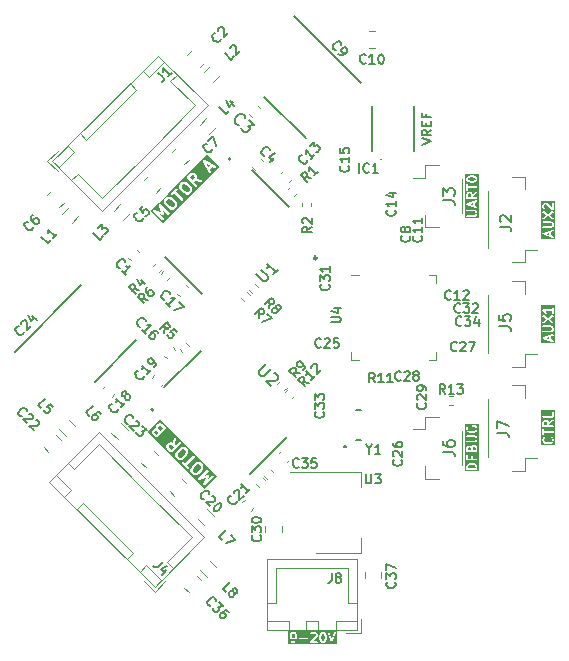
<source format=gto>
G04 #@! TF.GenerationSoftware,KiCad,Pcbnew,7.0.8-7.0.8~ubuntu22.04.1*
G04 #@! TF.CreationDate,2023-11-03T11:59:51-07:00*
G04 #@! TF.ProjectId,tentacle-board,74656e74-6163-46c6-952d-626f6172642e,REV1*
G04 #@! TF.SameCoordinates,Original*
G04 #@! TF.FileFunction,Legend,Top*
G04 #@! TF.FilePolarity,Positive*
%FSLAX46Y46*%
G04 Gerber Fmt 4.6, Leading zero omitted, Abs format (unit mm)*
G04 Created by KiCad (PCBNEW 7.0.8-7.0.8~ubuntu22.04.1) date 2023-11-03 11:59:51*
%MOMM*%
%LPD*%
G01*
G04 APERTURE LIST*
%ADD10C,0.150000*%
%ADD11C,0.200000*%
%ADD12C,0.120000*%
%ADD13C,0.022000*%
%ADD14C,0.127000*%
%ADD15C,0.250000*%
G04 APERTURE END LIST*
D10*
G36*
X117047954Y-119944029D02*
G01*
X117068836Y-119964911D01*
X117093571Y-120014380D01*
X117093571Y-120169447D01*
X117068836Y-120218915D01*
X117047953Y-120239799D01*
X116998485Y-120264533D01*
X116881514Y-120264533D01*
X116832046Y-120239799D01*
X116811162Y-120218914D01*
X116786428Y-120169446D01*
X116786428Y-120014381D01*
X116811163Y-119964911D01*
X116832046Y-119944029D01*
X116881514Y-119919295D01*
X116998485Y-119919295D01*
X117047954Y-119944029D01*
G37*
G36*
X119524145Y-119944029D02*
G01*
X119545027Y-119964911D01*
X119573997Y-120022851D01*
X119607857Y-120158290D01*
X119607857Y-120330299D01*
X119573997Y-120465738D01*
X119545027Y-120523677D01*
X119524144Y-120544561D01*
X119474676Y-120569295D01*
X119433896Y-120569295D01*
X119384427Y-120544561D01*
X119363544Y-120523677D01*
X119334574Y-120465737D01*
X119300714Y-120330297D01*
X119300714Y-120158292D01*
X119334574Y-120022851D01*
X119363544Y-119964911D01*
X119384426Y-119944029D01*
X119433896Y-119919295D01*
X119474676Y-119919295D01*
X119524145Y-119944029D01*
G37*
G36*
X120630199Y-120833581D02*
G01*
X116522142Y-120833581D01*
X116522142Y-120187152D01*
X116636428Y-120187152D01*
X116637961Y-120191365D01*
X116636920Y-120195727D01*
X116644346Y-120220694D01*
X116682442Y-120296883D01*
X116683630Y-120298008D01*
X116696490Y-120316374D01*
X116734585Y-120354470D01*
X116736066Y-120355160D01*
X116754078Y-120368520D01*
X116830268Y-120406615D01*
X116834721Y-120407127D01*
X116838157Y-120410010D01*
X116863809Y-120414533D01*
X117016190Y-120414533D01*
X117020402Y-120412999D01*
X117024764Y-120414042D01*
X117049731Y-120406615D01*
X117067145Y-120397908D01*
X117060865Y-120423026D01*
X116996000Y-120520323D01*
X116971763Y-120544561D01*
X116922295Y-120569295D01*
X116787619Y-120569295D01*
X116739410Y-120586842D01*
X116713758Y-120631271D01*
X116722667Y-120681795D01*
X116761967Y-120714772D01*
X116787619Y-120719295D01*
X116940000Y-120719295D01*
X116944213Y-120717761D01*
X116948574Y-120718803D01*
X116973541Y-120711377D01*
X117049731Y-120673282D01*
X117050856Y-120672092D01*
X117069223Y-120659233D01*
X117090697Y-120637759D01*
X118351000Y-120637759D01*
X118356841Y-120659561D01*
X118360762Y-120681795D01*
X118363389Y-120683999D01*
X118364277Y-120687313D01*
X118382768Y-120700261D01*
X118400062Y-120714772D01*
X118404646Y-120715580D01*
X118406303Y-120716740D01*
X118409591Y-120716452D01*
X118425714Y-120719295D01*
X118920952Y-120719295D01*
X118969161Y-120701748D01*
X118994813Y-120657319D01*
X118985904Y-120606795D01*
X118946604Y-120573818D01*
X118920952Y-120569295D01*
X118606780Y-120569295D01*
X118836542Y-120339533D01*
X119150714Y-120339533D01*
X119151899Y-120342790D01*
X119152953Y-120357724D01*
X119191049Y-120510105D01*
X119193038Y-120513050D01*
X119196728Y-120525455D01*
X119234823Y-120601645D01*
X119236011Y-120602770D01*
X119248871Y-120621136D01*
X119286966Y-120659232D01*
X119288447Y-120659922D01*
X119306459Y-120673282D01*
X119382650Y-120711377D01*
X119387103Y-120711889D01*
X119390539Y-120714772D01*
X119416191Y-120719295D01*
X119492381Y-120719295D01*
X119496593Y-120717761D01*
X119500955Y-120718804D01*
X119525922Y-120711377D01*
X119602113Y-120673282D01*
X119603237Y-120672094D01*
X119621606Y-120659232D01*
X119659701Y-120621136D01*
X119660392Y-120619653D01*
X119673749Y-120601645D01*
X119711844Y-120525455D01*
X119712250Y-120521926D01*
X119717523Y-120510104D01*
X119755618Y-120357723D01*
X119755257Y-120354274D01*
X119757857Y-120339533D01*
X119757857Y-120149057D01*
X119756671Y-120145799D01*
X119755618Y-120130867D01*
X119717523Y-119978486D01*
X119715534Y-119975542D01*
X119711844Y-119963135D01*
X119673749Y-119886944D01*
X119672559Y-119885818D01*
X119659700Y-119867452D01*
X119634494Y-119842246D01*
X119836457Y-119842246D01*
X119840278Y-119868012D01*
X120106945Y-120668012D01*
X120108287Y-120669703D01*
X120108346Y-120671862D01*
X120124095Y-120689623D01*
X120138836Y-120708198D01*
X120140949Y-120708630D01*
X120142383Y-120710247D01*
X120165853Y-120713727D01*
X120189097Y-120718484D01*
X120190996Y-120717455D01*
X120193132Y-120717772D01*
X120213349Y-120705351D01*
X120234211Y-120694055D01*
X120235004Y-120692047D01*
X120236845Y-120690917D01*
X120249247Y-120668012D01*
X120515913Y-119868012D01*
X120514512Y-119816728D01*
X120480475Y-119778343D01*
X120429726Y-119770817D01*
X120386014Y-119797672D01*
X120373611Y-119820578D01*
X120178095Y-120407124D01*
X119982580Y-119820578D01*
X119950689Y-119780392D01*
X119900428Y-119770106D01*
X119855314Y-119794535D01*
X119836457Y-119842246D01*
X119634494Y-119842246D01*
X119621605Y-119829357D01*
X119620123Y-119828666D01*
X119602113Y-119815308D01*
X119525922Y-119777213D01*
X119521468Y-119776700D01*
X119518033Y-119773818D01*
X119492381Y-119769295D01*
X119416191Y-119769295D01*
X119411978Y-119770828D01*
X119407617Y-119769786D01*
X119382650Y-119777213D01*
X119306459Y-119815308D01*
X119305333Y-119816497D01*
X119286967Y-119829357D01*
X119248872Y-119867452D01*
X119248181Y-119868933D01*
X119234823Y-119886944D01*
X119196728Y-119963135D01*
X119196322Y-119966661D01*
X119191049Y-119978485D01*
X119152953Y-120130866D01*
X119153313Y-120134314D01*
X119150714Y-120149057D01*
X119150714Y-120339533D01*
X118836542Y-120339533D01*
X118935890Y-120240185D01*
X118937784Y-120236121D01*
X118941606Y-120233774D01*
X118954008Y-120210869D01*
X118992103Y-120096583D01*
X118992058Y-120094948D01*
X118995952Y-120072866D01*
X118995952Y-119996676D01*
X118994418Y-119992463D01*
X118995461Y-119988102D01*
X118988034Y-119963135D01*
X118949939Y-119886944D01*
X118948749Y-119885818D01*
X118935890Y-119867452D01*
X118897795Y-119829357D01*
X118896313Y-119828666D01*
X118878303Y-119815308D01*
X118802112Y-119777213D01*
X118797658Y-119776700D01*
X118794223Y-119773818D01*
X118768571Y-119769295D01*
X118578095Y-119769295D01*
X118573881Y-119770828D01*
X118569521Y-119769787D01*
X118544554Y-119777213D01*
X118468364Y-119815308D01*
X118467238Y-119816496D01*
X118448873Y-119829356D01*
X118410777Y-119867451D01*
X118389095Y-119913948D01*
X118402371Y-119963502D01*
X118444397Y-119992929D01*
X118495504Y-119988459D01*
X118516841Y-119973519D01*
X118546331Y-119944029D01*
X118595800Y-119919295D01*
X118750866Y-119919295D01*
X118800335Y-119944029D01*
X118821217Y-119964911D01*
X118845952Y-120014380D01*
X118845952Y-120060696D01*
X118817304Y-120146638D01*
X118372681Y-120591262D01*
X118363143Y-120611715D01*
X118351853Y-120631271D01*
X118352449Y-120634651D01*
X118351000Y-120637759D01*
X117090697Y-120637759D01*
X117107319Y-120621137D01*
X117108795Y-120617970D01*
X117116690Y-120609707D01*
X117192880Y-120495422D01*
X117192982Y-120495000D01*
X117203237Y-120472009D01*
X117239612Y-120326509D01*
X117437568Y-120326509D01*
X117446477Y-120377033D01*
X117485777Y-120410010D01*
X117511429Y-120414533D01*
X118120953Y-120414533D01*
X118169162Y-120396986D01*
X118194814Y-120352557D01*
X118185905Y-120302033D01*
X118146605Y-120269056D01*
X118120953Y-120264533D01*
X117511429Y-120264533D01*
X117463220Y-120282080D01*
X117437568Y-120326509D01*
X117239612Y-120326509D01*
X117241332Y-120319628D01*
X117240971Y-120316179D01*
X117243571Y-120301438D01*
X117243571Y-119996676D01*
X117242037Y-119992463D01*
X117243080Y-119988102D01*
X117235653Y-119963135D01*
X117197558Y-119886944D01*
X117196368Y-119885818D01*
X117183509Y-119867452D01*
X117145414Y-119829357D01*
X117143932Y-119828666D01*
X117125922Y-119815308D01*
X117049731Y-119777213D01*
X117045277Y-119776700D01*
X117041842Y-119773818D01*
X117016190Y-119769295D01*
X116863809Y-119769295D01*
X116859595Y-119770828D01*
X116855235Y-119769787D01*
X116830268Y-119777213D01*
X116754078Y-119815308D01*
X116752952Y-119816497D01*
X116734586Y-119829357D01*
X116696491Y-119867452D01*
X116695798Y-119868936D01*
X116682442Y-119886944D01*
X116644346Y-119963135D01*
X116643833Y-119967588D01*
X116640951Y-119971024D01*
X116636428Y-119996676D01*
X116636428Y-120187152D01*
X116522142Y-120187152D01*
X116522142Y-119655009D01*
X120630199Y-119655009D01*
X120630199Y-120833581D01*
G37*
X125526104Y-115564285D02*
X125564200Y-115602381D01*
X125564200Y-115602381D02*
X125602295Y-115716666D01*
X125602295Y-115716666D02*
X125602295Y-115792857D01*
X125602295Y-115792857D02*
X125564200Y-115907143D01*
X125564200Y-115907143D02*
X125488009Y-115983333D01*
X125488009Y-115983333D02*
X125411819Y-116021428D01*
X125411819Y-116021428D02*
X125259438Y-116059524D01*
X125259438Y-116059524D02*
X125145152Y-116059524D01*
X125145152Y-116059524D02*
X124992771Y-116021428D01*
X124992771Y-116021428D02*
X124916580Y-115983333D01*
X124916580Y-115983333D02*
X124840390Y-115907143D01*
X124840390Y-115907143D02*
X124802295Y-115792857D01*
X124802295Y-115792857D02*
X124802295Y-115716666D01*
X124802295Y-115716666D02*
X124840390Y-115602381D01*
X124840390Y-115602381D02*
X124878485Y-115564285D01*
X124802295Y-115297619D02*
X124802295Y-114802381D01*
X124802295Y-114802381D02*
X125107057Y-115069047D01*
X125107057Y-115069047D02*
X125107057Y-114954762D01*
X125107057Y-114954762D02*
X125145152Y-114878571D01*
X125145152Y-114878571D02*
X125183247Y-114840476D01*
X125183247Y-114840476D02*
X125259438Y-114802381D01*
X125259438Y-114802381D02*
X125449914Y-114802381D01*
X125449914Y-114802381D02*
X125526104Y-114840476D01*
X125526104Y-114840476D02*
X125564200Y-114878571D01*
X125564200Y-114878571D02*
X125602295Y-114954762D01*
X125602295Y-114954762D02*
X125602295Y-115183333D01*
X125602295Y-115183333D02*
X125564200Y-115259524D01*
X125564200Y-115259524D02*
X125526104Y-115297619D01*
X124802295Y-114535714D02*
X124802295Y-114002380D01*
X124802295Y-114002380D02*
X125602295Y-114345238D01*
X130275714Y-91586104D02*
X130237618Y-91624200D01*
X130237618Y-91624200D02*
X130123333Y-91662295D01*
X130123333Y-91662295D02*
X130047142Y-91662295D01*
X130047142Y-91662295D02*
X129932856Y-91624200D01*
X129932856Y-91624200D02*
X129856666Y-91548009D01*
X129856666Y-91548009D02*
X129818571Y-91471819D01*
X129818571Y-91471819D02*
X129780475Y-91319438D01*
X129780475Y-91319438D02*
X129780475Y-91205152D01*
X129780475Y-91205152D02*
X129818571Y-91052771D01*
X129818571Y-91052771D02*
X129856666Y-90976580D01*
X129856666Y-90976580D02*
X129932856Y-90900390D01*
X129932856Y-90900390D02*
X130047142Y-90862295D01*
X130047142Y-90862295D02*
X130123333Y-90862295D01*
X130123333Y-90862295D02*
X130237618Y-90900390D01*
X130237618Y-90900390D02*
X130275714Y-90938485D01*
X131037618Y-91662295D02*
X130580475Y-91662295D01*
X130809047Y-91662295D02*
X130809047Y-90862295D01*
X130809047Y-90862295D02*
X130732856Y-90976580D01*
X130732856Y-90976580D02*
X130656666Y-91052771D01*
X130656666Y-91052771D02*
X130580475Y-91090866D01*
X131342380Y-90938485D02*
X131380476Y-90900390D01*
X131380476Y-90900390D02*
X131456666Y-90862295D01*
X131456666Y-90862295D02*
X131647142Y-90862295D01*
X131647142Y-90862295D02*
X131723333Y-90900390D01*
X131723333Y-90900390D02*
X131761428Y-90938485D01*
X131761428Y-90938485D02*
X131799523Y-91014676D01*
X131799523Y-91014676D02*
X131799523Y-91090866D01*
X131799523Y-91090866D02*
X131761428Y-91205152D01*
X131761428Y-91205152D02*
X131304285Y-91662295D01*
X131304285Y-91662295D02*
X131799523Y-91662295D01*
X127776104Y-86264285D02*
X127814200Y-86302381D01*
X127814200Y-86302381D02*
X127852295Y-86416666D01*
X127852295Y-86416666D02*
X127852295Y-86492857D01*
X127852295Y-86492857D02*
X127814200Y-86607143D01*
X127814200Y-86607143D02*
X127738009Y-86683333D01*
X127738009Y-86683333D02*
X127661819Y-86721428D01*
X127661819Y-86721428D02*
X127509438Y-86759524D01*
X127509438Y-86759524D02*
X127395152Y-86759524D01*
X127395152Y-86759524D02*
X127242771Y-86721428D01*
X127242771Y-86721428D02*
X127166580Y-86683333D01*
X127166580Y-86683333D02*
X127090390Y-86607143D01*
X127090390Y-86607143D02*
X127052295Y-86492857D01*
X127052295Y-86492857D02*
X127052295Y-86416666D01*
X127052295Y-86416666D02*
X127090390Y-86302381D01*
X127090390Y-86302381D02*
X127128485Y-86264285D01*
X127852295Y-85502381D02*
X127852295Y-85959524D01*
X127852295Y-85730952D02*
X127052295Y-85730952D01*
X127052295Y-85730952D02*
X127166580Y-85807143D01*
X127166580Y-85807143D02*
X127242771Y-85883333D01*
X127242771Y-85883333D02*
X127280866Y-85959524D01*
X127852295Y-84740476D02*
X127852295Y-85197619D01*
X127852295Y-84969047D02*
X127052295Y-84969047D01*
X127052295Y-84969047D02*
X127166580Y-85045238D01*
X127166580Y-85045238D02*
X127242771Y-85121428D01*
X127242771Y-85121428D02*
X127280866Y-85197619D01*
X119275714Y-95636104D02*
X119237618Y-95674200D01*
X119237618Y-95674200D02*
X119123333Y-95712295D01*
X119123333Y-95712295D02*
X119047142Y-95712295D01*
X119047142Y-95712295D02*
X118932856Y-95674200D01*
X118932856Y-95674200D02*
X118856666Y-95598009D01*
X118856666Y-95598009D02*
X118818571Y-95521819D01*
X118818571Y-95521819D02*
X118780475Y-95369438D01*
X118780475Y-95369438D02*
X118780475Y-95255152D01*
X118780475Y-95255152D02*
X118818571Y-95102771D01*
X118818571Y-95102771D02*
X118856666Y-95026580D01*
X118856666Y-95026580D02*
X118932856Y-94950390D01*
X118932856Y-94950390D02*
X119047142Y-94912295D01*
X119047142Y-94912295D02*
X119123333Y-94912295D01*
X119123333Y-94912295D02*
X119237618Y-94950390D01*
X119237618Y-94950390D02*
X119275714Y-94988485D01*
X119580475Y-94988485D02*
X119618571Y-94950390D01*
X119618571Y-94950390D02*
X119694761Y-94912295D01*
X119694761Y-94912295D02*
X119885237Y-94912295D01*
X119885237Y-94912295D02*
X119961428Y-94950390D01*
X119961428Y-94950390D02*
X119999523Y-94988485D01*
X119999523Y-94988485D02*
X120037618Y-95064676D01*
X120037618Y-95064676D02*
X120037618Y-95140866D01*
X120037618Y-95140866D02*
X119999523Y-95255152D01*
X119999523Y-95255152D02*
X119542380Y-95712295D01*
X119542380Y-95712295D02*
X120037618Y-95712295D01*
X120761428Y-94912295D02*
X120380476Y-94912295D01*
X120380476Y-94912295D02*
X120342380Y-95293247D01*
X120342380Y-95293247D02*
X120380476Y-95255152D01*
X120380476Y-95255152D02*
X120456666Y-95217057D01*
X120456666Y-95217057D02*
X120647142Y-95217057D01*
X120647142Y-95217057D02*
X120723333Y-95255152D01*
X120723333Y-95255152D02*
X120761428Y-95293247D01*
X120761428Y-95293247D02*
X120799523Y-95369438D01*
X120799523Y-95369438D02*
X120799523Y-95559914D01*
X120799523Y-95559914D02*
X120761428Y-95636104D01*
X120761428Y-95636104D02*
X120723333Y-95674200D01*
X120723333Y-95674200D02*
X120647142Y-95712295D01*
X120647142Y-95712295D02*
X120456666Y-95712295D01*
X120456666Y-95712295D02*
X120380476Y-95674200D01*
X120380476Y-95674200D02*
X120342380Y-95636104D01*
X121576104Y-80314285D02*
X121614200Y-80352381D01*
X121614200Y-80352381D02*
X121652295Y-80466666D01*
X121652295Y-80466666D02*
X121652295Y-80542857D01*
X121652295Y-80542857D02*
X121614200Y-80657143D01*
X121614200Y-80657143D02*
X121538009Y-80733333D01*
X121538009Y-80733333D02*
X121461819Y-80771428D01*
X121461819Y-80771428D02*
X121309438Y-80809524D01*
X121309438Y-80809524D02*
X121195152Y-80809524D01*
X121195152Y-80809524D02*
X121042771Y-80771428D01*
X121042771Y-80771428D02*
X120966580Y-80733333D01*
X120966580Y-80733333D02*
X120890390Y-80657143D01*
X120890390Y-80657143D02*
X120852295Y-80542857D01*
X120852295Y-80542857D02*
X120852295Y-80466666D01*
X120852295Y-80466666D02*
X120890390Y-80352381D01*
X120890390Y-80352381D02*
X120928485Y-80314285D01*
X121652295Y-79552381D02*
X121652295Y-80009524D01*
X121652295Y-79780952D02*
X120852295Y-79780952D01*
X120852295Y-79780952D02*
X120966580Y-79857143D01*
X120966580Y-79857143D02*
X121042771Y-79933333D01*
X121042771Y-79933333D02*
X121080866Y-80009524D01*
X120852295Y-78828571D02*
X120852295Y-79209523D01*
X120852295Y-79209523D02*
X121233247Y-79247619D01*
X121233247Y-79247619D02*
X121195152Y-79209523D01*
X121195152Y-79209523D02*
X121157057Y-79133333D01*
X121157057Y-79133333D02*
X121157057Y-78942857D01*
X121157057Y-78942857D02*
X121195152Y-78866666D01*
X121195152Y-78866666D02*
X121233247Y-78828571D01*
X121233247Y-78828571D02*
X121309438Y-78790476D01*
X121309438Y-78790476D02*
X121499914Y-78790476D01*
X121499914Y-78790476D02*
X121576104Y-78828571D01*
X121576104Y-78828571D02*
X121614200Y-78866666D01*
X121614200Y-78866666D02*
X121652295Y-78942857D01*
X121652295Y-78942857D02*
X121652295Y-79133333D01*
X121652295Y-79133333D02*
X121614200Y-79209523D01*
X121614200Y-79209523D02*
X121576104Y-79247619D01*
X123080476Y-106412295D02*
X123080476Y-107059914D01*
X123080476Y-107059914D02*
X123118571Y-107136104D01*
X123118571Y-107136104D02*
X123156666Y-107174200D01*
X123156666Y-107174200D02*
X123232857Y-107212295D01*
X123232857Y-107212295D02*
X123385238Y-107212295D01*
X123385238Y-107212295D02*
X123461428Y-107174200D01*
X123461428Y-107174200D02*
X123499523Y-107136104D01*
X123499523Y-107136104D02*
X123537619Y-107059914D01*
X123537619Y-107059914D02*
X123537619Y-106412295D01*
X123842380Y-106412295D02*
X124337618Y-106412295D01*
X124337618Y-106412295D02*
X124070952Y-106717057D01*
X124070952Y-106717057D02*
X124185237Y-106717057D01*
X124185237Y-106717057D02*
X124261428Y-106755152D01*
X124261428Y-106755152D02*
X124299523Y-106793247D01*
X124299523Y-106793247D02*
X124337618Y-106869438D01*
X124337618Y-106869438D02*
X124337618Y-107059914D01*
X124337618Y-107059914D02*
X124299523Y-107136104D01*
X124299523Y-107136104D02*
X124261428Y-107174200D01*
X124261428Y-107174200D02*
X124185237Y-107212295D01*
X124185237Y-107212295D02*
X123956666Y-107212295D01*
X123956666Y-107212295D02*
X123880475Y-107174200D01*
X123880475Y-107174200D02*
X123842380Y-107136104D01*
X126076104Y-105214285D02*
X126114200Y-105252381D01*
X126114200Y-105252381D02*
X126152295Y-105366666D01*
X126152295Y-105366666D02*
X126152295Y-105442857D01*
X126152295Y-105442857D02*
X126114200Y-105557143D01*
X126114200Y-105557143D02*
X126038009Y-105633333D01*
X126038009Y-105633333D02*
X125961819Y-105671428D01*
X125961819Y-105671428D02*
X125809438Y-105709524D01*
X125809438Y-105709524D02*
X125695152Y-105709524D01*
X125695152Y-105709524D02*
X125542771Y-105671428D01*
X125542771Y-105671428D02*
X125466580Y-105633333D01*
X125466580Y-105633333D02*
X125390390Y-105557143D01*
X125390390Y-105557143D02*
X125352295Y-105442857D01*
X125352295Y-105442857D02*
X125352295Y-105366666D01*
X125352295Y-105366666D02*
X125390390Y-105252381D01*
X125390390Y-105252381D02*
X125428485Y-105214285D01*
X125428485Y-104909524D02*
X125390390Y-104871428D01*
X125390390Y-104871428D02*
X125352295Y-104795238D01*
X125352295Y-104795238D02*
X125352295Y-104604762D01*
X125352295Y-104604762D02*
X125390390Y-104528571D01*
X125390390Y-104528571D02*
X125428485Y-104490476D01*
X125428485Y-104490476D02*
X125504676Y-104452381D01*
X125504676Y-104452381D02*
X125580866Y-104452381D01*
X125580866Y-104452381D02*
X125695152Y-104490476D01*
X125695152Y-104490476D02*
X126152295Y-104947619D01*
X126152295Y-104947619D02*
X126152295Y-104452381D01*
X125352295Y-103766666D02*
X125352295Y-103919047D01*
X125352295Y-103919047D02*
X125390390Y-103995238D01*
X125390390Y-103995238D02*
X125428485Y-104033333D01*
X125428485Y-104033333D02*
X125542771Y-104109523D01*
X125542771Y-104109523D02*
X125695152Y-104147619D01*
X125695152Y-104147619D02*
X125999914Y-104147619D01*
X125999914Y-104147619D02*
X126076104Y-104109523D01*
X126076104Y-104109523D02*
X126114200Y-104071428D01*
X126114200Y-104071428D02*
X126152295Y-103995238D01*
X126152295Y-103995238D02*
X126152295Y-103842857D01*
X126152295Y-103842857D02*
X126114200Y-103766666D01*
X126114200Y-103766666D02*
X126076104Y-103728571D01*
X126076104Y-103728571D02*
X125999914Y-103690476D01*
X125999914Y-103690476D02*
X125809438Y-103690476D01*
X125809438Y-103690476D02*
X125733247Y-103728571D01*
X125733247Y-103728571D02*
X125695152Y-103766666D01*
X125695152Y-103766666D02*
X125657057Y-103842857D01*
X125657057Y-103842857D02*
X125657057Y-103995238D01*
X125657057Y-103995238D02*
X125695152Y-104071428D01*
X125695152Y-104071428D02*
X125733247Y-104109523D01*
X125733247Y-104109523D02*
X125809438Y-104147619D01*
X126776104Y-86233332D02*
X126814200Y-86271428D01*
X126814200Y-86271428D02*
X126852295Y-86385713D01*
X126852295Y-86385713D02*
X126852295Y-86461904D01*
X126852295Y-86461904D02*
X126814200Y-86576190D01*
X126814200Y-86576190D02*
X126738009Y-86652380D01*
X126738009Y-86652380D02*
X126661819Y-86690475D01*
X126661819Y-86690475D02*
X126509438Y-86728571D01*
X126509438Y-86728571D02*
X126395152Y-86728571D01*
X126395152Y-86728571D02*
X126242771Y-86690475D01*
X126242771Y-86690475D02*
X126166580Y-86652380D01*
X126166580Y-86652380D02*
X126090390Y-86576190D01*
X126090390Y-86576190D02*
X126052295Y-86461904D01*
X126052295Y-86461904D02*
X126052295Y-86385713D01*
X126052295Y-86385713D02*
X126090390Y-86271428D01*
X126090390Y-86271428D02*
X126128485Y-86233332D01*
X126395152Y-85776190D02*
X126357057Y-85852380D01*
X126357057Y-85852380D02*
X126318961Y-85890475D01*
X126318961Y-85890475D02*
X126242771Y-85928571D01*
X126242771Y-85928571D02*
X126204676Y-85928571D01*
X126204676Y-85928571D02*
X126128485Y-85890475D01*
X126128485Y-85890475D02*
X126090390Y-85852380D01*
X126090390Y-85852380D02*
X126052295Y-85776190D01*
X126052295Y-85776190D02*
X126052295Y-85623809D01*
X126052295Y-85623809D02*
X126090390Y-85547618D01*
X126090390Y-85547618D02*
X126128485Y-85509523D01*
X126128485Y-85509523D02*
X126204676Y-85471428D01*
X126204676Y-85471428D02*
X126242771Y-85471428D01*
X126242771Y-85471428D02*
X126318961Y-85509523D01*
X126318961Y-85509523D02*
X126357057Y-85547618D01*
X126357057Y-85547618D02*
X126395152Y-85623809D01*
X126395152Y-85623809D02*
X126395152Y-85776190D01*
X126395152Y-85776190D02*
X126433247Y-85852380D01*
X126433247Y-85852380D02*
X126471342Y-85890475D01*
X126471342Y-85890475D02*
X126547533Y-85928571D01*
X126547533Y-85928571D02*
X126699914Y-85928571D01*
X126699914Y-85928571D02*
X126776104Y-85890475D01*
X126776104Y-85890475D02*
X126814200Y-85852380D01*
X126814200Y-85852380D02*
X126852295Y-85776190D01*
X126852295Y-85776190D02*
X126852295Y-85623809D01*
X126852295Y-85623809D02*
X126814200Y-85547618D01*
X126814200Y-85547618D02*
X126776104Y-85509523D01*
X126776104Y-85509523D02*
X126699914Y-85471428D01*
X126699914Y-85471428D02*
X126547533Y-85471428D01*
X126547533Y-85471428D02*
X126471342Y-85509523D01*
X126471342Y-85509523D02*
X126433247Y-85547618D01*
X126433247Y-85547618D02*
X126395152Y-85623809D01*
X130775714Y-95936104D02*
X130737618Y-95974200D01*
X130737618Y-95974200D02*
X130623333Y-96012295D01*
X130623333Y-96012295D02*
X130547142Y-96012295D01*
X130547142Y-96012295D02*
X130432856Y-95974200D01*
X130432856Y-95974200D02*
X130356666Y-95898009D01*
X130356666Y-95898009D02*
X130318571Y-95821819D01*
X130318571Y-95821819D02*
X130280475Y-95669438D01*
X130280475Y-95669438D02*
X130280475Y-95555152D01*
X130280475Y-95555152D02*
X130318571Y-95402771D01*
X130318571Y-95402771D02*
X130356666Y-95326580D01*
X130356666Y-95326580D02*
X130432856Y-95250390D01*
X130432856Y-95250390D02*
X130547142Y-95212295D01*
X130547142Y-95212295D02*
X130623333Y-95212295D01*
X130623333Y-95212295D02*
X130737618Y-95250390D01*
X130737618Y-95250390D02*
X130775714Y-95288485D01*
X131080475Y-95288485D02*
X131118571Y-95250390D01*
X131118571Y-95250390D02*
X131194761Y-95212295D01*
X131194761Y-95212295D02*
X131385237Y-95212295D01*
X131385237Y-95212295D02*
X131461428Y-95250390D01*
X131461428Y-95250390D02*
X131499523Y-95288485D01*
X131499523Y-95288485D02*
X131537618Y-95364676D01*
X131537618Y-95364676D02*
X131537618Y-95440866D01*
X131537618Y-95440866D02*
X131499523Y-95555152D01*
X131499523Y-95555152D02*
X131042380Y-96012295D01*
X131042380Y-96012295D02*
X131537618Y-96012295D01*
X131804285Y-95212295D02*
X132337619Y-95212295D01*
X132337619Y-95212295D02*
X131994761Y-96012295D01*
X126025714Y-98436104D02*
X125987618Y-98474200D01*
X125987618Y-98474200D02*
X125873333Y-98512295D01*
X125873333Y-98512295D02*
X125797142Y-98512295D01*
X125797142Y-98512295D02*
X125682856Y-98474200D01*
X125682856Y-98474200D02*
X125606666Y-98398009D01*
X125606666Y-98398009D02*
X125568571Y-98321819D01*
X125568571Y-98321819D02*
X125530475Y-98169438D01*
X125530475Y-98169438D02*
X125530475Y-98055152D01*
X125530475Y-98055152D02*
X125568571Y-97902771D01*
X125568571Y-97902771D02*
X125606666Y-97826580D01*
X125606666Y-97826580D02*
X125682856Y-97750390D01*
X125682856Y-97750390D02*
X125797142Y-97712295D01*
X125797142Y-97712295D02*
X125873333Y-97712295D01*
X125873333Y-97712295D02*
X125987618Y-97750390D01*
X125987618Y-97750390D02*
X126025714Y-97788485D01*
X126330475Y-97788485D02*
X126368571Y-97750390D01*
X126368571Y-97750390D02*
X126444761Y-97712295D01*
X126444761Y-97712295D02*
X126635237Y-97712295D01*
X126635237Y-97712295D02*
X126711428Y-97750390D01*
X126711428Y-97750390D02*
X126749523Y-97788485D01*
X126749523Y-97788485D02*
X126787618Y-97864676D01*
X126787618Y-97864676D02*
X126787618Y-97940866D01*
X126787618Y-97940866D02*
X126749523Y-98055152D01*
X126749523Y-98055152D02*
X126292380Y-98512295D01*
X126292380Y-98512295D02*
X126787618Y-98512295D01*
X127244761Y-98055152D02*
X127168571Y-98017057D01*
X127168571Y-98017057D02*
X127130476Y-97978961D01*
X127130476Y-97978961D02*
X127092380Y-97902771D01*
X127092380Y-97902771D02*
X127092380Y-97864676D01*
X127092380Y-97864676D02*
X127130476Y-97788485D01*
X127130476Y-97788485D02*
X127168571Y-97750390D01*
X127168571Y-97750390D02*
X127244761Y-97712295D01*
X127244761Y-97712295D02*
X127397142Y-97712295D01*
X127397142Y-97712295D02*
X127473333Y-97750390D01*
X127473333Y-97750390D02*
X127511428Y-97788485D01*
X127511428Y-97788485D02*
X127549523Y-97864676D01*
X127549523Y-97864676D02*
X127549523Y-97902771D01*
X127549523Y-97902771D02*
X127511428Y-97978961D01*
X127511428Y-97978961D02*
X127473333Y-98017057D01*
X127473333Y-98017057D02*
X127397142Y-98055152D01*
X127397142Y-98055152D02*
X127244761Y-98055152D01*
X127244761Y-98055152D02*
X127168571Y-98093247D01*
X127168571Y-98093247D02*
X127130476Y-98131342D01*
X127130476Y-98131342D02*
X127092380Y-98207533D01*
X127092380Y-98207533D02*
X127092380Y-98359914D01*
X127092380Y-98359914D02*
X127130476Y-98436104D01*
X127130476Y-98436104D02*
X127168571Y-98474200D01*
X127168571Y-98474200D02*
X127244761Y-98512295D01*
X127244761Y-98512295D02*
X127397142Y-98512295D01*
X127397142Y-98512295D02*
X127473333Y-98474200D01*
X127473333Y-98474200D02*
X127511428Y-98436104D01*
X127511428Y-98436104D02*
X127549523Y-98359914D01*
X127549523Y-98359914D02*
X127549523Y-98207533D01*
X127549523Y-98207533D02*
X127511428Y-98131342D01*
X127511428Y-98131342D02*
X127473333Y-98093247D01*
X127473333Y-98093247D02*
X127397142Y-98055152D01*
X128126104Y-100414285D02*
X128164200Y-100452381D01*
X128164200Y-100452381D02*
X128202295Y-100566666D01*
X128202295Y-100566666D02*
X128202295Y-100642857D01*
X128202295Y-100642857D02*
X128164200Y-100757143D01*
X128164200Y-100757143D02*
X128088009Y-100833333D01*
X128088009Y-100833333D02*
X128011819Y-100871428D01*
X128011819Y-100871428D02*
X127859438Y-100909524D01*
X127859438Y-100909524D02*
X127745152Y-100909524D01*
X127745152Y-100909524D02*
X127592771Y-100871428D01*
X127592771Y-100871428D02*
X127516580Y-100833333D01*
X127516580Y-100833333D02*
X127440390Y-100757143D01*
X127440390Y-100757143D02*
X127402295Y-100642857D01*
X127402295Y-100642857D02*
X127402295Y-100566666D01*
X127402295Y-100566666D02*
X127440390Y-100452381D01*
X127440390Y-100452381D02*
X127478485Y-100414285D01*
X127478485Y-100109524D02*
X127440390Y-100071428D01*
X127440390Y-100071428D02*
X127402295Y-99995238D01*
X127402295Y-99995238D02*
X127402295Y-99804762D01*
X127402295Y-99804762D02*
X127440390Y-99728571D01*
X127440390Y-99728571D02*
X127478485Y-99690476D01*
X127478485Y-99690476D02*
X127554676Y-99652381D01*
X127554676Y-99652381D02*
X127630866Y-99652381D01*
X127630866Y-99652381D02*
X127745152Y-99690476D01*
X127745152Y-99690476D02*
X128202295Y-100147619D01*
X128202295Y-100147619D02*
X128202295Y-99652381D01*
X128202295Y-99271428D02*
X128202295Y-99119047D01*
X128202295Y-99119047D02*
X128164200Y-99042857D01*
X128164200Y-99042857D02*
X128126104Y-99004761D01*
X128126104Y-99004761D02*
X128011819Y-98928571D01*
X128011819Y-98928571D02*
X127859438Y-98890476D01*
X127859438Y-98890476D02*
X127554676Y-98890476D01*
X127554676Y-98890476D02*
X127478485Y-98928571D01*
X127478485Y-98928571D02*
X127440390Y-98966666D01*
X127440390Y-98966666D02*
X127402295Y-99042857D01*
X127402295Y-99042857D02*
X127402295Y-99195238D01*
X127402295Y-99195238D02*
X127440390Y-99271428D01*
X127440390Y-99271428D02*
X127478485Y-99309523D01*
X127478485Y-99309523D02*
X127554676Y-99347619D01*
X127554676Y-99347619D02*
X127745152Y-99347619D01*
X127745152Y-99347619D02*
X127821342Y-99309523D01*
X127821342Y-99309523D02*
X127859438Y-99271428D01*
X127859438Y-99271428D02*
X127897533Y-99195238D01*
X127897533Y-99195238D02*
X127897533Y-99042857D01*
X127897533Y-99042857D02*
X127859438Y-98966666D01*
X127859438Y-98966666D02*
X127821342Y-98928571D01*
X127821342Y-98928571D02*
X127745152Y-98890476D01*
X114126104Y-111614285D02*
X114164200Y-111652381D01*
X114164200Y-111652381D02*
X114202295Y-111766666D01*
X114202295Y-111766666D02*
X114202295Y-111842857D01*
X114202295Y-111842857D02*
X114164200Y-111957143D01*
X114164200Y-111957143D02*
X114088009Y-112033333D01*
X114088009Y-112033333D02*
X114011819Y-112071428D01*
X114011819Y-112071428D02*
X113859438Y-112109524D01*
X113859438Y-112109524D02*
X113745152Y-112109524D01*
X113745152Y-112109524D02*
X113592771Y-112071428D01*
X113592771Y-112071428D02*
X113516580Y-112033333D01*
X113516580Y-112033333D02*
X113440390Y-111957143D01*
X113440390Y-111957143D02*
X113402295Y-111842857D01*
X113402295Y-111842857D02*
X113402295Y-111766666D01*
X113402295Y-111766666D02*
X113440390Y-111652381D01*
X113440390Y-111652381D02*
X113478485Y-111614285D01*
X113402295Y-111347619D02*
X113402295Y-110852381D01*
X113402295Y-110852381D02*
X113707057Y-111119047D01*
X113707057Y-111119047D02*
X113707057Y-111004762D01*
X113707057Y-111004762D02*
X113745152Y-110928571D01*
X113745152Y-110928571D02*
X113783247Y-110890476D01*
X113783247Y-110890476D02*
X113859438Y-110852381D01*
X113859438Y-110852381D02*
X114049914Y-110852381D01*
X114049914Y-110852381D02*
X114126104Y-110890476D01*
X114126104Y-110890476D02*
X114164200Y-110928571D01*
X114164200Y-110928571D02*
X114202295Y-111004762D01*
X114202295Y-111004762D02*
X114202295Y-111233333D01*
X114202295Y-111233333D02*
X114164200Y-111309524D01*
X114164200Y-111309524D02*
X114126104Y-111347619D01*
X113402295Y-110357142D02*
X113402295Y-110280952D01*
X113402295Y-110280952D02*
X113440390Y-110204761D01*
X113440390Y-110204761D02*
X113478485Y-110166666D01*
X113478485Y-110166666D02*
X113554676Y-110128571D01*
X113554676Y-110128571D02*
X113707057Y-110090476D01*
X113707057Y-110090476D02*
X113897533Y-110090476D01*
X113897533Y-110090476D02*
X114049914Y-110128571D01*
X114049914Y-110128571D02*
X114126104Y-110166666D01*
X114126104Y-110166666D02*
X114164200Y-110204761D01*
X114164200Y-110204761D02*
X114202295Y-110280952D01*
X114202295Y-110280952D02*
X114202295Y-110357142D01*
X114202295Y-110357142D02*
X114164200Y-110433333D01*
X114164200Y-110433333D02*
X114126104Y-110471428D01*
X114126104Y-110471428D02*
X114049914Y-110509523D01*
X114049914Y-110509523D02*
X113897533Y-110547619D01*
X113897533Y-110547619D02*
X113707057Y-110547619D01*
X113707057Y-110547619D02*
X113554676Y-110509523D01*
X113554676Y-110509523D02*
X113478485Y-110471428D01*
X113478485Y-110471428D02*
X113440390Y-110433333D01*
X113440390Y-110433333D02*
X113402295Y-110357142D01*
X119926104Y-90364285D02*
X119964200Y-90402381D01*
X119964200Y-90402381D02*
X120002295Y-90516666D01*
X120002295Y-90516666D02*
X120002295Y-90592857D01*
X120002295Y-90592857D02*
X119964200Y-90707143D01*
X119964200Y-90707143D02*
X119888009Y-90783333D01*
X119888009Y-90783333D02*
X119811819Y-90821428D01*
X119811819Y-90821428D02*
X119659438Y-90859524D01*
X119659438Y-90859524D02*
X119545152Y-90859524D01*
X119545152Y-90859524D02*
X119392771Y-90821428D01*
X119392771Y-90821428D02*
X119316580Y-90783333D01*
X119316580Y-90783333D02*
X119240390Y-90707143D01*
X119240390Y-90707143D02*
X119202295Y-90592857D01*
X119202295Y-90592857D02*
X119202295Y-90516666D01*
X119202295Y-90516666D02*
X119240390Y-90402381D01*
X119240390Y-90402381D02*
X119278485Y-90364285D01*
X119202295Y-90097619D02*
X119202295Y-89602381D01*
X119202295Y-89602381D02*
X119507057Y-89869047D01*
X119507057Y-89869047D02*
X119507057Y-89754762D01*
X119507057Y-89754762D02*
X119545152Y-89678571D01*
X119545152Y-89678571D02*
X119583247Y-89640476D01*
X119583247Y-89640476D02*
X119659438Y-89602381D01*
X119659438Y-89602381D02*
X119849914Y-89602381D01*
X119849914Y-89602381D02*
X119926104Y-89640476D01*
X119926104Y-89640476D02*
X119964200Y-89678571D01*
X119964200Y-89678571D02*
X120002295Y-89754762D01*
X120002295Y-89754762D02*
X120002295Y-89983333D01*
X120002295Y-89983333D02*
X119964200Y-90059524D01*
X119964200Y-90059524D02*
X119926104Y-90097619D01*
X120002295Y-88840476D02*
X120002295Y-89297619D01*
X120002295Y-89069047D02*
X119202295Y-89069047D01*
X119202295Y-89069047D02*
X119316580Y-89145238D01*
X119316580Y-89145238D02*
X119392771Y-89221428D01*
X119392771Y-89221428D02*
X119430866Y-89297619D01*
X131075714Y-92686104D02*
X131037618Y-92724200D01*
X131037618Y-92724200D02*
X130923333Y-92762295D01*
X130923333Y-92762295D02*
X130847142Y-92762295D01*
X130847142Y-92762295D02*
X130732856Y-92724200D01*
X130732856Y-92724200D02*
X130656666Y-92648009D01*
X130656666Y-92648009D02*
X130618571Y-92571819D01*
X130618571Y-92571819D02*
X130580475Y-92419438D01*
X130580475Y-92419438D02*
X130580475Y-92305152D01*
X130580475Y-92305152D02*
X130618571Y-92152771D01*
X130618571Y-92152771D02*
X130656666Y-92076580D01*
X130656666Y-92076580D02*
X130732856Y-92000390D01*
X130732856Y-92000390D02*
X130847142Y-91962295D01*
X130847142Y-91962295D02*
X130923333Y-91962295D01*
X130923333Y-91962295D02*
X131037618Y-92000390D01*
X131037618Y-92000390D02*
X131075714Y-92038485D01*
X131342380Y-91962295D02*
X131837618Y-91962295D01*
X131837618Y-91962295D02*
X131570952Y-92267057D01*
X131570952Y-92267057D02*
X131685237Y-92267057D01*
X131685237Y-92267057D02*
X131761428Y-92305152D01*
X131761428Y-92305152D02*
X131799523Y-92343247D01*
X131799523Y-92343247D02*
X131837618Y-92419438D01*
X131837618Y-92419438D02*
X131837618Y-92609914D01*
X131837618Y-92609914D02*
X131799523Y-92686104D01*
X131799523Y-92686104D02*
X131761428Y-92724200D01*
X131761428Y-92724200D02*
X131685237Y-92762295D01*
X131685237Y-92762295D02*
X131456666Y-92762295D01*
X131456666Y-92762295D02*
X131380475Y-92724200D01*
X131380475Y-92724200D02*
X131342380Y-92686104D01*
X132142380Y-92038485D02*
X132180476Y-92000390D01*
X132180476Y-92000390D02*
X132256666Y-91962295D01*
X132256666Y-91962295D02*
X132447142Y-91962295D01*
X132447142Y-91962295D02*
X132523333Y-92000390D01*
X132523333Y-92000390D02*
X132561428Y-92038485D01*
X132561428Y-92038485D02*
X132599523Y-92114676D01*
X132599523Y-92114676D02*
X132599523Y-92190866D01*
X132599523Y-92190866D02*
X132561428Y-92305152D01*
X132561428Y-92305152D02*
X132104285Y-92762295D01*
X132104285Y-92762295D02*
X132599523Y-92762295D01*
X120152295Y-93559523D02*
X120799914Y-93559523D01*
X120799914Y-93559523D02*
X120876104Y-93521428D01*
X120876104Y-93521428D02*
X120914200Y-93483333D01*
X120914200Y-93483333D02*
X120952295Y-93407142D01*
X120952295Y-93407142D02*
X120952295Y-93254761D01*
X120952295Y-93254761D02*
X120914200Y-93178571D01*
X120914200Y-93178571D02*
X120876104Y-93140476D01*
X120876104Y-93140476D02*
X120799914Y-93102380D01*
X120799914Y-93102380D02*
X120152295Y-93102380D01*
X120418961Y-92378571D02*
X120952295Y-92378571D01*
X120114200Y-92569047D02*
X120685628Y-92759524D01*
X120685628Y-92759524D02*
X120685628Y-92264285D01*
X119476104Y-101164285D02*
X119514200Y-101202381D01*
X119514200Y-101202381D02*
X119552295Y-101316666D01*
X119552295Y-101316666D02*
X119552295Y-101392857D01*
X119552295Y-101392857D02*
X119514200Y-101507143D01*
X119514200Y-101507143D02*
X119438009Y-101583333D01*
X119438009Y-101583333D02*
X119361819Y-101621428D01*
X119361819Y-101621428D02*
X119209438Y-101659524D01*
X119209438Y-101659524D02*
X119095152Y-101659524D01*
X119095152Y-101659524D02*
X118942771Y-101621428D01*
X118942771Y-101621428D02*
X118866580Y-101583333D01*
X118866580Y-101583333D02*
X118790390Y-101507143D01*
X118790390Y-101507143D02*
X118752295Y-101392857D01*
X118752295Y-101392857D02*
X118752295Y-101316666D01*
X118752295Y-101316666D02*
X118790390Y-101202381D01*
X118790390Y-101202381D02*
X118828485Y-101164285D01*
X118752295Y-100897619D02*
X118752295Y-100402381D01*
X118752295Y-100402381D02*
X119057057Y-100669047D01*
X119057057Y-100669047D02*
X119057057Y-100554762D01*
X119057057Y-100554762D02*
X119095152Y-100478571D01*
X119095152Y-100478571D02*
X119133247Y-100440476D01*
X119133247Y-100440476D02*
X119209438Y-100402381D01*
X119209438Y-100402381D02*
X119399914Y-100402381D01*
X119399914Y-100402381D02*
X119476104Y-100440476D01*
X119476104Y-100440476D02*
X119514200Y-100478571D01*
X119514200Y-100478571D02*
X119552295Y-100554762D01*
X119552295Y-100554762D02*
X119552295Y-100783333D01*
X119552295Y-100783333D02*
X119514200Y-100859524D01*
X119514200Y-100859524D02*
X119476104Y-100897619D01*
X118752295Y-100135714D02*
X118752295Y-99640476D01*
X118752295Y-99640476D02*
X119057057Y-99907142D01*
X119057057Y-99907142D02*
X119057057Y-99792857D01*
X119057057Y-99792857D02*
X119095152Y-99716666D01*
X119095152Y-99716666D02*
X119133247Y-99678571D01*
X119133247Y-99678571D02*
X119209438Y-99640476D01*
X119209438Y-99640476D02*
X119399914Y-99640476D01*
X119399914Y-99640476D02*
X119476104Y-99678571D01*
X119476104Y-99678571D02*
X119514200Y-99716666D01*
X119514200Y-99716666D02*
X119552295Y-99792857D01*
X119552295Y-99792857D02*
X119552295Y-100021428D01*
X119552295Y-100021428D02*
X119514200Y-100097619D01*
X119514200Y-100097619D02*
X119476104Y-100135714D01*
X125526104Y-84064285D02*
X125564200Y-84102381D01*
X125564200Y-84102381D02*
X125602295Y-84216666D01*
X125602295Y-84216666D02*
X125602295Y-84292857D01*
X125602295Y-84292857D02*
X125564200Y-84407143D01*
X125564200Y-84407143D02*
X125488009Y-84483333D01*
X125488009Y-84483333D02*
X125411819Y-84521428D01*
X125411819Y-84521428D02*
X125259438Y-84559524D01*
X125259438Y-84559524D02*
X125145152Y-84559524D01*
X125145152Y-84559524D02*
X124992771Y-84521428D01*
X124992771Y-84521428D02*
X124916580Y-84483333D01*
X124916580Y-84483333D02*
X124840390Y-84407143D01*
X124840390Y-84407143D02*
X124802295Y-84292857D01*
X124802295Y-84292857D02*
X124802295Y-84216666D01*
X124802295Y-84216666D02*
X124840390Y-84102381D01*
X124840390Y-84102381D02*
X124878485Y-84064285D01*
X125602295Y-83302381D02*
X125602295Y-83759524D01*
X125602295Y-83530952D02*
X124802295Y-83530952D01*
X124802295Y-83530952D02*
X124916580Y-83607143D01*
X124916580Y-83607143D02*
X124992771Y-83683333D01*
X124992771Y-83683333D02*
X125030866Y-83759524D01*
X125068961Y-82616666D02*
X125602295Y-82616666D01*
X124764200Y-82807142D02*
X125335628Y-82997619D01*
X125335628Y-82997619D02*
X125335628Y-82502380D01*
X131175714Y-93786104D02*
X131137618Y-93824200D01*
X131137618Y-93824200D02*
X131023333Y-93862295D01*
X131023333Y-93862295D02*
X130947142Y-93862295D01*
X130947142Y-93862295D02*
X130832856Y-93824200D01*
X130832856Y-93824200D02*
X130756666Y-93748009D01*
X130756666Y-93748009D02*
X130718571Y-93671819D01*
X130718571Y-93671819D02*
X130680475Y-93519438D01*
X130680475Y-93519438D02*
X130680475Y-93405152D01*
X130680475Y-93405152D02*
X130718571Y-93252771D01*
X130718571Y-93252771D02*
X130756666Y-93176580D01*
X130756666Y-93176580D02*
X130832856Y-93100390D01*
X130832856Y-93100390D02*
X130947142Y-93062295D01*
X130947142Y-93062295D02*
X131023333Y-93062295D01*
X131023333Y-93062295D02*
X131137618Y-93100390D01*
X131137618Y-93100390D02*
X131175714Y-93138485D01*
X131442380Y-93062295D02*
X131937618Y-93062295D01*
X131937618Y-93062295D02*
X131670952Y-93367057D01*
X131670952Y-93367057D02*
X131785237Y-93367057D01*
X131785237Y-93367057D02*
X131861428Y-93405152D01*
X131861428Y-93405152D02*
X131899523Y-93443247D01*
X131899523Y-93443247D02*
X131937618Y-93519438D01*
X131937618Y-93519438D02*
X131937618Y-93709914D01*
X131937618Y-93709914D02*
X131899523Y-93786104D01*
X131899523Y-93786104D02*
X131861428Y-93824200D01*
X131861428Y-93824200D02*
X131785237Y-93862295D01*
X131785237Y-93862295D02*
X131556666Y-93862295D01*
X131556666Y-93862295D02*
X131480475Y-93824200D01*
X131480475Y-93824200D02*
X131442380Y-93786104D01*
X132623333Y-93328961D02*
X132623333Y-93862295D01*
X132432857Y-93024200D02*
X132242380Y-93595628D01*
X132242380Y-93595628D02*
X132737619Y-93595628D01*
X123825714Y-98662295D02*
X123559047Y-98281342D01*
X123368571Y-98662295D02*
X123368571Y-97862295D01*
X123368571Y-97862295D02*
X123673333Y-97862295D01*
X123673333Y-97862295D02*
X123749523Y-97900390D01*
X123749523Y-97900390D02*
X123787618Y-97938485D01*
X123787618Y-97938485D02*
X123825714Y-98014676D01*
X123825714Y-98014676D02*
X123825714Y-98128961D01*
X123825714Y-98128961D02*
X123787618Y-98205152D01*
X123787618Y-98205152D02*
X123749523Y-98243247D01*
X123749523Y-98243247D02*
X123673333Y-98281342D01*
X123673333Y-98281342D02*
X123368571Y-98281342D01*
X124587618Y-98662295D02*
X124130475Y-98662295D01*
X124359047Y-98662295D02*
X124359047Y-97862295D01*
X124359047Y-97862295D02*
X124282856Y-97976580D01*
X124282856Y-97976580D02*
X124206666Y-98052771D01*
X124206666Y-98052771D02*
X124130475Y-98090866D01*
X125349523Y-98662295D02*
X124892380Y-98662295D01*
X125120952Y-98662295D02*
X125120952Y-97862295D01*
X125120952Y-97862295D02*
X125044761Y-97976580D01*
X125044761Y-97976580D02*
X124968571Y-98052771D01*
X124968571Y-98052771D02*
X124892380Y-98090866D01*
X123359048Y-104331342D02*
X123359048Y-104712295D01*
X123092381Y-103912295D02*
X123359048Y-104331342D01*
X123359048Y-104331342D02*
X123625714Y-103912295D01*
X124311428Y-104712295D02*
X123854285Y-104712295D01*
X124082857Y-104712295D02*
X124082857Y-103912295D01*
X124082857Y-103912295D02*
X124006666Y-104026580D01*
X124006666Y-104026580D02*
X123930476Y-104102771D01*
X123930476Y-104102771D02*
X123854285Y-104140866D01*
X127802295Y-78521428D02*
X128602295Y-78254761D01*
X128602295Y-78254761D02*
X127802295Y-77988095D01*
X128602295Y-77264285D02*
X128221342Y-77530952D01*
X128602295Y-77721428D02*
X127802295Y-77721428D01*
X127802295Y-77721428D02*
X127802295Y-77416666D01*
X127802295Y-77416666D02*
X127840390Y-77340476D01*
X127840390Y-77340476D02*
X127878485Y-77302381D01*
X127878485Y-77302381D02*
X127954676Y-77264285D01*
X127954676Y-77264285D02*
X128068961Y-77264285D01*
X128068961Y-77264285D02*
X128145152Y-77302381D01*
X128145152Y-77302381D02*
X128183247Y-77340476D01*
X128183247Y-77340476D02*
X128221342Y-77416666D01*
X128221342Y-77416666D02*
X128221342Y-77721428D01*
X128183247Y-76921428D02*
X128183247Y-76654762D01*
X128602295Y-76540476D02*
X128602295Y-76921428D01*
X128602295Y-76921428D02*
X127802295Y-76921428D01*
X127802295Y-76921428D02*
X127802295Y-76540476D01*
X128183247Y-75930952D02*
X128183247Y-76197618D01*
X128602295Y-76197618D02*
X127802295Y-76197618D01*
X127802295Y-76197618D02*
X127802295Y-75816666D01*
X134194819Y-102933333D02*
X134909104Y-102933333D01*
X134909104Y-102933333D02*
X135051961Y-102980952D01*
X135051961Y-102980952D02*
X135147200Y-103076190D01*
X135147200Y-103076190D02*
X135194819Y-103219047D01*
X135194819Y-103219047D02*
X135194819Y-103314285D01*
X134194819Y-102552380D02*
X134194819Y-101885714D01*
X134194819Y-101885714D02*
X135194819Y-102314285D01*
G36*
X138400725Y-101996162D02*
G01*
X138421608Y-102017045D01*
X138446342Y-102066513D01*
X138446342Y-102278570D01*
X138177295Y-102278570D01*
X138177295Y-102066513D01*
X138202029Y-102017045D01*
X138222912Y-101996161D01*
X138272381Y-101971427D01*
X138351256Y-101971427D01*
X138400725Y-101996162D01*
G37*
G36*
X139091581Y-103990476D02*
G01*
X137913009Y-103990476D01*
X137913009Y-103534523D01*
X138027295Y-103534523D01*
X138027855Y-103536061D01*
X138031144Y-103558240D01*
X138069239Y-103672526D01*
X138072026Y-103676038D01*
X138072417Y-103680505D01*
X138087357Y-103701842D01*
X138163547Y-103778032D01*
X138165028Y-103778722D01*
X138183039Y-103792081D01*
X138259230Y-103830176D01*
X138262756Y-103830581D01*
X138274580Y-103835855D01*
X138426962Y-103873951D01*
X138430410Y-103873590D01*
X138445152Y-103876190D01*
X138559438Y-103876190D01*
X138562695Y-103875004D01*
X138577629Y-103873951D01*
X138730010Y-103835855D01*
X138732955Y-103833865D01*
X138745360Y-103830176D01*
X138821550Y-103792081D01*
X138822673Y-103790894D01*
X138841042Y-103778032D01*
X138917233Y-103701842D01*
X138919127Y-103697778D01*
X138922949Y-103695431D01*
X138935351Y-103672526D01*
X138973446Y-103558240D01*
X138973401Y-103556605D01*
X138977295Y-103534523D01*
X138977295Y-103458332D01*
X138976734Y-103456793D01*
X138973446Y-103434615D01*
X138935351Y-103320330D01*
X138932564Y-103316819D01*
X138932174Y-103312351D01*
X138917233Y-103291014D01*
X138879137Y-103252918D01*
X138832640Y-103231237D01*
X138783086Y-103244514D01*
X138753659Y-103286540D01*
X138758131Y-103337647D01*
X138773071Y-103358984D01*
X138798648Y-103384561D01*
X138827295Y-103470502D01*
X138827295Y-103522353D01*
X138798648Y-103608294D01*
X138743582Y-103663359D01*
X138685642Y-103692329D01*
X138550203Y-103726190D01*
X138454387Y-103726190D01*
X138318945Y-103692329D01*
X138261006Y-103663359D01*
X138205942Y-103608295D01*
X138177295Y-103522353D01*
X138177295Y-103470502D01*
X138205942Y-103384560D01*
X138231519Y-103358983D01*
X138253199Y-103312487D01*
X138239921Y-103262932D01*
X138197895Y-103233506D01*
X138146788Y-103237978D01*
X138125451Y-103252919D01*
X138087356Y-103291015D01*
X138085461Y-103295078D01*
X138081642Y-103297425D01*
X138069239Y-103320330D01*
X138031144Y-103434615D01*
X138031188Y-103436249D01*
X138027295Y-103458332D01*
X138027295Y-103534523D01*
X137913009Y-103534523D01*
X137913009Y-103077380D01*
X138027295Y-103077380D01*
X138044842Y-103125589D01*
X138089271Y-103151241D01*
X138139795Y-103142332D01*
X138172772Y-103103032D01*
X138177295Y-103077380D01*
X138177295Y-102923809D01*
X138902295Y-102923809D01*
X138950504Y-102906262D01*
X138976156Y-102861833D01*
X138967247Y-102811309D01*
X138927947Y-102778332D01*
X138902295Y-102773809D01*
X138177295Y-102773809D01*
X138177295Y-102620237D01*
X138159748Y-102572028D01*
X138115319Y-102546376D01*
X138064795Y-102555285D01*
X138031818Y-102594585D01*
X138027295Y-102620237D01*
X138027295Y-103077380D01*
X137913009Y-103077380D01*
X137913009Y-102353570D01*
X138027295Y-102353570D01*
X138033958Y-102371878D01*
X138037343Y-102391070D01*
X138042527Y-102395420D01*
X138044842Y-102401779D01*
X138061715Y-102411521D01*
X138076643Y-102424047D01*
X138086385Y-102425764D01*
X138089271Y-102427431D01*
X138092553Y-102426852D01*
X138102295Y-102428570D01*
X138902295Y-102428570D01*
X138950504Y-102411023D01*
X138976156Y-102366594D01*
X138967247Y-102316070D01*
X138927947Y-102283093D01*
X138902295Y-102278570D01*
X138596342Y-102278570D01*
X138596342Y-102202143D01*
X138945304Y-101957870D01*
X138974736Y-101915848D01*
X138970273Y-101864740D01*
X138934001Y-101828458D01*
X138882894Y-101823980D01*
X138859285Y-101834985D01*
X138590718Y-102022981D01*
X138588424Y-102015267D01*
X138550329Y-101939077D01*
X138549139Y-101937951D01*
X138536280Y-101919585D01*
X138498185Y-101881490D01*
X138496700Y-101880797D01*
X138478693Y-101867441D01*
X138402502Y-101829345D01*
X138398048Y-101828832D01*
X138394613Y-101825950D01*
X138368961Y-101821427D01*
X138254676Y-101821427D01*
X138250462Y-101822960D01*
X138246101Y-101821919D01*
X138221134Y-101829345D01*
X138144944Y-101867441D01*
X138143818Y-101868630D01*
X138125452Y-101881490D01*
X138087357Y-101919585D01*
X138086666Y-101921066D01*
X138073308Y-101939077D01*
X138035213Y-102015267D01*
X138034700Y-102019720D01*
X138031818Y-102023156D01*
X138027295Y-102048808D01*
X138027295Y-102353570D01*
X137913009Y-102353570D01*
X137913009Y-101540546D01*
X138028434Y-101540546D01*
X138037343Y-101591070D01*
X138076643Y-101624047D01*
X138102295Y-101628570D01*
X138902295Y-101628570D01*
X138920603Y-101621906D01*
X138939795Y-101618522D01*
X138944145Y-101613337D01*
X138950504Y-101611023D01*
X138960246Y-101594149D01*
X138972772Y-101579222D01*
X138974489Y-101569479D01*
X138976156Y-101566594D01*
X138975577Y-101563311D01*
X138977295Y-101553570D01*
X138977295Y-101172618D01*
X138959748Y-101124409D01*
X138915319Y-101098757D01*
X138864795Y-101107666D01*
X138831818Y-101146966D01*
X138827295Y-101172618D01*
X138827295Y-101478570D01*
X138102295Y-101478570D01*
X138054086Y-101496117D01*
X138028434Y-101540546D01*
X137913009Y-101540546D01*
X137913009Y-100984471D01*
X139091581Y-100984471D01*
X139091581Y-103990476D01*
G37*
X110939537Y-112011900D02*
X110670163Y-111742526D01*
X110670163Y-111742526D02*
X111235849Y-111176841D01*
X111639910Y-111580901D02*
X112017033Y-111958025D01*
X112017033Y-111958025D02*
X111208911Y-112281274D01*
X104651900Y-91650462D02*
X104193964Y-91569649D01*
X104328651Y-91973710D02*
X103762966Y-91408025D01*
X103762966Y-91408025D02*
X103978465Y-91192526D01*
X103978465Y-91192526D02*
X104059277Y-91165588D01*
X104059277Y-91165588D02*
X104113152Y-91165588D01*
X104113152Y-91165588D02*
X104193964Y-91192526D01*
X104193964Y-91192526D02*
X104274777Y-91273338D01*
X104274777Y-91273338D02*
X104301714Y-91354150D01*
X104301714Y-91354150D02*
X104301714Y-91408025D01*
X104301714Y-91408025D02*
X104274777Y-91488837D01*
X104274777Y-91488837D02*
X104059277Y-91704336D01*
X104571088Y-90599903D02*
X104463338Y-90707653D01*
X104463338Y-90707653D02*
X104436401Y-90788465D01*
X104436401Y-90788465D02*
X104436401Y-90842340D01*
X104436401Y-90842340D02*
X104463338Y-90977027D01*
X104463338Y-90977027D02*
X104544151Y-91111714D01*
X104544151Y-91111714D02*
X104759650Y-91327213D01*
X104759650Y-91327213D02*
X104840462Y-91354150D01*
X104840462Y-91354150D02*
X104894337Y-91354150D01*
X104894337Y-91354150D02*
X104975149Y-91327213D01*
X104975149Y-91327213D02*
X105082899Y-91219463D01*
X105082899Y-91219463D02*
X105109836Y-91138651D01*
X105109836Y-91138651D02*
X105109836Y-91084776D01*
X105109836Y-91084776D02*
X105082899Y-91003964D01*
X105082899Y-91003964D02*
X104948212Y-90869277D01*
X104948212Y-90869277D02*
X104867399Y-90842340D01*
X104867399Y-90842340D02*
X104813525Y-90842340D01*
X104813525Y-90842340D02*
X104732712Y-90869277D01*
X104732712Y-90869277D02*
X104624963Y-90977027D01*
X104624963Y-90977027D02*
X104598025Y-91057839D01*
X104598025Y-91057839D02*
X104598025Y-91111714D01*
X104598025Y-91111714D02*
X104624963Y-91192526D01*
X123075714Y-71586104D02*
X123037618Y-71624200D01*
X123037618Y-71624200D02*
X122923333Y-71662295D01*
X122923333Y-71662295D02*
X122847142Y-71662295D01*
X122847142Y-71662295D02*
X122732856Y-71624200D01*
X122732856Y-71624200D02*
X122656666Y-71548009D01*
X122656666Y-71548009D02*
X122618571Y-71471819D01*
X122618571Y-71471819D02*
X122580475Y-71319438D01*
X122580475Y-71319438D02*
X122580475Y-71205152D01*
X122580475Y-71205152D02*
X122618571Y-71052771D01*
X122618571Y-71052771D02*
X122656666Y-70976580D01*
X122656666Y-70976580D02*
X122732856Y-70900390D01*
X122732856Y-70900390D02*
X122847142Y-70862295D01*
X122847142Y-70862295D02*
X122923333Y-70862295D01*
X122923333Y-70862295D02*
X123037618Y-70900390D01*
X123037618Y-70900390D02*
X123075714Y-70938485D01*
X123837618Y-71662295D02*
X123380475Y-71662295D01*
X123609047Y-71662295D02*
X123609047Y-70862295D01*
X123609047Y-70862295D02*
X123532856Y-70976580D01*
X123532856Y-70976580D02*
X123456666Y-71052771D01*
X123456666Y-71052771D02*
X123380475Y-71090866D01*
X124332857Y-70862295D02*
X124409047Y-70862295D01*
X124409047Y-70862295D02*
X124485238Y-70900390D01*
X124485238Y-70900390D02*
X124523333Y-70938485D01*
X124523333Y-70938485D02*
X124561428Y-71014676D01*
X124561428Y-71014676D02*
X124599523Y-71167057D01*
X124599523Y-71167057D02*
X124599523Y-71357533D01*
X124599523Y-71357533D02*
X124561428Y-71509914D01*
X124561428Y-71509914D02*
X124523333Y-71586104D01*
X124523333Y-71586104D02*
X124485238Y-71624200D01*
X124485238Y-71624200D02*
X124409047Y-71662295D01*
X124409047Y-71662295D02*
X124332857Y-71662295D01*
X124332857Y-71662295D02*
X124256666Y-71624200D01*
X124256666Y-71624200D02*
X124218571Y-71586104D01*
X124218571Y-71586104D02*
X124180476Y-71509914D01*
X124180476Y-71509914D02*
X124142380Y-71357533D01*
X124142380Y-71357533D02*
X124142380Y-71167057D01*
X124142380Y-71167057D02*
X124180476Y-71014676D01*
X124180476Y-71014676D02*
X124218571Y-70938485D01*
X124218571Y-70938485D02*
X124256666Y-70900390D01*
X124256666Y-70900390D02*
X124332857Y-70862295D01*
X105989537Y-94461900D02*
X106070350Y-94003964D01*
X105666289Y-94138651D02*
X106231974Y-93572966D01*
X106231974Y-93572966D02*
X106447473Y-93788465D01*
X106447473Y-93788465D02*
X106474411Y-93869277D01*
X106474411Y-93869277D02*
X106474411Y-93923152D01*
X106474411Y-93923152D02*
X106447473Y-94003964D01*
X106447473Y-94003964D02*
X106366661Y-94084777D01*
X106366661Y-94084777D02*
X106285849Y-94111714D01*
X106285849Y-94111714D02*
X106231974Y-94111714D01*
X106231974Y-94111714D02*
X106151162Y-94084777D01*
X106151162Y-94084777D02*
X105935663Y-93869277D01*
X107067033Y-94408025D02*
X106797659Y-94138651D01*
X106797659Y-94138651D02*
X106501348Y-94381088D01*
X106501348Y-94381088D02*
X106555223Y-94381088D01*
X106555223Y-94381088D02*
X106636035Y-94408025D01*
X106636035Y-94408025D02*
X106770722Y-94542712D01*
X106770722Y-94542712D02*
X106797659Y-94623525D01*
X106797659Y-94623525D02*
X106797659Y-94677399D01*
X106797659Y-94677399D02*
X106770722Y-94758212D01*
X106770722Y-94758212D02*
X106636035Y-94892899D01*
X106636035Y-94892899D02*
X106555223Y-94919836D01*
X106555223Y-94919836D02*
X106501348Y-94919836D01*
X106501348Y-94919836D02*
X106420536Y-94892899D01*
X106420536Y-94892899D02*
X106285849Y-94758212D01*
X106285849Y-94758212D02*
X106258911Y-94677399D01*
X106258911Y-94677399D02*
X106258911Y-94623525D01*
X99639537Y-101461900D02*
X99370163Y-101192526D01*
X99370163Y-101192526D02*
X99935849Y-100626841D01*
X100636221Y-101327213D02*
X100528471Y-101219463D01*
X100528471Y-101219463D02*
X100447659Y-101192526D01*
X100447659Y-101192526D02*
X100393784Y-101192526D01*
X100393784Y-101192526D02*
X100259097Y-101219463D01*
X100259097Y-101219463D02*
X100124410Y-101300276D01*
X100124410Y-101300276D02*
X99908911Y-101515775D01*
X99908911Y-101515775D02*
X99881974Y-101596587D01*
X99881974Y-101596587D02*
X99881974Y-101650462D01*
X99881974Y-101650462D02*
X99908911Y-101731274D01*
X99908911Y-101731274D02*
X100016661Y-101839024D01*
X100016661Y-101839024D02*
X100097473Y-101865961D01*
X100097473Y-101865961D02*
X100151348Y-101865961D01*
X100151348Y-101865961D02*
X100232160Y-101839024D01*
X100232160Y-101839024D02*
X100366847Y-101704337D01*
X100366847Y-101704337D02*
X100393784Y-101623524D01*
X100393784Y-101623524D02*
X100393784Y-101569650D01*
X100393784Y-101569650D02*
X100366847Y-101488837D01*
X100366847Y-101488837D02*
X100259097Y-101381088D01*
X100259097Y-101381088D02*
X100178285Y-101354150D01*
X100178285Y-101354150D02*
X100124410Y-101354150D01*
X100124410Y-101354150D02*
X100043598Y-101381088D01*
X111951900Y-71050462D02*
X111682526Y-71319836D01*
X111682526Y-71319836D02*
X111116841Y-70754150D01*
X111601714Y-70377027D02*
X111601714Y-70323152D01*
X111601714Y-70323152D02*
X111628651Y-70242340D01*
X111628651Y-70242340D02*
X111763338Y-70107653D01*
X111763338Y-70107653D02*
X111844150Y-70080715D01*
X111844150Y-70080715D02*
X111898025Y-70080715D01*
X111898025Y-70080715D02*
X111978837Y-70107653D01*
X111978837Y-70107653D02*
X112032712Y-70161528D01*
X112032712Y-70161528D02*
X112086587Y-70269277D01*
X112086587Y-70269277D02*
X112086587Y-70915775D01*
X112086587Y-70915775D02*
X112436773Y-70565589D01*
X111239537Y-116411899D02*
X110970163Y-116142525D01*
X110970163Y-116142525D02*
X111535849Y-115576840D01*
X111832160Y-116358024D02*
X111805223Y-116277212D01*
X111805223Y-116277212D02*
X111805223Y-116223337D01*
X111805223Y-116223337D02*
X111832160Y-116142525D01*
X111832160Y-116142525D02*
X111859097Y-116115588D01*
X111859097Y-116115588D02*
X111939910Y-116088650D01*
X111939910Y-116088650D02*
X111993784Y-116088650D01*
X111993784Y-116088650D02*
X112074597Y-116115588D01*
X112074597Y-116115588D02*
X112182346Y-116223337D01*
X112182346Y-116223337D02*
X112209284Y-116304149D01*
X112209284Y-116304149D02*
X112209284Y-116358024D01*
X112209284Y-116358024D02*
X112182346Y-116438836D01*
X112182346Y-116438836D02*
X112155409Y-116465774D01*
X112155409Y-116465774D02*
X112074597Y-116492711D01*
X112074597Y-116492711D02*
X112020722Y-116492711D01*
X112020722Y-116492711D02*
X111939910Y-116465774D01*
X111939910Y-116465774D02*
X111832160Y-116358024D01*
X111832160Y-116358024D02*
X111751348Y-116331087D01*
X111751348Y-116331087D02*
X111697473Y-116331087D01*
X111697473Y-116331087D02*
X111616661Y-116358024D01*
X111616661Y-116358024D02*
X111508911Y-116465774D01*
X111508911Y-116465774D02*
X111481974Y-116546586D01*
X111481974Y-116546586D02*
X111481974Y-116600461D01*
X111481974Y-116600461D02*
X111508911Y-116681273D01*
X111508911Y-116681273D02*
X111616661Y-116789023D01*
X111616661Y-116789023D02*
X111697473Y-116815960D01*
X111697473Y-116815960D02*
X111751348Y-116815960D01*
X111751348Y-116815960D02*
X111832160Y-116789023D01*
X111832160Y-116789023D02*
X111939910Y-116681273D01*
X111939910Y-116681273D02*
X111966847Y-116600461D01*
X111966847Y-116600461D02*
X111966847Y-116546586D01*
X111966847Y-116546586D02*
X111939910Y-116465774D01*
X109374038Y-108538651D02*
X109320163Y-108538651D01*
X109320163Y-108538651D02*
X109212413Y-108484776D01*
X109212413Y-108484776D02*
X109158539Y-108430901D01*
X109158539Y-108430901D02*
X109104664Y-108323152D01*
X109104664Y-108323152D02*
X109104664Y-108215402D01*
X109104664Y-108215402D02*
X109131601Y-108134590D01*
X109131601Y-108134590D02*
X109212413Y-107999903D01*
X109212413Y-107999903D02*
X109293226Y-107919091D01*
X109293226Y-107919091D02*
X109427913Y-107838279D01*
X109427913Y-107838279D02*
X109508725Y-107811341D01*
X109508725Y-107811341D02*
X109616474Y-107811341D01*
X109616474Y-107811341D02*
X109724224Y-107865216D01*
X109724224Y-107865216D02*
X109778099Y-107919091D01*
X109778099Y-107919091D02*
X109831974Y-108026840D01*
X109831974Y-108026840D02*
X109831974Y-108080715D01*
X110047473Y-108296214D02*
X110101348Y-108296214D01*
X110101348Y-108296214D02*
X110182160Y-108323152D01*
X110182160Y-108323152D02*
X110316847Y-108457839D01*
X110316847Y-108457839D02*
X110343784Y-108538651D01*
X110343784Y-108538651D02*
X110343784Y-108592526D01*
X110343784Y-108592526D02*
X110316847Y-108673338D01*
X110316847Y-108673338D02*
X110262972Y-108727213D01*
X110262972Y-108727213D02*
X110155222Y-108781088D01*
X110155222Y-108781088D02*
X109508725Y-108781088D01*
X109508725Y-108781088D02*
X109858911Y-109131274D01*
X110774783Y-108915775D02*
X110828658Y-108969650D01*
X110828658Y-108969650D02*
X110855595Y-109050462D01*
X110855595Y-109050462D02*
X110855595Y-109104337D01*
X110855595Y-109104337D02*
X110828658Y-109185149D01*
X110828658Y-109185149D02*
X110747845Y-109319836D01*
X110747845Y-109319836D02*
X110613158Y-109454523D01*
X110613158Y-109454523D02*
X110478471Y-109535335D01*
X110478471Y-109535335D02*
X110397659Y-109562272D01*
X110397659Y-109562272D02*
X110343784Y-109562272D01*
X110343784Y-109562272D02*
X110262972Y-109535335D01*
X110262972Y-109535335D02*
X110209097Y-109481460D01*
X110209097Y-109481460D02*
X110182160Y-109400648D01*
X110182160Y-109400648D02*
X110182160Y-109346773D01*
X110182160Y-109346773D02*
X110209097Y-109265961D01*
X110209097Y-109265961D02*
X110289910Y-109131274D01*
X110289910Y-109131274D02*
X110424597Y-108996587D01*
X110424597Y-108996587D02*
X110559284Y-108915775D01*
X110559284Y-108915775D02*
X110640096Y-108888837D01*
X110640096Y-108888837D02*
X110693971Y-108888837D01*
X110693971Y-108888837D02*
X110774783Y-108915775D01*
X117375714Y-105786104D02*
X117337618Y-105824200D01*
X117337618Y-105824200D02*
X117223333Y-105862295D01*
X117223333Y-105862295D02*
X117147142Y-105862295D01*
X117147142Y-105862295D02*
X117032856Y-105824200D01*
X117032856Y-105824200D02*
X116956666Y-105748009D01*
X116956666Y-105748009D02*
X116918571Y-105671819D01*
X116918571Y-105671819D02*
X116880475Y-105519438D01*
X116880475Y-105519438D02*
X116880475Y-105405152D01*
X116880475Y-105405152D02*
X116918571Y-105252771D01*
X116918571Y-105252771D02*
X116956666Y-105176580D01*
X116956666Y-105176580D02*
X117032856Y-105100390D01*
X117032856Y-105100390D02*
X117147142Y-105062295D01*
X117147142Y-105062295D02*
X117223333Y-105062295D01*
X117223333Y-105062295D02*
X117337618Y-105100390D01*
X117337618Y-105100390D02*
X117375714Y-105138485D01*
X117642380Y-105062295D02*
X118137618Y-105062295D01*
X118137618Y-105062295D02*
X117870952Y-105367057D01*
X117870952Y-105367057D02*
X117985237Y-105367057D01*
X117985237Y-105367057D02*
X118061428Y-105405152D01*
X118061428Y-105405152D02*
X118099523Y-105443247D01*
X118099523Y-105443247D02*
X118137618Y-105519438D01*
X118137618Y-105519438D02*
X118137618Y-105709914D01*
X118137618Y-105709914D02*
X118099523Y-105786104D01*
X118099523Y-105786104D02*
X118061428Y-105824200D01*
X118061428Y-105824200D02*
X117985237Y-105862295D01*
X117985237Y-105862295D02*
X117756666Y-105862295D01*
X117756666Y-105862295D02*
X117680475Y-105824200D01*
X117680475Y-105824200D02*
X117642380Y-105786104D01*
X118861428Y-105062295D02*
X118480476Y-105062295D01*
X118480476Y-105062295D02*
X118442380Y-105443247D01*
X118442380Y-105443247D02*
X118480476Y-105405152D01*
X118480476Y-105405152D02*
X118556666Y-105367057D01*
X118556666Y-105367057D02*
X118747142Y-105367057D01*
X118747142Y-105367057D02*
X118823333Y-105405152D01*
X118823333Y-105405152D02*
X118861428Y-105443247D01*
X118861428Y-105443247D02*
X118899523Y-105519438D01*
X118899523Y-105519438D02*
X118899523Y-105709914D01*
X118899523Y-105709914D02*
X118861428Y-105786104D01*
X118861428Y-105786104D02*
X118823333Y-105824200D01*
X118823333Y-105824200D02*
X118747142Y-105862295D01*
X118747142Y-105862295D02*
X118556666Y-105862295D01*
X118556666Y-105862295D02*
X118480476Y-105824200D01*
X118480476Y-105824200D02*
X118442380Y-105786104D01*
X134344819Y-93883333D02*
X135059104Y-93883333D01*
X135059104Y-93883333D02*
X135201961Y-93930952D01*
X135201961Y-93930952D02*
X135297200Y-94026190D01*
X135297200Y-94026190D02*
X135344819Y-94169047D01*
X135344819Y-94169047D02*
X135344819Y-94264285D01*
X134344819Y-92930952D02*
X134344819Y-93407142D01*
X134344819Y-93407142D02*
X134821009Y-93454761D01*
X134821009Y-93454761D02*
X134773390Y-93407142D01*
X134773390Y-93407142D02*
X134725771Y-93311904D01*
X134725771Y-93311904D02*
X134725771Y-93073809D01*
X134725771Y-93073809D02*
X134773390Y-92978571D01*
X134773390Y-92978571D02*
X134821009Y-92930952D01*
X134821009Y-92930952D02*
X134916247Y-92883333D01*
X134916247Y-92883333D02*
X135154342Y-92883333D01*
X135154342Y-92883333D02*
X135249580Y-92930952D01*
X135249580Y-92930952D02*
X135297200Y-92978571D01*
X135297200Y-92978571D02*
X135344819Y-93073809D01*
X135344819Y-93073809D02*
X135344819Y-93311904D01*
X135344819Y-93311904D02*
X135297200Y-93407142D01*
X135297200Y-93407142D02*
X135249580Y-93454761D01*
G36*
X138598723Y-94967370D02*
G01*
X138339465Y-94880951D01*
X138598723Y-94794532D01*
X138598723Y-94967370D01*
G37*
G36*
X139091581Y-95333055D02*
G01*
X137913164Y-95333055D01*
X137913164Y-94891952D01*
X138028106Y-94891952D01*
X138029134Y-94893851D01*
X138028818Y-94895987D01*
X138041236Y-94916200D01*
X138052535Y-94937066D01*
X138054542Y-94937859D01*
X138055673Y-94939699D01*
X138078578Y-94952102D01*
X138878578Y-95218769D01*
X138929862Y-95217368D01*
X138968247Y-95183331D01*
X138975772Y-95132582D01*
X138948917Y-95088869D01*
X138926012Y-95076467D01*
X138748723Y-95017370D01*
X138748723Y-94744532D01*
X138926012Y-94685436D01*
X138966198Y-94653545D01*
X138976484Y-94603284D01*
X138952056Y-94558170D01*
X138904344Y-94539313D01*
X138878578Y-94543134D01*
X138078578Y-94809800D01*
X138076886Y-94811142D01*
X138074728Y-94811201D01*
X138056966Y-94826950D01*
X138038392Y-94841691D01*
X138037959Y-94843804D01*
X138036343Y-94845238D01*
X138032862Y-94868708D01*
X138028106Y-94891952D01*
X137913164Y-94891952D01*
X137913164Y-94334594D01*
X138028434Y-94334594D01*
X138037343Y-94385118D01*
X138076643Y-94418095D01*
X138102295Y-94422618D01*
X138749914Y-94422618D01*
X138754127Y-94421084D01*
X138758488Y-94422126D01*
X138783455Y-94414700D01*
X138859645Y-94376605D01*
X138860770Y-94375416D01*
X138879136Y-94362557D01*
X138917232Y-94324462D01*
X138917922Y-94322980D01*
X138931282Y-94304969D01*
X138969377Y-94228778D01*
X138969889Y-94224324D01*
X138972772Y-94220889D01*
X138977295Y-94195237D01*
X138977295Y-94042856D01*
X138975761Y-94038642D01*
X138976803Y-94034282D01*
X138969377Y-94009315D01*
X138931282Y-93933125D01*
X138930094Y-93932000D01*
X138917232Y-93913632D01*
X138879136Y-93875537D01*
X138877650Y-93874844D01*
X138859645Y-93861489D01*
X138783456Y-93823393D01*
X138779001Y-93822880D01*
X138775566Y-93819998D01*
X138749914Y-93815475D01*
X138102295Y-93815475D01*
X138054086Y-93833022D01*
X138028434Y-93877451D01*
X138037343Y-93927975D01*
X138076643Y-93960952D01*
X138102295Y-93965475D01*
X138732208Y-93965475D01*
X138781676Y-93990209D01*
X138802561Y-94011093D01*
X138827295Y-94060561D01*
X138827295Y-94177532D01*
X138802561Y-94227000D01*
X138781677Y-94247883D01*
X138732209Y-94272618D01*
X138102295Y-94272618D01*
X138054086Y-94290165D01*
X138028434Y-94334594D01*
X137913164Y-94334594D01*
X137913164Y-93047553D01*
X138027450Y-93047553D01*
X138041858Y-93096791D01*
X138060692Y-93114784D01*
X138367086Y-93319047D01*
X138060692Y-93523310D01*
X138030313Y-93564652D01*
X138033615Y-93615848D01*
X138069053Y-93652945D01*
X138120045Y-93658584D01*
X138143898Y-93648118D01*
X138502295Y-93409186D01*
X138860693Y-93648118D01*
X138910538Y-93660259D01*
X138956527Y-93637522D01*
X138977140Y-93590541D01*
X138962733Y-93541303D01*
X138943898Y-93523310D01*
X138637503Y-93319047D01*
X138943898Y-93114784D01*
X138974277Y-93073442D01*
X138970976Y-93022246D01*
X138935537Y-92985149D01*
X138884545Y-92979510D01*
X138860693Y-92989976D01*
X138502295Y-93228907D01*
X138143898Y-92989976D01*
X138094052Y-92977835D01*
X138048063Y-93000573D01*
X138027450Y-93047553D01*
X137913164Y-93047553D01*
X137913164Y-92552315D01*
X138027450Y-92552315D01*
X138033563Y-92573209D01*
X138037343Y-92594642D01*
X138040645Y-92597413D01*
X138041857Y-92601553D01*
X138060692Y-92619546D01*
X138168800Y-92691618D01*
X138231131Y-92753950D01*
X138263784Y-92819255D01*
X138301038Y-92854527D01*
X138352248Y-92857602D01*
X138393454Y-92827039D01*
X138405375Y-92777140D01*
X138397948Y-92752173D01*
X138359853Y-92675982D01*
X138358666Y-92674858D01*
X138345804Y-92656490D01*
X138321456Y-92632142D01*
X138827295Y-92632142D01*
X138827295Y-92785714D01*
X138844842Y-92833923D01*
X138889271Y-92859575D01*
X138939795Y-92850666D01*
X138972772Y-92811366D01*
X138977295Y-92785714D01*
X138977295Y-92328571D01*
X138959748Y-92280362D01*
X138915319Y-92254710D01*
X138864795Y-92263619D01*
X138831818Y-92302919D01*
X138827295Y-92328571D01*
X138827295Y-92482142D01*
X138102295Y-92482142D01*
X138098241Y-92483617D01*
X138094052Y-92482597D01*
X138074538Y-92492244D01*
X138054086Y-92499689D01*
X138051930Y-92503422D01*
X138048064Y-92505334D01*
X138039317Y-92525267D01*
X138028434Y-92544118D01*
X138029182Y-92548365D01*
X138027450Y-92552315D01*
X137913164Y-92552315D01*
X137913164Y-92140424D01*
X139091581Y-92140424D01*
X139091581Y-95333055D01*
G37*
X95589537Y-100861900D02*
X95320163Y-100592526D01*
X95320163Y-100592526D02*
X95885849Y-100026841D01*
X96613158Y-100754150D02*
X96343784Y-100484776D01*
X96343784Y-100484776D02*
X96047473Y-100727213D01*
X96047473Y-100727213D02*
X96101348Y-100727213D01*
X96101348Y-100727213D02*
X96182160Y-100754150D01*
X96182160Y-100754150D02*
X96316847Y-100888837D01*
X96316847Y-100888837D02*
X96343784Y-100969650D01*
X96343784Y-100969650D02*
X96343784Y-101023524D01*
X96343784Y-101023524D02*
X96316847Y-101104337D01*
X96316847Y-101104337D02*
X96182160Y-101239024D01*
X96182160Y-101239024D02*
X96101348Y-101265961D01*
X96101348Y-101265961D02*
X96047473Y-101265961D01*
X96047473Y-101265961D02*
X95966661Y-101239024D01*
X95966661Y-101239024D02*
X95831974Y-101104337D01*
X95831974Y-101104337D02*
X95805036Y-101023524D01*
X95805036Y-101023524D02*
X95805036Y-100969650D01*
X105860942Y-113851934D02*
X105456881Y-114255995D01*
X105456881Y-114255995D02*
X105349131Y-114309870D01*
X105349131Y-114309870D02*
X105241382Y-114309870D01*
X105241382Y-114309870D02*
X105133632Y-114255995D01*
X105133632Y-114255995D02*
X105079757Y-114202120D01*
X106184191Y-114552306D02*
X105807067Y-114929430D01*
X106265003Y-114202120D02*
X105726255Y-114471494D01*
X105726255Y-114471494D02*
X106076441Y-114821680D01*
D11*
G36*
X109000586Y-105612474D02*
G01*
X109101890Y-105713778D01*
X109122965Y-105777001D01*
X109122965Y-105867762D01*
X109042535Y-106001813D01*
X108824238Y-106220108D01*
X108690191Y-106300537D01*
X108599431Y-106300537D01*
X108536204Y-106279462D01*
X108434902Y-106178160D01*
X108413828Y-106114934D01*
X108413828Y-106024173D01*
X108494257Y-105890124D01*
X108712553Y-105671828D01*
X108846603Y-105591400D01*
X108937364Y-105591400D01*
X109000586Y-105612474D01*
G37*
G36*
X107721059Y-104332947D02*
G01*
X107822363Y-104434251D01*
X107843438Y-104497474D01*
X107843438Y-104588235D01*
X107763009Y-104722284D01*
X107544713Y-104940580D01*
X107410664Y-105021011D01*
X107319902Y-105021011D01*
X107256679Y-104999936D01*
X107155375Y-104898632D01*
X107134301Y-104835409D01*
X107134301Y-104744647D01*
X107214730Y-104610598D01*
X107433025Y-104392303D01*
X107567075Y-104311873D01*
X107657837Y-104311873D01*
X107721059Y-104332947D01*
G37*
G36*
X106643563Y-103928886D02*
G01*
X106825535Y-104110858D01*
X106596567Y-104339825D01*
X106414596Y-104157853D01*
X106393522Y-104094630D01*
X106393522Y-104059742D01*
X106414596Y-103996518D01*
X106482228Y-103928886D01*
X106545452Y-103907812D01*
X106580341Y-103907812D01*
X106643563Y-103928886D01*
G37*
G36*
X105397708Y-102750375D02*
G01*
X105546009Y-102898674D01*
X105350713Y-103093970D01*
X105202413Y-102945670D01*
X105181339Y-102882447D01*
X105181339Y-102847558D01*
X105202413Y-102784335D01*
X105236372Y-102750375D01*
X105299597Y-102729301D01*
X105334486Y-102729301D01*
X105397708Y-102750375D01*
G37*
G36*
X105734426Y-102346314D02*
G01*
X105916398Y-102528286D01*
X105687430Y-102757253D01*
X105533913Y-102603736D01*
X105484385Y-102504679D01*
X105484385Y-102477169D01*
X105505459Y-102413946D01*
X105573091Y-102346314D01*
X105636314Y-102325240D01*
X105671204Y-102325240D01*
X105734426Y-102346314D01*
G37*
G36*
X110475554Y-106602568D02*
G01*
X109424994Y-107653127D01*
X108613597Y-106841730D01*
X108853650Y-106841730D01*
X108861086Y-106862179D01*
X108864490Y-106883669D01*
X108871422Y-106890601D01*
X108874772Y-106899813D01*
X108892805Y-106911984D01*
X108908192Y-106927371D01*
X108917874Y-106928904D01*
X108925999Y-106934388D01*
X108947741Y-106933635D01*
X108969234Y-106937039D01*
X108977969Y-106932588D01*
X108987765Y-106932249D01*
X109527159Y-106736105D01*
X109331016Y-107275500D01*
X109330676Y-107285295D01*
X109326226Y-107294031D01*
X109329629Y-107315523D01*
X109328877Y-107337266D01*
X109334360Y-107345390D01*
X109335894Y-107355073D01*
X109351280Y-107370459D01*
X109363452Y-107388493D01*
X109372663Y-107391842D01*
X109379596Y-107398775D01*
X109401085Y-107402178D01*
X109421535Y-107409615D01*
X109430958Y-107406909D01*
X109440638Y-107408443D01*
X109460021Y-107398566D01*
X109480939Y-107392562D01*
X109486972Y-107384835D01*
X109495706Y-107380385D01*
X110202813Y-106673278D01*
X110230872Y-106618211D01*
X110221203Y-106557169D01*
X110177501Y-106513467D01*
X110116459Y-106503798D01*
X110061392Y-106531857D01*
X109673016Y-106920231D01*
X109788348Y-106603070D01*
X109789012Y-106583890D01*
X109794310Y-106565436D01*
X109790056Y-106553739D01*
X109790487Y-106541304D01*
X109779748Y-106525393D01*
X109773188Y-106507353D01*
X109762873Y-106500391D01*
X109755912Y-106490077D01*
X109737871Y-106483516D01*
X109721961Y-106472778D01*
X109709525Y-106473208D01*
X109697829Y-106468955D01*
X109679374Y-106474252D01*
X109660195Y-106474917D01*
X109343033Y-106590248D01*
X109731408Y-106201873D01*
X109759467Y-106146806D01*
X109749798Y-106085764D01*
X109706096Y-106042062D01*
X109645054Y-106032393D01*
X109589987Y-106060452D01*
X108882880Y-106767559D01*
X108878429Y-106776292D01*
X108870703Y-106782326D01*
X108864698Y-106803243D01*
X108854822Y-106822627D01*
X108856355Y-106832306D01*
X108853650Y-106841730D01*
X108613597Y-106841730D01*
X107903030Y-106131163D01*
X108213828Y-106131163D01*
X108218835Y-106146576D01*
X108218959Y-106162785D01*
X108252630Y-106263801D01*
X108266322Y-106282350D01*
X108276788Y-106302890D01*
X108411475Y-106437577D01*
X108432014Y-106448042D01*
X108450564Y-106461735D01*
X108551580Y-106495406D01*
X108567788Y-106495529D01*
X108583202Y-106500537D01*
X108717889Y-106500537D01*
X108743303Y-106492279D01*
X108769339Y-106486286D01*
X108937697Y-106385271D01*
X108945867Y-106375883D01*
X108956958Y-106370233D01*
X109192661Y-106134531D01*
X109198312Y-106123439D01*
X109207699Y-106115269D01*
X109308714Y-105946911D01*
X109314707Y-105920875D01*
X109322965Y-105895461D01*
X109322965Y-105760774D01*
X109317956Y-105745358D01*
X109317833Y-105729151D01*
X109284161Y-105628136D01*
X109270470Y-105609589D01*
X109260004Y-105589048D01*
X109125317Y-105454361D01*
X109104775Y-105443894D01*
X109086229Y-105430204D01*
X108985214Y-105396532D01*
X108969006Y-105396408D01*
X108953591Y-105391400D01*
X108818904Y-105391400D01*
X108793489Y-105399657D01*
X108767454Y-105405651D01*
X108599096Y-105506666D01*
X108590925Y-105516052D01*
X108579834Y-105521704D01*
X108344132Y-105757406D01*
X108338481Y-105768496D01*
X108329093Y-105776668D01*
X108228079Y-105945027D01*
X108222086Y-105971059D01*
X108213828Y-105996476D01*
X108213828Y-106131163D01*
X107903030Y-106131163D01*
X107245238Y-105473371D01*
X107474280Y-105473371D01*
X107502338Y-105528439D01*
X107906400Y-105932500D01*
X107961467Y-105960559D01*
X108022509Y-105950890D01*
X108066211Y-105907188D01*
X108075880Y-105846146D01*
X108047821Y-105791079D01*
X107916501Y-105659759D01*
X108552897Y-105023362D01*
X108580956Y-104968295D01*
X108571287Y-104907253D01*
X108527585Y-104863551D01*
X108466543Y-104853882D01*
X108411476Y-104881941D01*
X107775079Y-105518337D01*
X107643760Y-105387017D01*
X107588692Y-105358959D01*
X107527650Y-105368627D01*
X107483948Y-105412329D01*
X107474280Y-105473371D01*
X107245238Y-105473371D01*
X106623504Y-104851637D01*
X106934301Y-104851637D01*
X106939309Y-104867052D01*
X106939433Y-104883260D01*
X106973105Y-104984275D01*
X106986795Y-105002821D01*
X106997262Y-105023363D01*
X107131949Y-105158050D01*
X107152490Y-105168516D01*
X107171037Y-105182207D01*
X107272052Y-105215879D01*
X107288259Y-105216002D01*
X107303675Y-105221011D01*
X107438362Y-105221011D01*
X107463776Y-105212753D01*
X107489812Y-105206760D01*
X107658171Y-105105744D01*
X107666341Y-105096356D01*
X107677432Y-105090706D01*
X107913134Y-104855004D01*
X107918785Y-104843912D01*
X107928172Y-104835742D01*
X108029187Y-104667384D01*
X108035180Y-104641348D01*
X108043438Y-104615934D01*
X108043438Y-104481247D01*
X108038429Y-104465831D01*
X108038306Y-104449624D01*
X108004634Y-104348609D01*
X107990943Y-104330062D01*
X107980477Y-104309521D01*
X107845790Y-104174834D01*
X107825248Y-104164367D01*
X107806702Y-104150677D01*
X107705687Y-104117005D01*
X107689479Y-104116881D01*
X107674064Y-104111873D01*
X107539377Y-104111873D01*
X107513962Y-104120130D01*
X107487927Y-104126124D01*
X107319568Y-104227140D01*
X107311397Y-104236527D01*
X107300307Y-104242178D01*
X107064605Y-104477880D01*
X107058954Y-104488970D01*
X107049566Y-104497142D01*
X106948552Y-104665501D01*
X106942559Y-104691533D01*
X106934301Y-104716950D01*
X106934301Y-104851637D01*
X106623504Y-104851637D01*
X105882725Y-104110858D01*
X106193522Y-104110858D01*
X106198530Y-104126273D01*
X106198654Y-104142481D01*
X106232326Y-104243496D01*
X106246016Y-104262042D01*
X106256483Y-104282584D01*
X106525857Y-104551957D01*
X106539968Y-104559147D01*
X106551169Y-104570348D01*
X106566812Y-104572825D01*
X106580924Y-104580016D01*
X106596567Y-104577538D01*
X106612211Y-104580016D01*
X106626323Y-104572825D01*
X106641967Y-104570348D01*
X106653166Y-104559148D01*
X106667279Y-104551958D01*
X107374386Y-103844851D01*
X107402445Y-103789784D01*
X107392776Y-103728742D01*
X107349074Y-103685040D01*
X107288032Y-103675371D01*
X107232965Y-103703430D01*
X106966957Y-103969436D01*
X106906125Y-103908604D01*
X106998092Y-103387458D01*
X106989500Y-103326255D01*
X106946574Y-103281791D01*
X106885710Y-103271051D01*
X106830158Y-103298136D01*
X106801136Y-103352701D01*
X106731343Y-103748193D01*
X106729206Y-103746616D01*
X106628191Y-103712944D01*
X106611983Y-103712820D01*
X106596568Y-103707812D01*
X106529225Y-103707812D01*
X106513809Y-103712820D01*
X106497602Y-103712944D01*
X106396586Y-103746616D01*
X106378041Y-103760305D01*
X106357498Y-103770773D01*
X106256483Y-103871788D01*
X106246016Y-103892329D01*
X106232326Y-103910876D01*
X106198654Y-104011892D01*
X106198530Y-104028099D01*
X106193522Y-104043515D01*
X106193522Y-104110858D01*
X105882725Y-104110858D01*
X104670542Y-102898675D01*
X104981339Y-102898675D01*
X104986347Y-102914090D01*
X104986471Y-102930298D01*
X105020143Y-103031313D01*
X105033833Y-103049859D01*
X105044300Y-103070401D01*
X105280002Y-103306103D01*
X105294114Y-103313293D01*
X105305314Y-103324493D01*
X105320958Y-103326970D01*
X105335070Y-103334161D01*
X105350713Y-103331683D01*
X105366356Y-103334161D01*
X105380467Y-103326970D01*
X105396112Y-103324493D01*
X105407311Y-103313293D01*
X105421424Y-103306103D01*
X106128531Y-102598996D01*
X106135721Y-102584884D01*
X106146921Y-102573685D01*
X106149398Y-102558042D01*
X106156590Y-102543929D01*
X106154111Y-102528283D01*
X106156589Y-102512642D01*
X106149399Y-102498531D01*
X106146921Y-102482887D01*
X106135720Y-102471686D01*
X106128530Y-102457575D01*
X105859157Y-102188201D01*
X105838615Y-102177734D01*
X105820069Y-102164044D01*
X105719054Y-102130372D01*
X105702846Y-102130248D01*
X105687431Y-102125240D01*
X105620087Y-102125240D01*
X105604671Y-102130248D01*
X105588464Y-102130372D01*
X105487449Y-102164044D01*
X105468904Y-102177733D01*
X105448361Y-102188201D01*
X105347346Y-102289216D01*
X105336879Y-102309757D01*
X105323189Y-102328304D01*
X105289517Y-102429319D01*
X105289393Y-102445526D01*
X105284385Y-102460942D01*
X105284385Y-102528286D01*
X105284715Y-102529301D01*
X105283370Y-102529301D01*
X105267954Y-102534309D01*
X105251747Y-102534433D01*
X105150731Y-102568105D01*
X105132182Y-102581797D01*
X105111643Y-102592263D01*
X105044300Y-102659605D01*
X105033833Y-102680146D01*
X105020143Y-102698693D01*
X104986471Y-102799708D01*
X104986347Y-102815915D01*
X104981339Y-102831331D01*
X104981339Y-102898675D01*
X104670542Y-102898675D01*
X104603199Y-102831332D01*
X105653758Y-101780773D01*
X110475554Y-106602568D01*
G37*
D10*
X129594819Y-104533333D02*
X130309104Y-104533333D01*
X130309104Y-104533333D02*
X130451961Y-104580952D01*
X130451961Y-104580952D02*
X130547200Y-104676190D01*
X130547200Y-104676190D02*
X130594819Y-104819047D01*
X130594819Y-104819047D02*
X130594819Y-104914285D01*
X129594819Y-103628571D02*
X129594819Y-103819047D01*
X129594819Y-103819047D02*
X129642438Y-103914285D01*
X129642438Y-103914285D02*
X129690057Y-103961904D01*
X129690057Y-103961904D02*
X129832914Y-104057142D01*
X129832914Y-104057142D02*
X130023390Y-104104761D01*
X130023390Y-104104761D02*
X130404342Y-104104761D01*
X130404342Y-104104761D02*
X130499580Y-104057142D01*
X130499580Y-104057142D02*
X130547200Y-104009523D01*
X130547200Y-104009523D02*
X130594819Y-103914285D01*
X130594819Y-103914285D02*
X130594819Y-103723809D01*
X130594819Y-103723809D02*
X130547200Y-103628571D01*
X130547200Y-103628571D02*
X130499580Y-103580952D01*
X130499580Y-103580952D02*
X130404342Y-103533333D01*
X130404342Y-103533333D02*
X130166247Y-103533333D01*
X130166247Y-103533333D02*
X130071009Y-103580952D01*
X130071009Y-103580952D02*
X130023390Y-103628571D01*
X130023390Y-103628571D02*
X129975771Y-103723809D01*
X129975771Y-103723809D02*
X129975771Y-103914285D01*
X129975771Y-103914285D02*
X130023390Y-104009523D01*
X130023390Y-104009523D02*
X130071009Y-104057142D01*
X130071009Y-104057142D02*
X130166247Y-104104761D01*
G36*
X132235642Y-105642192D02*
G01*
X132293582Y-105671162D01*
X132348648Y-105726227D01*
X132377295Y-105812168D01*
X132377295Y-105915475D01*
X131727295Y-105915475D01*
X131727295Y-105812168D01*
X131755942Y-105726226D01*
X131811006Y-105671162D01*
X131868945Y-105642192D01*
X132004387Y-105608332D01*
X132100203Y-105608332D01*
X132235642Y-105642192D01*
G37*
G36*
X131912630Y-104147352D02*
G01*
X131933512Y-104168234D01*
X131958247Y-104217703D01*
X131958247Y-104391665D01*
X131727295Y-104391665D01*
X131727295Y-104217703D01*
X131752029Y-104168234D01*
X131772911Y-104147352D01*
X131822381Y-104122618D01*
X131863161Y-104122618D01*
X131912630Y-104147352D01*
G37*
G36*
X132331676Y-104109256D02*
G01*
X132352561Y-104130140D01*
X132377295Y-104179608D01*
X132377295Y-104391665D01*
X132108247Y-104391665D01*
X132108247Y-104212168D01*
X132136893Y-104126227D01*
X132153863Y-104109257D01*
X132203334Y-104084522D01*
X132282208Y-104084522D01*
X132331676Y-104109256D01*
G37*
G36*
X132641581Y-106179761D02*
G01*
X131463009Y-106179761D01*
X131463009Y-105990475D01*
X131577295Y-105990475D01*
X131583958Y-106008783D01*
X131587343Y-106027975D01*
X131592527Y-106032325D01*
X131594842Y-106038684D01*
X131611715Y-106048426D01*
X131626643Y-106060952D01*
X131636385Y-106062669D01*
X131639271Y-106064336D01*
X131642553Y-106063757D01*
X131652295Y-106065475D01*
X132452295Y-106065475D01*
X132470603Y-106058811D01*
X132489795Y-106055427D01*
X132494145Y-106050242D01*
X132500504Y-106047928D01*
X132510246Y-106031054D01*
X132522772Y-106016127D01*
X132524489Y-106006384D01*
X132526156Y-106003499D01*
X132525577Y-106000216D01*
X132527295Y-105990475D01*
X132527295Y-105799999D01*
X132526734Y-105798460D01*
X132523446Y-105776282D01*
X132485351Y-105661996D01*
X132482564Y-105658485D01*
X132482174Y-105654017D01*
X132467233Y-105632680D01*
X132391042Y-105556490D01*
X132389560Y-105555799D01*
X132371550Y-105542441D01*
X132295360Y-105504346D01*
X132291833Y-105503940D01*
X132280010Y-105498667D01*
X132127629Y-105460571D01*
X132124180Y-105460931D01*
X132109438Y-105458332D01*
X131995152Y-105458332D01*
X131991894Y-105459517D01*
X131976962Y-105460571D01*
X131824580Y-105498667D01*
X131821636Y-105500655D01*
X131809230Y-105504346D01*
X131733039Y-105542441D01*
X131731915Y-105543627D01*
X131713547Y-105556490D01*
X131637357Y-105632680D01*
X131635462Y-105636743D01*
X131631641Y-105639091D01*
X131619239Y-105661996D01*
X131581144Y-105776282D01*
X131581188Y-105777916D01*
X131577295Y-105799999D01*
X131577295Y-105990475D01*
X131463009Y-105990475D01*
X131463009Y-105190475D01*
X131577295Y-105190475D01*
X131583958Y-105208783D01*
X131587343Y-105227975D01*
X131592527Y-105232325D01*
X131594842Y-105238684D01*
X131611715Y-105248426D01*
X131626643Y-105260952D01*
X131636385Y-105262669D01*
X131639271Y-105264336D01*
X131642553Y-105263757D01*
X131652295Y-105265475D01*
X132452295Y-105265475D01*
X132470603Y-105258811D01*
X132489795Y-105255427D01*
X132494145Y-105250242D01*
X132500504Y-105247928D01*
X132510246Y-105231054D01*
X132522772Y-105216127D01*
X132524489Y-105206384D01*
X132526156Y-105203499D01*
X132525577Y-105200216D01*
X132527295Y-105190475D01*
X132527295Y-104809523D01*
X132509748Y-104761314D01*
X132465319Y-104735662D01*
X132414795Y-104744571D01*
X132381818Y-104783871D01*
X132377295Y-104809523D01*
X132377295Y-105115475D01*
X132108247Y-105115475D01*
X132108247Y-104923809D01*
X132090700Y-104875600D01*
X132046271Y-104849948D01*
X131995747Y-104858857D01*
X131962770Y-104898157D01*
X131958247Y-104923809D01*
X131958247Y-105115475D01*
X131727295Y-105115475D01*
X131727295Y-104809523D01*
X131709748Y-104761314D01*
X131665319Y-104735662D01*
X131614795Y-104744571D01*
X131581818Y-104783871D01*
X131577295Y-104809523D01*
X131577295Y-105190475D01*
X131463009Y-105190475D01*
X131463009Y-104466665D01*
X131577295Y-104466665D01*
X131583958Y-104484973D01*
X131587343Y-104504165D01*
X131592527Y-104508515D01*
X131594842Y-104514874D01*
X131611715Y-104524616D01*
X131626643Y-104537142D01*
X131636385Y-104538859D01*
X131639271Y-104540526D01*
X131642553Y-104539947D01*
X131652295Y-104541665D01*
X132452295Y-104541665D01*
X132470603Y-104535001D01*
X132489795Y-104531617D01*
X132494145Y-104526432D01*
X132500504Y-104524118D01*
X132510246Y-104507244D01*
X132522772Y-104492317D01*
X132524489Y-104482574D01*
X132526156Y-104479689D01*
X132525577Y-104476406D01*
X132527295Y-104466665D01*
X132527295Y-104161903D01*
X132525761Y-104157689D01*
X132526803Y-104153329D01*
X132519377Y-104128362D01*
X132481282Y-104052172D01*
X132480094Y-104051047D01*
X132467232Y-104032679D01*
X132429136Y-103994584D01*
X132427650Y-103993891D01*
X132409645Y-103980536D01*
X132333456Y-103942440D01*
X132329001Y-103941927D01*
X132325566Y-103939045D01*
X132299914Y-103934522D01*
X132185628Y-103934522D01*
X132181413Y-103936055D01*
X132177052Y-103935014D01*
X132152086Y-103942441D01*
X132075896Y-103980536D01*
X132074768Y-103981726D01*
X132056406Y-103994584D01*
X132018310Y-104032679D01*
X132016414Y-104036743D01*
X132015013Y-104037603D01*
X132010090Y-104032680D01*
X132008608Y-104031989D01*
X131990598Y-104018631D01*
X131914407Y-103980536D01*
X131909953Y-103980023D01*
X131906518Y-103977141D01*
X131880866Y-103972618D01*
X131804676Y-103972618D01*
X131800463Y-103974151D01*
X131796102Y-103973109D01*
X131771135Y-103980536D01*
X131694944Y-104018631D01*
X131693818Y-104019820D01*
X131675452Y-104032680D01*
X131637357Y-104070775D01*
X131636666Y-104072256D01*
X131623308Y-104090267D01*
X131585213Y-104166458D01*
X131584700Y-104170911D01*
X131581818Y-104174347D01*
X131577295Y-104199999D01*
X131577295Y-104466665D01*
X131463009Y-104466665D01*
X131463009Y-103653641D01*
X131578434Y-103653641D01*
X131587343Y-103704165D01*
X131626643Y-103737142D01*
X131652295Y-103741665D01*
X132299914Y-103741665D01*
X132304127Y-103740131D01*
X132308488Y-103741173D01*
X132333455Y-103733747D01*
X132409645Y-103695652D01*
X132410770Y-103694463D01*
X132429136Y-103681604D01*
X132467232Y-103643509D01*
X132467922Y-103642027D01*
X132481282Y-103624016D01*
X132519377Y-103547825D01*
X132519889Y-103543371D01*
X132522772Y-103539936D01*
X132527295Y-103514284D01*
X132527295Y-103361903D01*
X132525761Y-103357689D01*
X132526803Y-103353329D01*
X132519377Y-103328362D01*
X132481282Y-103252172D01*
X132480094Y-103251047D01*
X132467232Y-103232679D01*
X132429136Y-103194584D01*
X132427650Y-103193891D01*
X132409645Y-103180536D01*
X132333456Y-103142440D01*
X132329001Y-103141927D01*
X132325566Y-103139045D01*
X132299914Y-103134522D01*
X131652295Y-103134522D01*
X131604086Y-103152069D01*
X131578434Y-103196498D01*
X131587343Y-103247022D01*
X131626643Y-103279999D01*
X131652295Y-103284522D01*
X132282208Y-103284522D01*
X132331676Y-103309256D01*
X132352561Y-103330140D01*
X132377295Y-103379608D01*
X132377295Y-103496579D01*
X132352561Y-103546047D01*
X132331677Y-103566930D01*
X132282209Y-103591665D01*
X131652295Y-103591665D01*
X131604086Y-103609212D01*
X131578434Y-103653641D01*
X131463009Y-103653641D01*
X131463009Y-102599999D01*
X131577295Y-102599999D01*
X131577855Y-102601537D01*
X131581144Y-102623716D01*
X131619239Y-102738002D01*
X131622026Y-102741514D01*
X131622417Y-102745981D01*
X131637357Y-102767318D01*
X131713547Y-102843508D01*
X131715028Y-102844198D01*
X131733039Y-102857557D01*
X131809230Y-102895652D01*
X131812756Y-102896057D01*
X131824580Y-102901331D01*
X131976962Y-102939427D01*
X131980410Y-102939066D01*
X131995152Y-102941666D01*
X132109438Y-102941666D01*
X132112695Y-102940480D01*
X132127629Y-102939427D01*
X132280010Y-102901331D01*
X132282955Y-102899341D01*
X132295360Y-102895652D01*
X132371550Y-102857557D01*
X132372673Y-102856370D01*
X132391042Y-102843508D01*
X132467233Y-102767318D01*
X132469127Y-102763254D01*
X132472949Y-102760907D01*
X132485351Y-102738002D01*
X132523446Y-102623716D01*
X132523401Y-102622081D01*
X132527295Y-102599999D01*
X132527295Y-102523808D01*
X132526734Y-102522269D01*
X132523446Y-102500091D01*
X132485351Y-102385806D01*
X132482564Y-102382295D01*
X132482174Y-102377827D01*
X132467233Y-102356490D01*
X132429137Y-102318394D01*
X132414299Y-102311475D01*
X132401756Y-102300950D01*
X132385628Y-102298106D01*
X132382640Y-102296713D01*
X132380689Y-102297235D01*
X132376104Y-102296427D01*
X132109438Y-102296427D01*
X132091129Y-102303090D01*
X132071938Y-102306475D01*
X132067587Y-102311659D01*
X132061229Y-102313974D01*
X132051486Y-102330847D01*
X132038961Y-102345775D01*
X132037243Y-102355517D01*
X132035577Y-102358403D01*
X132036155Y-102361685D01*
X132034438Y-102371427D01*
X132034438Y-102523808D01*
X132051985Y-102572017D01*
X132096414Y-102597669D01*
X132146938Y-102588760D01*
X132179915Y-102549460D01*
X132184438Y-102523808D01*
X132184438Y-102446427D01*
X132345038Y-102446427D01*
X132348648Y-102450037D01*
X132377295Y-102535978D01*
X132377295Y-102587829D01*
X132348648Y-102673770D01*
X132293582Y-102728835D01*
X132235642Y-102757805D01*
X132100203Y-102791666D01*
X132004387Y-102791666D01*
X131868945Y-102757805D01*
X131811006Y-102728835D01*
X131755942Y-102673771D01*
X131727295Y-102587829D01*
X131727295Y-102503418D01*
X131757472Y-102443064D01*
X131763337Y-102392097D01*
X131735071Y-102349284D01*
X131685896Y-102334658D01*
X131638825Y-102355061D01*
X131623308Y-102375982D01*
X131585213Y-102452172D01*
X131584700Y-102456625D01*
X131581818Y-102460061D01*
X131577295Y-102485713D01*
X131577295Y-102599999D01*
X131463009Y-102599999D01*
X131463009Y-102182141D01*
X132641581Y-102182141D01*
X132641581Y-106179761D01*
G37*
X114493412Y-79458025D02*
X114439537Y-79458025D01*
X114439537Y-79458025D02*
X114331788Y-79404151D01*
X114331788Y-79404151D02*
X114277913Y-79350276D01*
X114277913Y-79350276D02*
X114224038Y-79242526D01*
X114224038Y-79242526D02*
X114224038Y-79134777D01*
X114224038Y-79134777D02*
X114250976Y-79053964D01*
X114250976Y-79053964D02*
X114331788Y-78919277D01*
X114331788Y-78919277D02*
X114412600Y-78838465D01*
X114412600Y-78838465D02*
X114547287Y-78757653D01*
X114547287Y-78757653D02*
X114628099Y-78730716D01*
X114628099Y-78730716D02*
X114735849Y-78730716D01*
X114735849Y-78730716D02*
X114843598Y-78784590D01*
X114843598Y-78784590D02*
X114897473Y-78838465D01*
X114897473Y-78838465D02*
X114951348Y-78946215D01*
X114951348Y-78946215D02*
X114951348Y-79000090D01*
X115301534Y-79619650D02*
X114924411Y-79996774D01*
X115382346Y-79269464D02*
X114843598Y-79538838D01*
X114843598Y-79538838D02*
X115193785Y-79889024D01*
X112306724Y-76847574D02*
X112239380Y-76847574D01*
X112239380Y-76847574D02*
X112104693Y-76780230D01*
X112104693Y-76780230D02*
X112037350Y-76712887D01*
X112037350Y-76712887D02*
X111970006Y-76578200D01*
X111970006Y-76578200D02*
X111970006Y-76443513D01*
X111970006Y-76443513D02*
X112003678Y-76342498D01*
X112003678Y-76342498D02*
X112104693Y-76174139D01*
X112104693Y-76174139D02*
X112205708Y-76073124D01*
X112205708Y-76073124D02*
X112374067Y-75972108D01*
X112374067Y-75972108D02*
X112475082Y-75938437D01*
X112475082Y-75938437D02*
X112609769Y-75938437D01*
X112609769Y-75938437D02*
X112744456Y-76005780D01*
X112744456Y-76005780D02*
X112811800Y-76073124D01*
X112811800Y-76073124D02*
X112879143Y-76207811D01*
X112879143Y-76207811D02*
X112879143Y-76275154D01*
X113182189Y-76443513D02*
X113619922Y-76881246D01*
X113619922Y-76881246D02*
X113114846Y-76914917D01*
X113114846Y-76914917D02*
X113215861Y-77015933D01*
X113215861Y-77015933D02*
X113249533Y-77116948D01*
X113249533Y-77116948D02*
X113249533Y-77184291D01*
X113249533Y-77184291D02*
X113215861Y-77285307D01*
X113215861Y-77285307D02*
X113047502Y-77453665D01*
X113047502Y-77453665D02*
X112946487Y-77487337D01*
X112946487Y-77487337D02*
X112879143Y-77487337D01*
X112879143Y-77487337D02*
X112778128Y-77453665D01*
X112778128Y-77453665D02*
X112576098Y-77251635D01*
X112576098Y-77251635D02*
X112542426Y-77150620D01*
X112542426Y-77150620D02*
X112542426Y-77083276D01*
X110798025Y-69546586D02*
X110798025Y-69600461D01*
X110798025Y-69600461D02*
X110744151Y-69708210D01*
X110744151Y-69708210D02*
X110690276Y-69762085D01*
X110690276Y-69762085D02*
X110582526Y-69815960D01*
X110582526Y-69815960D02*
X110474777Y-69815960D01*
X110474777Y-69815960D02*
X110393964Y-69789022D01*
X110393964Y-69789022D02*
X110259277Y-69708210D01*
X110259277Y-69708210D02*
X110178465Y-69627398D01*
X110178465Y-69627398D02*
X110097653Y-69492711D01*
X110097653Y-69492711D02*
X110070716Y-69411899D01*
X110070716Y-69411899D02*
X110070716Y-69304149D01*
X110070716Y-69304149D02*
X110124590Y-69196400D01*
X110124590Y-69196400D02*
X110178465Y-69142525D01*
X110178465Y-69142525D02*
X110286215Y-69088650D01*
X110286215Y-69088650D02*
X110340090Y-69088650D01*
X110555589Y-68873151D02*
X110555589Y-68819276D01*
X110555589Y-68819276D02*
X110582526Y-68738464D01*
X110582526Y-68738464D02*
X110717213Y-68603777D01*
X110717213Y-68603777D02*
X110798025Y-68576839D01*
X110798025Y-68576839D02*
X110851900Y-68576839D01*
X110851900Y-68576839D02*
X110932712Y-68603777D01*
X110932712Y-68603777D02*
X110986587Y-68657652D01*
X110986587Y-68657652D02*
X111040462Y-68765401D01*
X111040462Y-68765401D02*
X111040462Y-69411899D01*
X111040462Y-69411899D02*
X111390648Y-69061713D01*
X103974038Y-93938651D02*
X103920163Y-93938651D01*
X103920163Y-93938651D02*
X103812413Y-93884776D01*
X103812413Y-93884776D02*
X103758539Y-93830901D01*
X103758539Y-93830901D02*
X103704664Y-93723152D01*
X103704664Y-93723152D02*
X103704664Y-93615402D01*
X103704664Y-93615402D02*
X103731601Y-93534590D01*
X103731601Y-93534590D02*
X103812413Y-93399903D01*
X103812413Y-93399903D02*
X103893226Y-93319091D01*
X103893226Y-93319091D02*
X104027913Y-93238279D01*
X104027913Y-93238279D02*
X104108725Y-93211341D01*
X104108725Y-93211341D02*
X104216474Y-93211341D01*
X104216474Y-93211341D02*
X104324224Y-93265216D01*
X104324224Y-93265216D02*
X104378099Y-93319091D01*
X104378099Y-93319091D02*
X104431974Y-93426840D01*
X104431974Y-93426840D02*
X104431974Y-93480715D01*
X104458911Y-94531274D02*
X104135662Y-94208025D01*
X104297287Y-94369649D02*
X104862972Y-93803964D01*
X104862972Y-93803964D02*
X104728285Y-93830901D01*
X104728285Y-93830901D02*
X104620535Y-93830901D01*
X104620535Y-93830901D02*
X104539723Y-93803964D01*
X105509470Y-94450462D02*
X105401720Y-94342712D01*
X105401720Y-94342712D02*
X105320908Y-94315775D01*
X105320908Y-94315775D02*
X105267033Y-94315775D01*
X105267033Y-94315775D02*
X105132346Y-94342712D01*
X105132346Y-94342712D02*
X104997659Y-94423524D01*
X104997659Y-94423524D02*
X104782160Y-94639024D01*
X104782160Y-94639024D02*
X104755223Y-94719836D01*
X104755223Y-94719836D02*
X104755223Y-94773711D01*
X104755223Y-94773711D02*
X104782160Y-94854523D01*
X104782160Y-94854523D02*
X104889910Y-94962272D01*
X104889910Y-94962272D02*
X104970722Y-94989210D01*
X104970722Y-94989210D02*
X105024597Y-94989210D01*
X105024597Y-94989210D02*
X105105409Y-94962272D01*
X105105409Y-94962272D02*
X105240096Y-94827585D01*
X105240096Y-94827585D02*
X105267033Y-94746773D01*
X105267033Y-94746773D02*
X105267033Y-94692898D01*
X105267033Y-94692898D02*
X105240096Y-94612086D01*
X105240096Y-94612086D02*
X105132346Y-94504337D01*
X105132346Y-94504337D02*
X105051534Y-94477399D01*
X105051534Y-94477399D02*
X104997659Y-94477399D01*
X104997659Y-94477399D02*
X104916847Y-94504337D01*
X106024038Y-91638651D02*
X105970163Y-91638651D01*
X105970163Y-91638651D02*
X105862413Y-91584776D01*
X105862413Y-91584776D02*
X105808539Y-91530901D01*
X105808539Y-91530901D02*
X105754664Y-91423152D01*
X105754664Y-91423152D02*
X105754664Y-91315402D01*
X105754664Y-91315402D02*
X105781601Y-91234590D01*
X105781601Y-91234590D02*
X105862413Y-91099903D01*
X105862413Y-91099903D02*
X105943226Y-91019091D01*
X105943226Y-91019091D02*
X106077913Y-90938279D01*
X106077913Y-90938279D02*
X106158725Y-90911341D01*
X106158725Y-90911341D02*
X106266474Y-90911341D01*
X106266474Y-90911341D02*
X106374224Y-90965216D01*
X106374224Y-90965216D02*
X106428099Y-91019091D01*
X106428099Y-91019091D02*
X106481974Y-91126840D01*
X106481974Y-91126840D02*
X106481974Y-91180715D01*
X106508911Y-92231274D02*
X106185662Y-91908025D01*
X106347287Y-92069649D02*
X106912972Y-91503964D01*
X106912972Y-91503964D02*
X106778285Y-91530901D01*
X106778285Y-91530901D02*
X106670535Y-91530901D01*
X106670535Y-91530901D02*
X106589723Y-91503964D01*
X107263158Y-91854150D02*
X107640282Y-92231274D01*
X107640282Y-92231274D02*
X106832160Y-92554523D01*
X118232526Y-98669836D02*
X117774590Y-98589024D01*
X117909277Y-98993085D02*
X117343592Y-98427399D01*
X117343592Y-98427399D02*
X117559091Y-98211900D01*
X117559091Y-98211900D02*
X117639903Y-98184963D01*
X117639903Y-98184963D02*
X117693778Y-98184963D01*
X117693778Y-98184963D02*
X117774590Y-98211900D01*
X117774590Y-98211900D02*
X117855402Y-98292712D01*
X117855402Y-98292712D02*
X117882340Y-98373525D01*
X117882340Y-98373525D02*
X117882340Y-98427399D01*
X117882340Y-98427399D02*
X117855402Y-98508212D01*
X117855402Y-98508212D02*
X117639903Y-98723711D01*
X118771274Y-98131088D02*
X118448025Y-98454337D01*
X118609649Y-98292712D02*
X118043964Y-97727027D01*
X118043964Y-97727027D02*
X118070901Y-97861714D01*
X118070901Y-97861714D02*
X118070901Y-97969464D01*
X118070901Y-97969464D02*
X118043964Y-98050276D01*
X118474963Y-97403778D02*
X118474963Y-97349903D01*
X118474963Y-97349903D02*
X118501900Y-97269091D01*
X118501900Y-97269091D02*
X118636587Y-97134404D01*
X118636587Y-97134404D02*
X118717399Y-97107467D01*
X118717399Y-97107467D02*
X118771274Y-97107467D01*
X118771274Y-97107467D02*
X118852086Y-97134404D01*
X118852086Y-97134404D02*
X118905961Y-97188279D01*
X118905961Y-97188279D02*
X118959836Y-97296028D01*
X118959836Y-97296028D02*
X118959836Y-97942526D01*
X118959836Y-97942526D02*
X119310022Y-97592340D01*
X118502295Y-85483332D02*
X118121342Y-85749999D01*
X118502295Y-85940475D02*
X117702295Y-85940475D01*
X117702295Y-85940475D02*
X117702295Y-85635713D01*
X117702295Y-85635713D02*
X117740390Y-85559523D01*
X117740390Y-85559523D02*
X117778485Y-85521428D01*
X117778485Y-85521428D02*
X117854676Y-85483332D01*
X117854676Y-85483332D02*
X117968961Y-85483332D01*
X117968961Y-85483332D02*
X118045152Y-85521428D01*
X118045152Y-85521428D02*
X118083247Y-85559523D01*
X118083247Y-85559523D02*
X118121342Y-85635713D01*
X118121342Y-85635713D02*
X118121342Y-85940475D01*
X117778485Y-85178571D02*
X117740390Y-85140475D01*
X117740390Y-85140475D02*
X117702295Y-85064285D01*
X117702295Y-85064285D02*
X117702295Y-84873809D01*
X117702295Y-84873809D02*
X117740390Y-84797618D01*
X117740390Y-84797618D02*
X117778485Y-84759523D01*
X117778485Y-84759523D02*
X117854676Y-84721428D01*
X117854676Y-84721428D02*
X117930866Y-84721428D01*
X117930866Y-84721428D02*
X118045152Y-84759523D01*
X118045152Y-84759523D02*
X118502295Y-85216666D01*
X118502295Y-85216666D02*
X118502295Y-84721428D01*
X102243412Y-88958025D02*
X102189537Y-88958025D01*
X102189537Y-88958025D02*
X102081788Y-88904151D01*
X102081788Y-88904151D02*
X102027913Y-88850276D01*
X102027913Y-88850276D02*
X101974038Y-88742526D01*
X101974038Y-88742526D02*
X101974038Y-88634777D01*
X101974038Y-88634777D02*
X102000976Y-88553964D01*
X102000976Y-88553964D02*
X102081788Y-88419277D01*
X102081788Y-88419277D02*
X102162600Y-88338465D01*
X102162600Y-88338465D02*
X102297287Y-88257653D01*
X102297287Y-88257653D02*
X102378099Y-88230716D01*
X102378099Y-88230716D02*
X102485849Y-88230716D01*
X102485849Y-88230716D02*
X102593598Y-88284590D01*
X102593598Y-88284590D02*
X102647473Y-88338465D01*
X102647473Y-88338465D02*
X102701348Y-88446215D01*
X102701348Y-88446215D02*
X102701348Y-88500090D01*
X102728285Y-89550648D02*
X102405037Y-89227399D01*
X102566661Y-89389024D02*
X103132346Y-88823338D01*
X103132346Y-88823338D02*
X102997659Y-88850276D01*
X102997659Y-88850276D02*
X102889910Y-88850276D01*
X102889910Y-88850276D02*
X102809098Y-88823338D01*
X103901900Y-90850462D02*
X103443964Y-90769649D01*
X103578651Y-91173710D02*
X103012966Y-90608025D01*
X103012966Y-90608025D02*
X103228465Y-90392526D01*
X103228465Y-90392526D02*
X103309277Y-90365588D01*
X103309277Y-90365588D02*
X103363152Y-90365588D01*
X103363152Y-90365588D02*
X103443964Y-90392526D01*
X103443964Y-90392526D02*
X103524777Y-90473338D01*
X103524777Y-90473338D02*
X103551714Y-90554150D01*
X103551714Y-90554150D02*
X103551714Y-90608025D01*
X103551714Y-90608025D02*
X103524777Y-90688837D01*
X103524777Y-90688837D02*
X103309277Y-90904336D01*
X104009650Y-89988465D02*
X104386774Y-90365588D01*
X103659464Y-89907653D02*
X103928838Y-90446401D01*
X103928838Y-90446401D02*
X104279024Y-90096214D01*
X96401900Y-86600462D02*
X96132526Y-86869836D01*
X96132526Y-86869836D02*
X95566841Y-86304150D01*
X96886773Y-86115589D02*
X96563524Y-86438838D01*
X96725149Y-86277213D02*
X96159463Y-85711528D01*
X96159463Y-85711528D02*
X96186401Y-85846215D01*
X96186401Y-85846215D02*
X96186401Y-85953964D01*
X96186401Y-85953964D02*
X96159463Y-86034776D01*
X102078651Y-100915961D02*
X102078651Y-100969836D01*
X102078651Y-100969836D02*
X102024776Y-101077586D01*
X102024776Y-101077586D02*
X101970901Y-101131460D01*
X101970901Y-101131460D02*
X101863152Y-101185335D01*
X101863152Y-101185335D02*
X101755402Y-101185335D01*
X101755402Y-101185335D02*
X101674590Y-101158398D01*
X101674590Y-101158398D02*
X101539903Y-101077586D01*
X101539903Y-101077586D02*
X101459091Y-100996773D01*
X101459091Y-100996773D02*
X101378279Y-100862086D01*
X101378279Y-100862086D02*
X101351341Y-100781274D01*
X101351341Y-100781274D02*
X101351341Y-100673525D01*
X101351341Y-100673525D02*
X101405216Y-100565775D01*
X101405216Y-100565775D02*
X101459091Y-100511900D01*
X101459091Y-100511900D02*
X101566840Y-100458025D01*
X101566840Y-100458025D02*
X101620715Y-100458025D01*
X102671274Y-100431088D02*
X102348025Y-100754337D01*
X102509649Y-100592712D02*
X101943964Y-100027027D01*
X101943964Y-100027027D02*
X101970901Y-100161714D01*
X101970901Y-100161714D02*
X101970901Y-100269464D01*
X101970901Y-100269464D02*
X101943964Y-100350276D01*
X102671274Y-99784590D02*
X102590462Y-99811528D01*
X102590462Y-99811528D02*
X102536587Y-99811528D01*
X102536587Y-99811528D02*
X102455775Y-99784590D01*
X102455775Y-99784590D02*
X102428837Y-99757653D01*
X102428837Y-99757653D02*
X102401900Y-99676841D01*
X102401900Y-99676841D02*
X102401900Y-99622966D01*
X102401900Y-99622966D02*
X102428837Y-99542154D01*
X102428837Y-99542154D02*
X102536587Y-99434404D01*
X102536587Y-99434404D02*
X102617399Y-99407467D01*
X102617399Y-99407467D02*
X102671274Y-99407467D01*
X102671274Y-99407467D02*
X102752086Y-99434404D01*
X102752086Y-99434404D02*
X102779024Y-99461341D01*
X102779024Y-99461341D02*
X102805961Y-99542154D01*
X102805961Y-99542154D02*
X102805961Y-99596028D01*
X102805961Y-99596028D02*
X102779024Y-99676841D01*
X102779024Y-99676841D02*
X102671274Y-99784590D01*
X102671274Y-99784590D02*
X102644337Y-99865402D01*
X102644337Y-99865402D02*
X102644337Y-99919277D01*
X102644337Y-99919277D02*
X102671274Y-100000089D01*
X102671274Y-100000089D02*
X102779024Y-100107839D01*
X102779024Y-100107839D02*
X102859836Y-100134776D01*
X102859836Y-100134776D02*
X102913711Y-100134776D01*
X102913711Y-100134776D02*
X102994523Y-100107839D01*
X102994523Y-100107839D02*
X103102272Y-100000089D01*
X103102272Y-100000089D02*
X103129210Y-99919277D01*
X103129210Y-99919277D02*
X103129210Y-99865402D01*
X103129210Y-99865402D02*
X103102272Y-99784590D01*
X103102272Y-99784590D02*
X102994523Y-99676841D01*
X102994523Y-99676841D02*
X102913711Y-99649903D01*
X102913711Y-99649903D02*
X102859836Y-99649903D01*
X102859836Y-99649903D02*
X102779024Y-99676841D01*
X105491935Y-72429057D02*
X105895996Y-72833118D01*
X105895996Y-72833118D02*
X105949871Y-72940868D01*
X105949871Y-72940868D02*
X105949871Y-73048617D01*
X105949871Y-73048617D02*
X105895996Y-73156367D01*
X105895996Y-73156367D02*
X105842121Y-73210242D01*
X106623306Y-72429057D02*
X106300057Y-72752306D01*
X106461681Y-72590681D02*
X105895996Y-72024996D01*
X105895996Y-72024996D02*
X105922933Y-72159683D01*
X105922933Y-72159683D02*
X105922933Y-72267433D01*
X105922933Y-72267433D02*
X105895996Y-72348245D01*
D11*
G36*
X106600381Y-83203750D02*
G01*
X106818677Y-83422046D01*
X106899106Y-83556095D01*
X106899106Y-83646856D01*
X106878031Y-83710079D01*
X106776727Y-83811383D01*
X106713505Y-83832458D01*
X106622743Y-83832458D01*
X106488693Y-83752027D01*
X106270398Y-83533732D01*
X106189969Y-83399683D01*
X106189969Y-83308921D01*
X106211043Y-83245698D01*
X106312347Y-83144394D01*
X106375570Y-83123320D01*
X106466332Y-83123320D01*
X106600381Y-83203750D01*
G37*
G36*
X107879906Y-81924222D02*
G01*
X108098203Y-82142517D01*
X108178633Y-82276568D01*
X108178633Y-82367329D01*
X108157558Y-82430552D01*
X108056254Y-82531856D01*
X107993032Y-82552931D01*
X107902271Y-82552931D01*
X107768219Y-82472501D01*
X107549924Y-82254204D01*
X107469496Y-82120156D01*
X107469496Y-82029396D01*
X107490570Y-81966170D01*
X107591872Y-81864868D01*
X107655099Y-81843794D01*
X107745859Y-81843794D01*
X107879906Y-81924222D01*
G37*
G36*
X108493987Y-81124089D02*
G01*
X108561619Y-81191721D01*
X108582694Y-81254944D01*
X108582694Y-81289833D01*
X108561619Y-81353057D01*
X108379647Y-81535028D01*
X108150680Y-81306060D01*
X108332651Y-81124089D01*
X108395875Y-81103015D01*
X108430765Y-81103015D01*
X108493987Y-81124089D01*
G37*
G36*
X109894418Y-80289631D02*
G01*
X109753913Y-80430136D01*
X109613408Y-80149126D01*
X109894418Y-80289631D01*
G37*
G36*
X110672766Y-80400220D02*
G01*
X105887939Y-85185047D01*
X104837379Y-84134487D01*
X104840838Y-84131028D01*
X105080891Y-84131028D01*
X105083596Y-84140451D01*
X105082063Y-84150131D01*
X105091939Y-84169514D01*
X105097944Y-84190432D01*
X105105670Y-84196465D01*
X105110121Y-84205199D01*
X105817228Y-84912305D01*
X105872295Y-84940364D01*
X105933338Y-84930696D01*
X105977040Y-84886994D01*
X105986708Y-84825951D01*
X105958649Y-84770884D01*
X105570275Y-84382509D01*
X105887436Y-84497841D01*
X105906615Y-84498505D01*
X105925070Y-84503803D01*
X105936767Y-84499549D01*
X105949202Y-84499980D01*
X105965110Y-84489243D01*
X105983153Y-84482682D01*
X105990116Y-84472365D01*
X106000429Y-84465405D01*
X106006987Y-84447368D01*
X106017729Y-84431455D01*
X106017298Y-84419017D01*
X106021551Y-84407322D01*
X106016253Y-84388868D01*
X106015589Y-84369688D01*
X105900257Y-84052525D01*
X106288632Y-84440900D01*
X106343699Y-84468959D01*
X106404742Y-84459291D01*
X106448444Y-84415589D01*
X106458112Y-84354546D01*
X106430053Y-84299479D01*
X105722947Y-83592372D01*
X105714213Y-83587921D01*
X105708180Y-83580195D01*
X105687262Y-83574190D01*
X105667879Y-83564314D01*
X105658199Y-83565847D01*
X105648776Y-83563142D01*
X105628326Y-83570578D01*
X105606837Y-83573982D01*
X105599904Y-83580914D01*
X105590693Y-83584264D01*
X105578521Y-83602297D01*
X105563135Y-83617684D01*
X105561601Y-83627366D01*
X105556118Y-83635491D01*
X105556870Y-83657233D01*
X105553467Y-83678726D01*
X105557917Y-83687461D01*
X105558257Y-83697257D01*
X105754400Y-84236652D01*
X105215006Y-84040509D01*
X105205210Y-84040169D01*
X105196475Y-84035719D01*
X105174982Y-84039122D01*
X105153240Y-84038370D01*
X105145115Y-84043853D01*
X105135433Y-84045387D01*
X105120046Y-84060773D01*
X105102013Y-84072945D01*
X105098663Y-84082156D01*
X105091731Y-84089089D01*
X105088327Y-84110578D01*
X105080891Y-84131028D01*
X104840838Y-84131028D01*
X105544485Y-83427381D01*
X105989969Y-83427381D01*
X105998227Y-83452797D01*
X106004220Y-83478830D01*
X106105234Y-83647189D01*
X106114622Y-83655360D01*
X106120273Y-83666451D01*
X106355975Y-83902153D01*
X106367065Y-83907803D01*
X106375236Y-83917191D01*
X106543595Y-84018207D01*
X106569630Y-84024200D01*
X106595045Y-84032458D01*
X106729732Y-84032458D01*
X106745147Y-84027449D01*
X106761355Y-84027326D01*
X106862370Y-83993654D01*
X106880916Y-83979963D01*
X106901458Y-83969497D01*
X107036145Y-83834810D01*
X107046611Y-83814268D01*
X107060302Y-83795722D01*
X107093974Y-83694707D01*
X107094097Y-83678499D01*
X107099106Y-83663084D01*
X107099106Y-83528397D01*
X107090848Y-83502982D01*
X107084855Y-83476947D01*
X106983840Y-83308589D01*
X106974453Y-83300418D01*
X106968802Y-83289327D01*
X106733100Y-83053625D01*
X106722009Y-83047974D01*
X106713839Y-83038587D01*
X106545480Y-82937571D01*
X106519444Y-82931577D01*
X106494030Y-82923320D01*
X106359343Y-82923320D01*
X106343927Y-82928328D01*
X106327720Y-82928452D01*
X106226705Y-82962124D01*
X106208158Y-82975814D01*
X106187617Y-82986281D01*
X106052930Y-83120968D01*
X106042463Y-83141509D01*
X106028773Y-83160056D01*
X105995101Y-83261071D01*
X105994977Y-83277278D01*
X105989969Y-83292694D01*
X105989969Y-83427381D01*
X105544485Y-83427381D01*
X106300906Y-82670960D01*
X106529948Y-82670960D01*
X106539616Y-82732002D01*
X106583318Y-82775704D01*
X106644360Y-82785372D01*
X106699428Y-82757314D01*
X106830747Y-82625994D01*
X107467143Y-83262389D01*
X107522210Y-83290448D01*
X107583253Y-83280780D01*
X107626955Y-83237078D01*
X107636623Y-83176035D01*
X107608564Y-83120968D01*
X106972169Y-82484572D01*
X107103489Y-82353252D01*
X107131548Y-82298185D01*
X107121879Y-82237143D01*
X107078177Y-82193441D01*
X107017135Y-82183772D01*
X106962068Y-82211831D01*
X106558006Y-82615892D01*
X106529948Y-82670960D01*
X106300906Y-82670960D01*
X106824011Y-82147855D01*
X107269496Y-82147855D01*
X107277753Y-82173269D01*
X107283747Y-82199305D01*
X107384762Y-82367663D01*
X107394149Y-82375833D01*
X107399800Y-82386924D01*
X107635502Y-82622627D01*
X107646593Y-82628278D01*
X107654764Y-82637665D01*
X107823122Y-82738680D01*
X107849157Y-82744673D01*
X107874572Y-82752931D01*
X108009259Y-82752931D01*
X108024674Y-82747922D01*
X108040882Y-82747799D01*
X108141897Y-82714127D01*
X108160443Y-82700436D01*
X108180985Y-82689970D01*
X108315672Y-82555283D01*
X108326138Y-82534741D01*
X108339829Y-82516195D01*
X108373501Y-82415180D01*
X108373624Y-82398972D01*
X108378633Y-82383557D01*
X108378633Y-82248870D01*
X108370375Y-82223455D01*
X108364382Y-82197420D01*
X108263367Y-82029062D01*
X108253980Y-82020891D01*
X108248329Y-82009800D01*
X108012626Y-81774098D01*
X108001535Y-81768447D01*
X107993365Y-81759060D01*
X107825007Y-81658045D01*
X107798971Y-81652051D01*
X107773557Y-81643794D01*
X107638870Y-81643794D01*
X107623456Y-81648801D01*
X107607248Y-81648925D01*
X107506232Y-81682596D01*
X107487682Y-81696288D01*
X107467143Y-81706754D01*
X107332456Y-81841441D01*
X107321990Y-81861980D01*
X107308298Y-81880530D01*
X107274627Y-81981546D01*
X107274503Y-81997754D01*
X107269496Y-82013168D01*
X107269496Y-82147855D01*
X106824011Y-82147855D01*
X107650162Y-81321704D01*
X107910490Y-81321704D01*
X107917680Y-81335815D01*
X107920158Y-81351460D01*
X107931357Y-81362659D01*
X107938548Y-81376772D01*
X108645655Y-82083878D01*
X108700722Y-82111937D01*
X108761765Y-82102269D01*
X108805467Y-82058567D01*
X108815135Y-81997524D01*
X108787076Y-81942457D01*
X108521069Y-81676450D01*
X108581902Y-81615617D01*
X109103048Y-81707585D01*
X109164252Y-81698993D01*
X109208716Y-81656067D01*
X109219456Y-81595203D01*
X109192371Y-81539651D01*
X109137806Y-81510629D01*
X108742312Y-81440835D01*
X108743890Y-81438699D01*
X108777562Y-81337684D01*
X108777685Y-81321476D01*
X108782694Y-81306061D01*
X108782694Y-81238717D01*
X108777685Y-81223301D01*
X108777562Y-81207094D01*
X108743890Y-81106079D01*
X108730200Y-81087534D01*
X108719733Y-81066991D01*
X108618718Y-80965976D01*
X108598176Y-80955509D01*
X108579630Y-80941819D01*
X108478615Y-80908147D01*
X108462407Y-80908023D01*
X108446992Y-80903015D01*
X108379648Y-80903015D01*
X108364232Y-80908023D01*
X108348025Y-80908147D01*
X108247010Y-80941819D01*
X108228461Y-80955511D01*
X108207922Y-80965977D01*
X107938548Y-81235350D01*
X107931357Y-81249462D01*
X107920158Y-81260662D01*
X107917680Y-81276306D01*
X107910490Y-81290418D01*
X107912967Y-81306061D01*
X107910490Y-81321704D01*
X107650162Y-81321704D01*
X109061240Y-79910626D01*
X109290916Y-79910626D01*
X109295862Y-79940393D01*
X109300358Y-79970240D01*
X109771762Y-80913049D01*
X109815131Y-80957082D01*
X109876098Y-80967213D01*
X109931377Y-80939573D01*
X109959853Y-80884721D01*
X109950648Y-80823606D01*
X109848194Y-80618699D01*
X110082981Y-80383912D01*
X110287888Y-80486366D01*
X110349003Y-80495571D01*
X110403855Y-80467095D01*
X110431495Y-80411816D01*
X110421364Y-80350849D01*
X110377331Y-80307480D01*
X109434522Y-79836076D01*
X109404675Y-79831580D01*
X109374908Y-79826634D01*
X109374196Y-79826989D01*
X109373408Y-79826871D01*
X109346609Y-79840783D01*
X109319629Y-79854273D01*
X109319261Y-79854979D01*
X109318555Y-79855347D01*
X109305065Y-79882327D01*
X109291153Y-79909126D01*
X109291271Y-79909914D01*
X109290916Y-79910626D01*
X109061240Y-79910626D01*
X109622206Y-79349660D01*
X110672766Y-80400220D01*
G37*
D10*
X120543412Y-70508025D02*
X120489537Y-70508025D01*
X120489537Y-70508025D02*
X120381788Y-70454151D01*
X120381788Y-70454151D02*
X120327913Y-70400276D01*
X120327913Y-70400276D02*
X120274038Y-70292526D01*
X120274038Y-70292526D02*
X120274038Y-70184777D01*
X120274038Y-70184777D02*
X120300976Y-70103964D01*
X120300976Y-70103964D02*
X120381788Y-69969277D01*
X120381788Y-69969277D02*
X120462600Y-69888465D01*
X120462600Y-69888465D02*
X120597287Y-69807653D01*
X120597287Y-69807653D02*
X120678099Y-69780716D01*
X120678099Y-69780716D02*
X120785849Y-69780716D01*
X120785849Y-69780716D02*
X120893598Y-69834590D01*
X120893598Y-69834590D02*
X120947473Y-69888465D01*
X120947473Y-69888465D02*
X121001348Y-69996215D01*
X121001348Y-69996215D02*
X121001348Y-70050090D01*
X120758911Y-70831274D02*
X120866661Y-70939024D01*
X120866661Y-70939024D02*
X120947473Y-70965961D01*
X120947473Y-70965961D02*
X121001348Y-70965961D01*
X121001348Y-70965961D02*
X121136035Y-70939024D01*
X121136035Y-70939024D02*
X121270722Y-70858212D01*
X121270722Y-70858212D02*
X121486221Y-70642712D01*
X121486221Y-70642712D02*
X121513159Y-70561900D01*
X121513159Y-70561900D02*
X121513159Y-70508025D01*
X121513159Y-70508025D02*
X121486221Y-70427213D01*
X121486221Y-70427213D02*
X121378472Y-70319464D01*
X121378472Y-70319464D02*
X121297659Y-70292526D01*
X121297659Y-70292526D02*
X121243785Y-70292526D01*
X121243785Y-70292526D02*
X121162972Y-70319464D01*
X121162972Y-70319464D02*
X121028285Y-70454151D01*
X121028285Y-70454151D02*
X121001348Y-70534963D01*
X121001348Y-70534963D02*
X121001348Y-70588838D01*
X121001348Y-70588838D02*
X121028285Y-70669650D01*
X121028285Y-70669650D02*
X121136035Y-70777399D01*
X121136035Y-70777399D02*
X121216847Y-70804337D01*
X121216847Y-70804337D02*
X121270722Y-70804337D01*
X121270722Y-70804337D02*
X121351534Y-70777399D01*
X113815750Y-89503246D02*
X114388170Y-90075666D01*
X114388170Y-90075666D02*
X114489185Y-90109338D01*
X114489185Y-90109338D02*
X114556529Y-90109338D01*
X114556529Y-90109338D02*
X114657544Y-90075666D01*
X114657544Y-90075666D02*
X114792231Y-89940979D01*
X114792231Y-89940979D02*
X114825903Y-89839964D01*
X114825903Y-89839964D02*
X114825903Y-89772620D01*
X114825903Y-89772620D02*
X114792231Y-89671605D01*
X114792231Y-89671605D02*
X114219811Y-89099185D01*
X115634025Y-89099185D02*
X115229964Y-89503246D01*
X115431994Y-89301216D02*
X114724888Y-88594109D01*
X114724888Y-88594109D02*
X114758559Y-88762468D01*
X114758559Y-88762468D02*
X114758559Y-88897155D01*
X114758559Y-88897155D02*
X114724888Y-88998170D01*
X114636753Y-97125750D02*
X114064333Y-97698170D01*
X114064333Y-97698170D02*
X114030661Y-97799185D01*
X114030661Y-97799185D02*
X114030661Y-97866529D01*
X114030661Y-97866529D02*
X114064333Y-97967544D01*
X114064333Y-97967544D02*
X114199020Y-98102231D01*
X114199020Y-98102231D02*
X114300035Y-98135903D01*
X114300035Y-98135903D02*
X114367379Y-98135903D01*
X114367379Y-98135903D02*
X114468394Y-98102231D01*
X114468394Y-98102231D02*
X115040814Y-97529811D01*
X115276516Y-97900201D02*
X115343859Y-97900201D01*
X115343859Y-97900201D02*
X115444875Y-97933872D01*
X115444875Y-97933872D02*
X115613233Y-98102231D01*
X115613233Y-98102231D02*
X115646905Y-98203246D01*
X115646905Y-98203246D02*
X115646905Y-98270590D01*
X115646905Y-98270590D02*
X115613233Y-98371605D01*
X115613233Y-98371605D02*
X115545890Y-98438949D01*
X115545890Y-98438949D02*
X115411203Y-98506292D01*
X115411203Y-98506292D02*
X114603081Y-98506292D01*
X114603081Y-98506292D02*
X115040814Y-98944025D01*
X104278651Y-98115961D02*
X104278651Y-98169836D01*
X104278651Y-98169836D02*
X104224776Y-98277586D01*
X104224776Y-98277586D02*
X104170901Y-98331460D01*
X104170901Y-98331460D02*
X104063152Y-98385335D01*
X104063152Y-98385335D02*
X103955402Y-98385335D01*
X103955402Y-98385335D02*
X103874590Y-98358398D01*
X103874590Y-98358398D02*
X103739903Y-98277586D01*
X103739903Y-98277586D02*
X103659091Y-98196773D01*
X103659091Y-98196773D02*
X103578279Y-98062086D01*
X103578279Y-98062086D02*
X103551341Y-97981274D01*
X103551341Y-97981274D02*
X103551341Y-97873525D01*
X103551341Y-97873525D02*
X103605216Y-97765775D01*
X103605216Y-97765775D02*
X103659091Y-97711900D01*
X103659091Y-97711900D02*
X103766840Y-97658025D01*
X103766840Y-97658025D02*
X103820715Y-97658025D01*
X104871274Y-97631088D02*
X104548025Y-97954337D01*
X104709649Y-97792712D02*
X104143964Y-97227027D01*
X104143964Y-97227027D02*
X104170901Y-97361714D01*
X104170901Y-97361714D02*
X104170901Y-97469464D01*
X104170901Y-97469464D02*
X104143964Y-97550276D01*
X105140648Y-97361714D02*
X105248398Y-97253964D01*
X105248398Y-97253964D02*
X105275335Y-97173152D01*
X105275335Y-97173152D02*
X105275335Y-97119277D01*
X105275335Y-97119277D02*
X105248398Y-96984590D01*
X105248398Y-96984590D02*
X105167585Y-96849903D01*
X105167585Y-96849903D02*
X104952086Y-96634404D01*
X104952086Y-96634404D02*
X104871274Y-96607467D01*
X104871274Y-96607467D02*
X104817399Y-96607467D01*
X104817399Y-96607467D02*
X104736587Y-96634404D01*
X104736587Y-96634404D02*
X104628837Y-96742154D01*
X104628837Y-96742154D02*
X104601900Y-96822966D01*
X104601900Y-96822966D02*
X104601900Y-96876841D01*
X104601900Y-96876841D02*
X104628837Y-96957653D01*
X104628837Y-96957653D02*
X104763524Y-97092340D01*
X104763524Y-97092340D02*
X104844337Y-97119277D01*
X104844337Y-97119277D02*
X104898211Y-97119277D01*
X104898211Y-97119277D02*
X104979024Y-97092340D01*
X104979024Y-97092340D02*
X105086773Y-96984590D01*
X105086773Y-96984590D02*
X105113711Y-96903778D01*
X105113711Y-96903778D02*
X105113711Y-96849903D01*
X105113711Y-96849903D02*
X105086773Y-96769091D01*
X112128651Y-108715961D02*
X112128651Y-108769836D01*
X112128651Y-108769836D02*
X112074776Y-108877586D01*
X112074776Y-108877586D02*
X112020901Y-108931460D01*
X112020901Y-108931460D02*
X111913152Y-108985335D01*
X111913152Y-108985335D02*
X111805402Y-108985335D01*
X111805402Y-108985335D02*
X111724590Y-108958398D01*
X111724590Y-108958398D02*
X111589903Y-108877586D01*
X111589903Y-108877586D02*
X111509091Y-108796773D01*
X111509091Y-108796773D02*
X111428279Y-108662086D01*
X111428279Y-108662086D02*
X111401341Y-108581274D01*
X111401341Y-108581274D02*
X111401341Y-108473525D01*
X111401341Y-108473525D02*
X111455216Y-108365775D01*
X111455216Y-108365775D02*
X111509091Y-108311900D01*
X111509091Y-108311900D02*
X111616840Y-108258025D01*
X111616840Y-108258025D02*
X111670715Y-108258025D01*
X111886214Y-108042526D02*
X111886214Y-107988651D01*
X111886214Y-107988651D02*
X111913152Y-107907839D01*
X111913152Y-107907839D02*
X112047839Y-107773152D01*
X112047839Y-107773152D02*
X112128651Y-107746215D01*
X112128651Y-107746215D02*
X112182526Y-107746215D01*
X112182526Y-107746215D02*
X112263338Y-107773152D01*
X112263338Y-107773152D02*
X112317213Y-107827027D01*
X112317213Y-107827027D02*
X112371088Y-107934777D01*
X112371088Y-107934777D02*
X112371088Y-108581274D01*
X112371088Y-108581274D02*
X112721274Y-108231088D01*
X113260022Y-107692340D02*
X112936773Y-108015589D01*
X113098398Y-107853964D02*
X112532712Y-107288279D01*
X112532712Y-107288279D02*
X112559650Y-107422966D01*
X112559650Y-107422966D02*
X112559650Y-107530715D01*
X112559650Y-107530715D02*
X112532712Y-107611528D01*
X118128651Y-79865961D02*
X118128651Y-79919836D01*
X118128651Y-79919836D02*
X118074776Y-80027586D01*
X118074776Y-80027586D02*
X118020901Y-80081460D01*
X118020901Y-80081460D02*
X117913152Y-80135335D01*
X117913152Y-80135335D02*
X117805402Y-80135335D01*
X117805402Y-80135335D02*
X117724590Y-80108398D01*
X117724590Y-80108398D02*
X117589903Y-80027586D01*
X117589903Y-80027586D02*
X117509091Y-79946773D01*
X117509091Y-79946773D02*
X117428279Y-79812086D01*
X117428279Y-79812086D02*
X117401341Y-79731274D01*
X117401341Y-79731274D02*
X117401341Y-79623525D01*
X117401341Y-79623525D02*
X117455216Y-79515775D01*
X117455216Y-79515775D02*
X117509091Y-79461900D01*
X117509091Y-79461900D02*
X117616840Y-79408025D01*
X117616840Y-79408025D02*
X117670715Y-79408025D01*
X118721274Y-79381088D02*
X118398025Y-79704337D01*
X118559649Y-79542712D02*
X117993964Y-78977027D01*
X117993964Y-78977027D02*
X118020901Y-79111714D01*
X118020901Y-79111714D02*
X118020901Y-79219464D01*
X118020901Y-79219464D02*
X117993964Y-79300276D01*
X118344150Y-78626841D02*
X118694337Y-78276654D01*
X118694337Y-78276654D02*
X118721274Y-78680715D01*
X118721274Y-78680715D02*
X118802086Y-78599903D01*
X118802086Y-78599903D02*
X118882898Y-78572966D01*
X118882898Y-78572966D02*
X118936773Y-78572966D01*
X118936773Y-78572966D02*
X119017585Y-78599903D01*
X119017585Y-78599903D02*
X119152272Y-78734590D01*
X119152272Y-78734590D02*
X119179210Y-78815402D01*
X119179210Y-78815402D02*
X119179210Y-78869277D01*
X119179210Y-78869277D02*
X119152272Y-78950089D01*
X119152272Y-78950089D02*
X118990648Y-79111714D01*
X118990648Y-79111714D02*
X118909836Y-79138651D01*
X118909836Y-79138651D02*
X118855961Y-79138651D01*
X93924038Y-101538651D02*
X93870163Y-101538651D01*
X93870163Y-101538651D02*
X93762413Y-101484776D01*
X93762413Y-101484776D02*
X93708539Y-101430901D01*
X93708539Y-101430901D02*
X93654664Y-101323152D01*
X93654664Y-101323152D02*
X93654664Y-101215402D01*
X93654664Y-101215402D02*
X93681601Y-101134590D01*
X93681601Y-101134590D02*
X93762413Y-100999903D01*
X93762413Y-100999903D02*
X93843226Y-100919091D01*
X93843226Y-100919091D02*
X93977913Y-100838279D01*
X93977913Y-100838279D02*
X94058725Y-100811341D01*
X94058725Y-100811341D02*
X94166474Y-100811341D01*
X94166474Y-100811341D02*
X94274224Y-100865216D01*
X94274224Y-100865216D02*
X94328099Y-100919091D01*
X94328099Y-100919091D02*
X94381974Y-101026840D01*
X94381974Y-101026840D02*
X94381974Y-101080715D01*
X94597473Y-101296214D02*
X94651348Y-101296214D01*
X94651348Y-101296214D02*
X94732160Y-101323152D01*
X94732160Y-101323152D02*
X94866847Y-101457839D01*
X94866847Y-101457839D02*
X94893784Y-101538651D01*
X94893784Y-101538651D02*
X94893784Y-101592526D01*
X94893784Y-101592526D02*
X94866847Y-101673338D01*
X94866847Y-101673338D02*
X94812972Y-101727213D01*
X94812972Y-101727213D02*
X94705222Y-101781088D01*
X94705222Y-101781088D02*
X94058725Y-101781088D01*
X94058725Y-101781088D02*
X94408911Y-102131274D01*
X95136221Y-101834963D02*
X95190096Y-101834963D01*
X95190096Y-101834963D02*
X95270908Y-101861900D01*
X95270908Y-101861900D02*
X95405595Y-101996587D01*
X95405595Y-101996587D02*
X95432532Y-102077399D01*
X95432532Y-102077399D02*
X95432532Y-102131274D01*
X95432532Y-102131274D02*
X95405595Y-102212086D01*
X95405595Y-102212086D02*
X95351720Y-102265961D01*
X95351720Y-102265961D02*
X95243971Y-102319836D01*
X95243971Y-102319836D02*
X94597473Y-102319836D01*
X94597473Y-102319836D02*
X94947659Y-102670022D01*
X122509048Y-80912295D02*
X122509048Y-80112295D01*
X123347143Y-80836104D02*
X123309047Y-80874200D01*
X123309047Y-80874200D02*
X123194762Y-80912295D01*
X123194762Y-80912295D02*
X123118571Y-80912295D01*
X123118571Y-80912295D02*
X123004285Y-80874200D01*
X123004285Y-80874200D02*
X122928095Y-80798009D01*
X122928095Y-80798009D02*
X122890000Y-80721819D01*
X122890000Y-80721819D02*
X122851904Y-80569438D01*
X122851904Y-80569438D02*
X122851904Y-80455152D01*
X122851904Y-80455152D02*
X122890000Y-80302771D01*
X122890000Y-80302771D02*
X122928095Y-80226580D01*
X122928095Y-80226580D02*
X123004285Y-80150390D01*
X123004285Y-80150390D02*
X123118571Y-80112295D01*
X123118571Y-80112295D02*
X123194762Y-80112295D01*
X123194762Y-80112295D02*
X123309047Y-80150390D01*
X123309047Y-80150390D02*
X123347143Y-80188485D01*
X124109047Y-80912295D02*
X123651904Y-80912295D01*
X123880476Y-80912295D02*
X123880476Y-80112295D01*
X123880476Y-80112295D02*
X123804285Y-80226580D01*
X123804285Y-80226580D02*
X123728095Y-80302771D01*
X123728095Y-80302771D02*
X123651904Y-80340866D01*
X117501901Y-97900462D02*
X117043965Y-97819649D01*
X117178652Y-98223710D02*
X116612967Y-97658025D01*
X116612967Y-97658025D02*
X116828466Y-97442526D01*
X116828466Y-97442526D02*
X116909278Y-97415588D01*
X116909278Y-97415588D02*
X116963153Y-97415588D01*
X116963153Y-97415588D02*
X117043965Y-97442526D01*
X117043965Y-97442526D02*
X117124778Y-97523338D01*
X117124778Y-97523338D02*
X117151715Y-97604150D01*
X117151715Y-97604150D02*
X117151715Y-97658025D01*
X117151715Y-97658025D02*
X117124778Y-97738837D01*
X117124778Y-97738837D02*
X116909278Y-97954336D01*
X117771275Y-97631088D02*
X117879025Y-97523338D01*
X117879025Y-97523338D02*
X117905962Y-97442526D01*
X117905962Y-97442526D02*
X117905962Y-97388651D01*
X117905962Y-97388651D02*
X117879025Y-97253964D01*
X117879025Y-97253964D02*
X117798213Y-97119277D01*
X117798213Y-97119277D02*
X117582713Y-96903778D01*
X117582713Y-96903778D02*
X117501901Y-96876840D01*
X117501901Y-96876840D02*
X117448026Y-96876840D01*
X117448026Y-96876840D02*
X117367214Y-96903778D01*
X117367214Y-96903778D02*
X117259465Y-97011527D01*
X117259465Y-97011527D02*
X117232527Y-97092340D01*
X117232527Y-97092340D02*
X117232527Y-97146214D01*
X117232527Y-97146214D02*
X117259465Y-97227027D01*
X117259465Y-97227027D02*
X117394152Y-97361714D01*
X117394152Y-97361714D02*
X117474964Y-97388651D01*
X117474964Y-97388651D02*
X117528839Y-97388651D01*
X117528839Y-97388651D02*
X117609651Y-97361714D01*
X117609651Y-97361714D02*
X117717400Y-97253964D01*
X117717400Y-97253964D02*
X117744338Y-97173152D01*
X117744338Y-97173152D02*
X117744338Y-97119277D01*
X117744338Y-97119277D02*
X117717400Y-97038465D01*
X100801900Y-86300462D02*
X100532526Y-86569836D01*
X100532526Y-86569836D02*
X99966841Y-86004150D01*
X100370901Y-85600089D02*
X100721088Y-85249903D01*
X100721088Y-85249903D02*
X100748025Y-85653964D01*
X100748025Y-85653964D02*
X100828837Y-85573152D01*
X100828837Y-85573152D02*
X100909650Y-85546215D01*
X100909650Y-85546215D02*
X100963524Y-85546215D01*
X100963524Y-85546215D02*
X101044337Y-85573152D01*
X101044337Y-85573152D02*
X101179024Y-85707839D01*
X101179024Y-85707839D02*
X101205961Y-85788651D01*
X101205961Y-85788651D02*
X101205961Y-85842526D01*
X101205961Y-85842526D02*
X101179024Y-85923338D01*
X101179024Y-85923338D02*
X101017399Y-86084963D01*
X101017399Y-86084963D02*
X100936587Y-86111900D01*
X100936587Y-86111900D02*
X100882712Y-86111900D01*
X113989537Y-93211900D02*
X114070350Y-92753964D01*
X113666289Y-92888651D02*
X114231974Y-92322966D01*
X114231974Y-92322966D02*
X114447473Y-92538465D01*
X114447473Y-92538465D02*
X114474411Y-92619277D01*
X114474411Y-92619277D02*
X114474411Y-92673152D01*
X114474411Y-92673152D02*
X114447473Y-92753964D01*
X114447473Y-92753964D02*
X114366661Y-92834777D01*
X114366661Y-92834777D02*
X114285849Y-92861714D01*
X114285849Y-92861714D02*
X114231974Y-92861714D01*
X114231974Y-92861714D02*
X114151162Y-92834777D01*
X114151162Y-92834777D02*
X113935663Y-92619277D01*
X114743785Y-92834777D02*
X115120908Y-93211900D01*
X115120908Y-93211900D02*
X114312786Y-93535149D01*
X102924038Y-102138652D02*
X102870163Y-102138652D01*
X102870163Y-102138652D02*
X102762413Y-102084777D01*
X102762413Y-102084777D02*
X102708539Y-102030902D01*
X102708539Y-102030902D02*
X102654664Y-101923153D01*
X102654664Y-101923153D02*
X102654664Y-101815403D01*
X102654664Y-101815403D02*
X102681601Y-101734591D01*
X102681601Y-101734591D02*
X102762413Y-101599904D01*
X102762413Y-101599904D02*
X102843226Y-101519092D01*
X102843226Y-101519092D02*
X102977913Y-101438280D01*
X102977913Y-101438280D02*
X103058725Y-101411342D01*
X103058725Y-101411342D02*
X103166474Y-101411342D01*
X103166474Y-101411342D02*
X103274224Y-101465217D01*
X103274224Y-101465217D02*
X103328099Y-101519092D01*
X103328099Y-101519092D02*
X103381974Y-101626841D01*
X103381974Y-101626841D02*
X103381974Y-101680716D01*
X103597473Y-101896215D02*
X103651348Y-101896215D01*
X103651348Y-101896215D02*
X103732160Y-101923153D01*
X103732160Y-101923153D02*
X103866847Y-102057840D01*
X103866847Y-102057840D02*
X103893784Y-102138652D01*
X103893784Y-102138652D02*
X103893784Y-102192527D01*
X103893784Y-102192527D02*
X103866847Y-102273339D01*
X103866847Y-102273339D02*
X103812972Y-102327214D01*
X103812972Y-102327214D02*
X103705222Y-102381089D01*
X103705222Y-102381089D02*
X103058725Y-102381089D01*
X103058725Y-102381089D02*
X103408911Y-102731275D01*
X104163158Y-102354151D02*
X104513345Y-102704338D01*
X104513345Y-102704338D02*
X104109284Y-102731275D01*
X104109284Y-102731275D02*
X104190096Y-102812087D01*
X104190096Y-102812087D02*
X104217033Y-102892899D01*
X104217033Y-102892899D02*
X104217033Y-102946774D01*
X104217033Y-102946774D02*
X104190096Y-103027586D01*
X104190096Y-103027586D02*
X104055409Y-103162273D01*
X104055409Y-103162273D02*
X103974597Y-103189211D01*
X103974597Y-103189211D02*
X103920722Y-103189211D01*
X103920722Y-103189211D02*
X103839910Y-103162273D01*
X103839910Y-103162273D02*
X103678285Y-103000649D01*
X103678285Y-103000649D02*
X103651348Y-102919837D01*
X103651348Y-102919837D02*
X103651348Y-102865962D01*
X94128651Y-94365961D02*
X94128651Y-94419836D01*
X94128651Y-94419836D02*
X94074776Y-94527586D01*
X94074776Y-94527586D02*
X94020901Y-94581460D01*
X94020901Y-94581460D02*
X93913152Y-94635335D01*
X93913152Y-94635335D02*
X93805402Y-94635335D01*
X93805402Y-94635335D02*
X93724590Y-94608398D01*
X93724590Y-94608398D02*
X93589903Y-94527586D01*
X93589903Y-94527586D02*
X93509091Y-94446773D01*
X93509091Y-94446773D02*
X93428279Y-94312086D01*
X93428279Y-94312086D02*
X93401341Y-94231274D01*
X93401341Y-94231274D02*
X93401341Y-94123525D01*
X93401341Y-94123525D02*
X93455216Y-94015775D01*
X93455216Y-94015775D02*
X93509091Y-93961900D01*
X93509091Y-93961900D02*
X93616840Y-93908025D01*
X93616840Y-93908025D02*
X93670715Y-93908025D01*
X93886214Y-93692526D02*
X93886214Y-93638651D01*
X93886214Y-93638651D02*
X93913152Y-93557839D01*
X93913152Y-93557839D02*
X94047839Y-93423152D01*
X94047839Y-93423152D02*
X94128651Y-93396215D01*
X94128651Y-93396215D02*
X94182526Y-93396215D01*
X94182526Y-93396215D02*
X94263338Y-93423152D01*
X94263338Y-93423152D02*
X94317213Y-93477027D01*
X94317213Y-93477027D02*
X94371088Y-93584777D01*
X94371088Y-93584777D02*
X94371088Y-94231274D01*
X94371088Y-94231274D02*
X94721274Y-93881088D01*
X94829024Y-93019091D02*
X95206147Y-93396215D01*
X94478837Y-92938279D02*
X94748211Y-93477027D01*
X94748211Y-93477027D02*
X95098398Y-93126841D01*
X114839537Y-92361900D02*
X114920350Y-91903964D01*
X114516289Y-92038651D02*
X115081974Y-91472966D01*
X115081974Y-91472966D02*
X115297473Y-91688465D01*
X115297473Y-91688465D02*
X115324411Y-91769277D01*
X115324411Y-91769277D02*
X115324411Y-91823152D01*
X115324411Y-91823152D02*
X115297473Y-91903964D01*
X115297473Y-91903964D02*
X115216661Y-91984777D01*
X115216661Y-91984777D02*
X115135849Y-92011714D01*
X115135849Y-92011714D02*
X115081974Y-92011714D01*
X115081974Y-92011714D02*
X115001162Y-91984777D01*
X115001162Y-91984777D02*
X114785663Y-91769277D01*
X115486035Y-92361900D02*
X115459098Y-92281088D01*
X115459098Y-92281088D02*
X115459098Y-92227213D01*
X115459098Y-92227213D02*
X115486035Y-92146401D01*
X115486035Y-92146401D02*
X115512972Y-92119464D01*
X115512972Y-92119464D02*
X115593785Y-92092526D01*
X115593785Y-92092526D02*
X115647659Y-92092526D01*
X115647659Y-92092526D02*
X115728472Y-92119464D01*
X115728472Y-92119464D02*
X115836221Y-92227213D01*
X115836221Y-92227213D02*
X115863159Y-92308025D01*
X115863159Y-92308025D02*
X115863159Y-92361900D01*
X115863159Y-92361900D02*
X115836221Y-92442712D01*
X115836221Y-92442712D02*
X115809284Y-92469650D01*
X115809284Y-92469650D02*
X115728472Y-92496587D01*
X115728472Y-92496587D02*
X115674597Y-92496587D01*
X115674597Y-92496587D02*
X115593785Y-92469650D01*
X115593785Y-92469650D02*
X115486035Y-92361900D01*
X115486035Y-92361900D02*
X115405223Y-92334963D01*
X115405223Y-92334963D02*
X115351348Y-92334963D01*
X115351348Y-92334963D02*
X115270536Y-92361900D01*
X115270536Y-92361900D02*
X115162786Y-92469650D01*
X115162786Y-92469650D02*
X115135849Y-92550462D01*
X115135849Y-92550462D02*
X115135849Y-92604337D01*
X115135849Y-92604337D02*
X115162786Y-92685149D01*
X115162786Y-92685149D02*
X115270536Y-92792899D01*
X115270536Y-92792899D02*
X115351348Y-92819836D01*
X115351348Y-92819836D02*
X115405223Y-92819836D01*
X115405223Y-92819836D02*
X115486035Y-92792899D01*
X115486035Y-92792899D02*
X115593785Y-92685149D01*
X115593785Y-92685149D02*
X115620722Y-92604337D01*
X115620722Y-92604337D02*
X115620722Y-92550462D01*
X115620722Y-92550462D02*
X115593785Y-92469650D01*
X111501900Y-75650462D02*
X111232526Y-75919836D01*
X111232526Y-75919836D02*
X110666841Y-75354150D01*
X111555775Y-74842340D02*
X111932898Y-75219464D01*
X111205589Y-74761528D02*
X111474963Y-75300276D01*
X111474963Y-75300276D02*
X111825149Y-74950089D01*
X134394819Y-85483333D02*
X135109104Y-85483333D01*
X135109104Y-85483333D02*
X135251961Y-85530952D01*
X135251961Y-85530952D02*
X135347200Y-85626190D01*
X135347200Y-85626190D02*
X135394819Y-85769047D01*
X135394819Y-85769047D02*
X135394819Y-85864285D01*
X134490057Y-85054761D02*
X134442438Y-85007142D01*
X134442438Y-85007142D02*
X134394819Y-84911904D01*
X134394819Y-84911904D02*
X134394819Y-84673809D01*
X134394819Y-84673809D02*
X134442438Y-84578571D01*
X134442438Y-84578571D02*
X134490057Y-84530952D01*
X134490057Y-84530952D02*
X134585295Y-84483333D01*
X134585295Y-84483333D02*
X134680533Y-84483333D01*
X134680533Y-84483333D02*
X134823390Y-84530952D01*
X134823390Y-84530952D02*
X135394819Y-85102380D01*
X135394819Y-85102380D02*
X135394819Y-84483333D01*
G36*
X138598723Y-86142370D02*
G01*
X138339465Y-86055951D01*
X138598723Y-85969532D01*
X138598723Y-86142370D01*
G37*
G36*
X139091581Y-86508055D02*
G01*
X137913009Y-86508055D01*
X137913009Y-86066952D01*
X138028106Y-86066952D01*
X138029134Y-86068851D01*
X138028818Y-86070987D01*
X138041236Y-86091200D01*
X138052535Y-86112066D01*
X138054542Y-86112859D01*
X138055673Y-86114699D01*
X138078578Y-86127102D01*
X138878578Y-86393769D01*
X138929862Y-86392368D01*
X138968247Y-86358331D01*
X138975772Y-86307582D01*
X138948917Y-86263869D01*
X138926012Y-86251467D01*
X138748723Y-86192370D01*
X138748723Y-85919532D01*
X138926012Y-85860436D01*
X138966198Y-85828545D01*
X138976484Y-85778284D01*
X138952056Y-85733170D01*
X138904344Y-85714313D01*
X138878578Y-85718134D01*
X138078578Y-85984800D01*
X138076886Y-85986142D01*
X138074728Y-85986201D01*
X138056966Y-86001950D01*
X138038392Y-86016691D01*
X138037959Y-86018804D01*
X138036343Y-86020238D01*
X138032862Y-86043708D01*
X138028106Y-86066952D01*
X137913009Y-86066952D01*
X137913009Y-85509594D01*
X138028434Y-85509594D01*
X138037343Y-85560118D01*
X138076643Y-85593095D01*
X138102295Y-85597618D01*
X138749914Y-85597618D01*
X138754127Y-85596084D01*
X138758488Y-85597126D01*
X138783455Y-85589700D01*
X138859645Y-85551605D01*
X138860770Y-85550416D01*
X138879136Y-85537557D01*
X138917232Y-85499462D01*
X138917922Y-85497980D01*
X138931282Y-85479969D01*
X138969377Y-85403778D01*
X138969889Y-85399324D01*
X138972772Y-85395889D01*
X138977295Y-85370237D01*
X138977295Y-85217856D01*
X138975761Y-85213642D01*
X138976803Y-85209282D01*
X138969377Y-85184315D01*
X138931282Y-85108125D01*
X138930094Y-85107000D01*
X138917232Y-85088632D01*
X138879136Y-85050537D01*
X138877650Y-85049844D01*
X138859645Y-85036489D01*
X138783456Y-84998393D01*
X138779001Y-84997880D01*
X138775566Y-84994998D01*
X138749914Y-84990475D01*
X138102295Y-84990475D01*
X138054086Y-85008022D01*
X138028434Y-85052451D01*
X138037343Y-85102975D01*
X138076643Y-85135952D01*
X138102295Y-85140475D01*
X138732208Y-85140475D01*
X138781676Y-85165209D01*
X138802561Y-85186093D01*
X138827295Y-85235561D01*
X138827295Y-85352532D01*
X138802561Y-85402000D01*
X138781677Y-85422883D01*
X138732209Y-85447618D01*
X138102295Y-85447618D01*
X138054086Y-85465165D01*
X138028434Y-85509594D01*
X137913009Y-85509594D01*
X137913009Y-84222553D01*
X138027450Y-84222553D01*
X138041858Y-84271791D01*
X138060692Y-84289784D01*
X138367086Y-84494047D01*
X138060692Y-84698310D01*
X138030313Y-84739652D01*
X138033615Y-84790848D01*
X138069053Y-84827945D01*
X138120045Y-84833584D01*
X138143898Y-84823118D01*
X138502295Y-84584186D01*
X138860693Y-84823118D01*
X138910538Y-84835259D01*
X138956527Y-84812522D01*
X138977140Y-84765541D01*
X138962733Y-84716303D01*
X138943898Y-84698310D01*
X138637503Y-84494047D01*
X138943898Y-84289784D01*
X138974277Y-84248442D01*
X138970976Y-84197246D01*
X138935537Y-84160149D01*
X138884545Y-84154510D01*
X138860693Y-84164976D01*
X138502295Y-84403907D01*
X138143898Y-84164976D01*
X138094052Y-84152835D01*
X138048063Y-84175573D01*
X138027450Y-84222553D01*
X137913009Y-84222553D01*
X137913009Y-83846428D01*
X138027295Y-83846428D01*
X138028828Y-83850641D01*
X138027787Y-83855002D01*
X138035213Y-83879969D01*
X138073308Y-83956159D01*
X138074496Y-83957284D01*
X138087356Y-83975650D01*
X138125451Y-84013746D01*
X138171947Y-84035428D01*
X138221502Y-84022151D01*
X138250929Y-83980126D01*
X138246459Y-83929019D01*
X138231519Y-83907682D01*
X138202029Y-83878191D01*
X138177295Y-83828723D01*
X138177295Y-83673656D01*
X138202029Y-83624187D01*
X138222911Y-83603305D01*
X138272381Y-83578571D01*
X138318696Y-83578571D01*
X138404638Y-83607218D01*
X138849262Y-84051842D01*
X138869715Y-84061379D01*
X138889271Y-84072670D01*
X138892651Y-84072073D01*
X138895759Y-84073523D01*
X138917561Y-84067681D01*
X138939795Y-84063761D01*
X138941999Y-84061133D01*
X138945313Y-84060246D01*
X138958263Y-84041751D01*
X138972772Y-84024461D01*
X138973580Y-84019877D01*
X138974740Y-84018221D01*
X138974452Y-84014931D01*
X138977295Y-83998809D01*
X138977295Y-83503571D01*
X138959748Y-83455362D01*
X138915319Y-83429710D01*
X138864795Y-83438619D01*
X138831818Y-83477919D01*
X138827295Y-83503571D01*
X138827295Y-83817743D01*
X138498185Y-83488633D01*
X138494121Y-83486738D01*
X138491774Y-83482917D01*
X138468869Y-83470515D01*
X138354583Y-83432420D01*
X138352948Y-83432464D01*
X138330866Y-83428571D01*
X138254676Y-83428571D01*
X138250463Y-83430104D01*
X138246102Y-83429062D01*
X138221135Y-83436489D01*
X138144944Y-83474584D01*
X138143818Y-83475773D01*
X138125452Y-83488633D01*
X138087357Y-83526728D01*
X138086666Y-83528209D01*
X138073308Y-83546220D01*
X138035213Y-83622411D01*
X138034700Y-83626864D01*
X138031818Y-83630300D01*
X138027295Y-83655952D01*
X138027295Y-83846428D01*
X137913009Y-83846428D01*
X137913009Y-83314285D01*
X139091581Y-83314285D01*
X139091581Y-86508055D01*
G37*
X104198025Y-84746587D02*
X104198025Y-84800462D01*
X104198025Y-84800462D02*
X104144151Y-84908211D01*
X104144151Y-84908211D02*
X104090276Y-84962086D01*
X104090276Y-84962086D02*
X103982526Y-85015961D01*
X103982526Y-85015961D02*
X103874777Y-85015961D01*
X103874777Y-85015961D02*
X103793964Y-84989023D01*
X103793964Y-84989023D02*
X103659277Y-84908211D01*
X103659277Y-84908211D02*
X103578465Y-84827399D01*
X103578465Y-84827399D02*
X103497653Y-84692712D01*
X103497653Y-84692712D02*
X103470716Y-84611900D01*
X103470716Y-84611900D02*
X103470716Y-84504150D01*
X103470716Y-84504150D02*
X103524590Y-84396401D01*
X103524590Y-84396401D02*
X103578465Y-84342526D01*
X103578465Y-84342526D02*
X103686215Y-84288651D01*
X103686215Y-84288651D02*
X103740090Y-84288651D01*
X104198025Y-83722966D02*
X103928651Y-83992340D01*
X103928651Y-83992340D02*
X104171088Y-84288651D01*
X104171088Y-84288651D02*
X104171088Y-84234776D01*
X104171088Y-84234776D02*
X104198025Y-84153964D01*
X104198025Y-84153964D02*
X104332712Y-84019277D01*
X104332712Y-84019277D02*
X104413525Y-83992340D01*
X104413525Y-83992340D02*
X104467399Y-83992340D01*
X104467399Y-83992340D02*
X104548212Y-84019277D01*
X104548212Y-84019277D02*
X104682899Y-84153964D01*
X104682899Y-84153964D02*
X104709836Y-84234776D01*
X104709836Y-84234776D02*
X104709836Y-84288651D01*
X104709836Y-84288651D02*
X104682899Y-84369463D01*
X104682899Y-84369463D02*
X104548212Y-84504150D01*
X104548212Y-84504150D02*
X104467399Y-84531088D01*
X104467399Y-84531088D02*
X104413525Y-84531088D01*
X129775714Y-99612295D02*
X129509047Y-99231342D01*
X129318571Y-99612295D02*
X129318571Y-98812295D01*
X129318571Y-98812295D02*
X129623333Y-98812295D01*
X129623333Y-98812295D02*
X129699523Y-98850390D01*
X129699523Y-98850390D02*
X129737618Y-98888485D01*
X129737618Y-98888485D02*
X129775714Y-98964676D01*
X129775714Y-98964676D02*
X129775714Y-99078961D01*
X129775714Y-99078961D02*
X129737618Y-99155152D01*
X129737618Y-99155152D02*
X129699523Y-99193247D01*
X129699523Y-99193247D02*
X129623333Y-99231342D01*
X129623333Y-99231342D02*
X129318571Y-99231342D01*
X130537618Y-99612295D02*
X130080475Y-99612295D01*
X130309047Y-99612295D02*
X130309047Y-98812295D01*
X130309047Y-98812295D02*
X130232856Y-98926580D01*
X130232856Y-98926580D02*
X130156666Y-99002771D01*
X130156666Y-99002771D02*
X130080475Y-99040866D01*
X130804285Y-98812295D02*
X131299523Y-98812295D01*
X131299523Y-98812295D02*
X131032857Y-99117057D01*
X131032857Y-99117057D02*
X131147142Y-99117057D01*
X131147142Y-99117057D02*
X131223333Y-99155152D01*
X131223333Y-99155152D02*
X131261428Y-99193247D01*
X131261428Y-99193247D02*
X131299523Y-99269438D01*
X131299523Y-99269438D02*
X131299523Y-99459914D01*
X131299523Y-99459914D02*
X131261428Y-99536104D01*
X131261428Y-99536104D02*
X131223333Y-99574200D01*
X131223333Y-99574200D02*
X131147142Y-99612295D01*
X131147142Y-99612295D02*
X130918571Y-99612295D01*
X130918571Y-99612295D02*
X130842380Y-99574200D01*
X130842380Y-99574200D02*
X130804285Y-99536104D01*
X94898025Y-85496587D02*
X94898025Y-85550462D01*
X94898025Y-85550462D02*
X94844151Y-85658211D01*
X94844151Y-85658211D02*
X94790276Y-85712086D01*
X94790276Y-85712086D02*
X94682526Y-85765961D01*
X94682526Y-85765961D02*
X94574777Y-85765961D01*
X94574777Y-85765961D02*
X94493964Y-85739023D01*
X94493964Y-85739023D02*
X94359277Y-85658211D01*
X94359277Y-85658211D02*
X94278465Y-85577399D01*
X94278465Y-85577399D02*
X94197653Y-85442712D01*
X94197653Y-85442712D02*
X94170716Y-85361900D01*
X94170716Y-85361900D02*
X94170716Y-85254150D01*
X94170716Y-85254150D02*
X94224590Y-85146401D01*
X94224590Y-85146401D02*
X94278465Y-85092526D01*
X94278465Y-85092526D02*
X94386215Y-85038651D01*
X94386215Y-85038651D02*
X94440090Y-85038651D01*
X94871088Y-84499903D02*
X94763338Y-84607653D01*
X94763338Y-84607653D02*
X94736401Y-84688465D01*
X94736401Y-84688465D02*
X94736401Y-84742340D01*
X94736401Y-84742340D02*
X94763338Y-84877027D01*
X94763338Y-84877027D02*
X94844151Y-85011714D01*
X94844151Y-85011714D02*
X95059650Y-85227213D01*
X95059650Y-85227213D02*
X95140462Y-85254150D01*
X95140462Y-85254150D02*
X95194337Y-85254150D01*
X95194337Y-85254150D02*
X95275149Y-85227213D01*
X95275149Y-85227213D02*
X95382899Y-85119463D01*
X95382899Y-85119463D02*
X95409836Y-85038651D01*
X95409836Y-85038651D02*
X95409836Y-84984776D01*
X95409836Y-84984776D02*
X95382899Y-84903964D01*
X95382899Y-84903964D02*
X95248212Y-84769277D01*
X95248212Y-84769277D02*
X95167399Y-84742340D01*
X95167399Y-84742340D02*
X95113525Y-84742340D01*
X95113525Y-84742340D02*
X95032712Y-84769277D01*
X95032712Y-84769277D02*
X94924963Y-84877027D01*
X94924963Y-84877027D02*
X94898025Y-84957839D01*
X94898025Y-84957839D02*
X94898025Y-85011714D01*
X94898025Y-85011714D02*
X94924963Y-85092526D01*
X129594819Y-83233333D02*
X130309104Y-83233333D01*
X130309104Y-83233333D02*
X130451961Y-83280952D01*
X130451961Y-83280952D02*
X130547200Y-83376190D01*
X130547200Y-83376190D02*
X130594819Y-83519047D01*
X130594819Y-83519047D02*
X130594819Y-83614285D01*
X129594819Y-82852380D02*
X129594819Y-82233333D01*
X129594819Y-82233333D02*
X129975771Y-82566666D01*
X129975771Y-82566666D02*
X129975771Y-82423809D01*
X129975771Y-82423809D02*
X130023390Y-82328571D01*
X130023390Y-82328571D02*
X130071009Y-82280952D01*
X130071009Y-82280952D02*
X130166247Y-82233333D01*
X130166247Y-82233333D02*
X130404342Y-82233333D01*
X130404342Y-82233333D02*
X130499580Y-82280952D01*
X130499580Y-82280952D02*
X130547200Y-82328571D01*
X130547200Y-82328571D02*
X130594819Y-82423809D01*
X130594819Y-82423809D02*
X130594819Y-82709523D01*
X130594819Y-82709523D02*
X130547200Y-82804761D01*
X130547200Y-82804761D02*
X130499580Y-82852380D01*
G36*
X132148723Y-83653085D02*
G01*
X131889465Y-83566666D01*
X132148723Y-83480247D01*
X132148723Y-83653085D01*
G37*
G36*
X131950725Y-82675925D02*
G01*
X131971608Y-82696808D01*
X131996342Y-82746276D01*
X131996342Y-82958333D01*
X131727295Y-82958333D01*
X131727295Y-82746276D01*
X131752029Y-82696808D01*
X131772912Y-82675924D01*
X131822381Y-82651190D01*
X131901256Y-82651190D01*
X131950725Y-82675925D01*
G37*
G36*
X132273738Y-81313621D02*
G01*
X132331677Y-81342591D01*
X132352561Y-81363474D01*
X132377295Y-81412942D01*
X132377295Y-81453723D01*
X132352561Y-81503191D01*
X132331677Y-81524074D01*
X132273737Y-81553044D01*
X132138298Y-81586905D01*
X131966292Y-81586905D01*
X131830850Y-81553044D01*
X131772911Y-81524074D01*
X131752029Y-81503192D01*
X131727295Y-81453723D01*
X131727295Y-81412942D01*
X131752029Y-81363473D01*
X131772911Y-81342591D01*
X131830851Y-81313621D01*
X131966291Y-81279762D01*
X132138299Y-81279762D01*
X132273738Y-81313621D01*
G37*
G36*
X132641581Y-84746428D02*
G01*
X131463009Y-84746428D01*
X131463009Y-84544118D01*
X131578434Y-84544118D01*
X131587343Y-84594642D01*
X131626643Y-84627619D01*
X131652295Y-84632142D01*
X132299914Y-84632142D01*
X132304127Y-84630608D01*
X132308488Y-84631650D01*
X132333455Y-84624224D01*
X132409645Y-84586129D01*
X132410770Y-84584940D01*
X132429136Y-84572081D01*
X132467232Y-84533986D01*
X132467922Y-84532504D01*
X132481282Y-84514493D01*
X132519377Y-84438302D01*
X132519889Y-84433848D01*
X132522772Y-84430413D01*
X132527295Y-84404761D01*
X132527295Y-84252380D01*
X132525761Y-84248166D01*
X132526803Y-84243806D01*
X132519377Y-84218839D01*
X132481282Y-84142649D01*
X132480094Y-84141524D01*
X132467232Y-84123156D01*
X132429136Y-84085061D01*
X132427650Y-84084368D01*
X132409645Y-84071013D01*
X132333456Y-84032917D01*
X132329001Y-84032404D01*
X132325566Y-84029522D01*
X132299914Y-84024999D01*
X131652295Y-84024999D01*
X131604086Y-84042546D01*
X131578434Y-84086975D01*
X131587343Y-84137499D01*
X131626643Y-84170476D01*
X131652295Y-84174999D01*
X132282208Y-84174999D01*
X132331676Y-84199733D01*
X132352561Y-84220617D01*
X132377295Y-84270085D01*
X132377295Y-84387056D01*
X132352561Y-84436524D01*
X132331677Y-84457407D01*
X132282209Y-84482142D01*
X131652295Y-84482142D01*
X131604086Y-84499689D01*
X131578434Y-84544118D01*
X131463009Y-84544118D01*
X131463009Y-83577667D01*
X131578106Y-83577667D01*
X131579134Y-83579566D01*
X131578818Y-83581702D01*
X131591236Y-83601915D01*
X131602535Y-83622781D01*
X131604542Y-83623574D01*
X131605673Y-83625414D01*
X131628578Y-83637817D01*
X132428578Y-83904484D01*
X132479862Y-83903083D01*
X132518247Y-83869046D01*
X132525772Y-83818297D01*
X132498917Y-83774584D01*
X132476012Y-83762182D01*
X132298723Y-83703085D01*
X132298723Y-83430247D01*
X132476012Y-83371151D01*
X132516198Y-83339260D01*
X132526484Y-83288999D01*
X132502056Y-83243885D01*
X132454344Y-83225028D01*
X132428578Y-83228849D01*
X131628578Y-83495515D01*
X131626886Y-83496857D01*
X131624728Y-83496916D01*
X131606966Y-83512665D01*
X131588392Y-83527406D01*
X131587959Y-83529519D01*
X131586343Y-83530953D01*
X131582862Y-83554423D01*
X131578106Y-83577667D01*
X131463009Y-83577667D01*
X131463009Y-83033333D01*
X131577295Y-83033333D01*
X131583958Y-83051641D01*
X131587343Y-83070833D01*
X131592527Y-83075183D01*
X131594842Y-83081542D01*
X131611715Y-83091284D01*
X131626643Y-83103810D01*
X131636385Y-83105527D01*
X131639271Y-83107194D01*
X131642553Y-83106615D01*
X131652295Y-83108333D01*
X132452295Y-83108333D01*
X132500504Y-83090786D01*
X132526156Y-83046357D01*
X132517247Y-82995833D01*
X132477947Y-82962856D01*
X132452295Y-82958333D01*
X132146342Y-82958333D01*
X132146342Y-82881906D01*
X132495304Y-82637633D01*
X132524736Y-82595611D01*
X132520273Y-82544503D01*
X132484001Y-82508221D01*
X132432894Y-82503743D01*
X132409285Y-82514748D01*
X132140718Y-82702744D01*
X132138424Y-82695030D01*
X132100329Y-82618840D01*
X132099139Y-82617714D01*
X132086280Y-82599348D01*
X132048185Y-82561253D01*
X132046700Y-82560560D01*
X132028693Y-82547204D01*
X131952502Y-82509108D01*
X131948048Y-82508595D01*
X131944613Y-82505713D01*
X131918961Y-82501190D01*
X131804676Y-82501190D01*
X131800462Y-82502723D01*
X131796101Y-82501682D01*
X131771134Y-82509108D01*
X131694944Y-82547204D01*
X131693818Y-82548393D01*
X131675452Y-82561253D01*
X131637357Y-82599348D01*
X131636666Y-82600829D01*
X131623308Y-82618840D01*
X131585213Y-82695030D01*
X131584700Y-82699483D01*
X131581818Y-82702919D01*
X131577295Y-82728571D01*
X131577295Y-83033333D01*
X131463009Y-83033333D01*
X131463009Y-82347619D01*
X131577295Y-82347619D01*
X131594842Y-82395828D01*
X131639271Y-82421480D01*
X131689795Y-82412571D01*
X131722772Y-82373271D01*
X131727295Y-82347619D01*
X131727295Y-82194048D01*
X132452295Y-82194048D01*
X132500504Y-82176501D01*
X132526156Y-82132072D01*
X132517247Y-82081548D01*
X132477947Y-82048571D01*
X132452295Y-82044048D01*
X131727295Y-82044048D01*
X131727295Y-81890476D01*
X131709748Y-81842267D01*
X131665319Y-81816615D01*
X131614795Y-81825524D01*
X131581818Y-81864824D01*
X131577295Y-81890476D01*
X131577295Y-82347619D01*
X131463009Y-82347619D01*
X131463009Y-81471428D01*
X131577295Y-81471428D01*
X131578828Y-81475640D01*
X131577786Y-81480002D01*
X131585213Y-81504969D01*
X131623308Y-81581160D01*
X131624497Y-81582285D01*
X131637357Y-81600652D01*
X131675452Y-81638747D01*
X131676933Y-81639438D01*
X131694944Y-81652796D01*
X131771135Y-81690891D01*
X131774661Y-81691296D01*
X131786485Y-81696570D01*
X131938867Y-81734666D01*
X131942315Y-81734305D01*
X131957057Y-81736905D01*
X132147533Y-81736905D01*
X132150790Y-81735719D01*
X132165724Y-81734666D01*
X132318105Y-81696570D01*
X132321050Y-81694580D01*
X132333455Y-81690891D01*
X132409645Y-81652796D01*
X132410770Y-81651607D01*
X132429136Y-81638748D01*
X132467232Y-81600653D01*
X132467922Y-81599171D01*
X132481282Y-81581160D01*
X132519377Y-81504969D01*
X132519889Y-81500515D01*
X132522772Y-81497080D01*
X132527295Y-81471428D01*
X132527295Y-81395238D01*
X132525761Y-81391025D01*
X132526804Y-81386664D01*
X132519377Y-81361697D01*
X132481282Y-81285506D01*
X132480094Y-81284381D01*
X132467232Y-81266013D01*
X132429136Y-81227918D01*
X132427653Y-81227226D01*
X132409645Y-81213870D01*
X132333455Y-81175775D01*
X132329926Y-81175368D01*
X132318104Y-81170096D01*
X132165723Y-81132001D01*
X132162274Y-81132361D01*
X132147533Y-81129762D01*
X131957057Y-81129762D01*
X131953799Y-81130947D01*
X131938867Y-81132001D01*
X131786486Y-81170096D01*
X131783542Y-81172084D01*
X131771135Y-81175775D01*
X131694944Y-81213870D01*
X131693818Y-81215059D01*
X131675452Y-81227919D01*
X131637357Y-81266014D01*
X131636666Y-81267495D01*
X131623308Y-81285506D01*
X131585213Y-81361697D01*
X131584700Y-81366150D01*
X131581818Y-81369586D01*
X131577295Y-81395238D01*
X131577295Y-81471428D01*
X131463009Y-81471428D01*
X131463009Y-81015476D01*
X132641581Y-81015476D01*
X132641581Y-84746428D01*
G37*
X118451900Y-81350462D02*
X117993964Y-81269649D01*
X118128651Y-81673710D02*
X117562966Y-81108025D01*
X117562966Y-81108025D02*
X117778465Y-80892526D01*
X117778465Y-80892526D02*
X117859277Y-80865588D01*
X117859277Y-80865588D02*
X117913152Y-80865588D01*
X117913152Y-80865588D02*
X117993964Y-80892526D01*
X117993964Y-80892526D02*
X118074777Y-80973338D01*
X118074777Y-80973338D02*
X118101714Y-81054150D01*
X118101714Y-81054150D02*
X118101714Y-81108025D01*
X118101714Y-81108025D02*
X118074777Y-81188837D01*
X118074777Y-81188837D02*
X117859277Y-81404336D01*
X118990648Y-80811714D02*
X118667399Y-81134962D01*
X118829024Y-80973338D02*
X118263338Y-80407653D01*
X118263338Y-80407653D02*
X118290276Y-80542340D01*
X118290276Y-80542340D02*
X118290276Y-80650089D01*
X118290276Y-80650089D02*
X118263338Y-80730901D01*
X109924038Y-117588651D02*
X109870163Y-117588651D01*
X109870163Y-117588651D02*
X109762413Y-117534776D01*
X109762413Y-117534776D02*
X109708539Y-117480901D01*
X109708539Y-117480901D02*
X109654664Y-117373152D01*
X109654664Y-117373152D02*
X109654664Y-117265402D01*
X109654664Y-117265402D02*
X109681601Y-117184590D01*
X109681601Y-117184590D02*
X109762413Y-117049903D01*
X109762413Y-117049903D02*
X109843226Y-116969091D01*
X109843226Y-116969091D02*
X109977913Y-116888279D01*
X109977913Y-116888279D02*
X110058725Y-116861341D01*
X110058725Y-116861341D02*
X110166474Y-116861341D01*
X110166474Y-116861341D02*
X110274224Y-116915216D01*
X110274224Y-116915216D02*
X110328099Y-116969091D01*
X110328099Y-116969091D02*
X110381974Y-117076840D01*
X110381974Y-117076840D02*
X110381974Y-117130715D01*
X110624410Y-117265402D02*
X110974596Y-117615588D01*
X110974596Y-117615588D02*
X110570535Y-117642526D01*
X110570535Y-117642526D02*
X110651348Y-117723338D01*
X110651348Y-117723338D02*
X110678285Y-117804150D01*
X110678285Y-117804150D02*
X110678285Y-117858025D01*
X110678285Y-117858025D02*
X110651348Y-117938837D01*
X110651348Y-117938837D02*
X110516661Y-118073524D01*
X110516661Y-118073524D02*
X110435848Y-118100462D01*
X110435848Y-118100462D02*
X110381974Y-118100462D01*
X110381974Y-118100462D02*
X110301161Y-118073524D01*
X110301161Y-118073524D02*
X110139537Y-117911900D01*
X110139537Y-117911900D02*
X110112600Y-117831088D01*
X110112600Y-117831088D02*
X110112600Y-117777213D01*
X111459470Y-118100462D02*
X111351720Y-117992712D01*
X111351720Y-117992712D02*
X111270908Y-117965775D01*
X111270908Y-117965775D02*
X111217033Y-117965775D01*
X111217033Y-117965775D02*
X111082346Y-117992712D01*
X111082346Y-117992712D02*
X110947659Y-118073524D01*
X110947659Y-118073524D02*
X110732160Y-118289024D01*
X110732160Y-118289024D02*
X110705223Y-118369836D01*
X110705223Y-118369836D02*
X110705223Y-118423711D01*
X110705223Y-118423711D02*
X110732160Y-118504523D01*
X110732160Y-118504523D02*
X110839910Y-118612272D01*
X110839910Y-118612272D02*
X110920722Y-118639210D01*
X110920722Y-118639210D02*
X110974597Y-118639210D01*
X110974597Y-118639210D02*
X111055409Y-118612272D01*
X111055409Y-118612272D02*
X111190096Y-118477585D01*
X111190096Y-118477585D02*
X111217033Y-118396773D01*
X111217033Y-118396773D02*
X111217033Y-118342898D01*
X111217033Y-118342898D02*
X111190096Y-118262086D01*
X111190096Y-118262086D02*
X111082346Y-118154337D01*
X111082346Y-118154337D02*
X111001534Y-118127399D01*
X111001534Y-118127399D02*
X110947659Y-118127399D01*
X110947659Y-118127399D02*
X110866847Y-118154337D01*
X110048025Y-78896587D02*
X110048025Y-78950462D01*
X110048025Y-78950462D02*
X109994151Y-79058211D01*
X109994151Y-79058211D02*
X109940276Y-79112086D01*
X109940276Y-79112086D02*
X109832526Y-79165961D01*
X109832526Y-79165961D02*
X109724777Y-79165961D01*
X109724777Y-79165961D02*
X109643964Y-79139023D01*
X109643964Y-79139023D02*
X109509277Y-79058211D01*
X109509277Y-79058211D02*
X109428465Y-78977399D01*
X109428465Y-78977399D02*
X109347653Y-78842712D01*
X109347653Y-78842712D02*
X109320716Y-78761900D01*
X109320716Y-78761900D02*
X109320716Y-78654150D01*
X109320716Y-78654150D02*
X109374590Y-78546401D01*
X109374590Y-78546401D02*
X109428465Y-78492526D01*
X109428465Y-78492526D02*
X109536215Y-78438651D01*
X109536215Y-78438651D02*
X109590090Y-78438651D01*
X109724777Y-78196214D02*
X110101900Y-77819091D01*
X110101900Y-77819091D02*
X110425149Y-78627213D01*
X120173333Y-114812295D02*
X120173333Y-115383723D01*
X120173333Y-115383723D02*
X120135238Y-115498009D01*
X120135238Y-115498009D02*
X120059047Y-115574200D01*
X120059047Y-115574200D02*
X119944762Y-115612295D01*
X119944762Y-115612295D02*
X119868571Y-115612295D01*
X120668571Y-115155152D02*
X120592381Y-115117057D01*
X120592381Y-115117057D02*
X120554286Y-115078961D01*
X120554286Y-115078961D02*
X120516190Y-115002771D01*
X120516190Y-115002771D02*
X120516190Y-114964676D01*
X120516190Y-114964676D02*
X120554286Y-114888485D01*
X120554286Y-114888485D02*
X120592381Y-114850390D01*
X120592381Y-114850390D02*
X120668571Y-114812295D01*
X120668571Y-114812295D02*
X120820952Y-114812295D01*
X120820952Y-114812295D02*
X120897143Y-114850390D01*
X120897143Y-114850390D02*
X120935238Y-114888485D01*
X120935238Y-114888485D02*
X120973333Y-114964676D01*
X120973333Y-114964676D02*
X120973333Y-115002771D01*
X120973333Y-115002771D02*
X120935238Y-115078961D01*
X120935238Y-115078961D02*
X120897143Y-115117057D01*
X120897143Y-115117057D02*
X120820952Y-115155152D01*
X120820952Y-115155152D02*
X120668571Y-115155152D01*
X120668571Y-115155152D02*
X120592381Y-115193247D01*
X120592381Y-115193247D02*
X120554286Y-115231342D01*
X120554286Y-115231342D02*
X120516190Y-115307533D01*
X120516190Y-115307533D02*
X120516190Y-115459914D01*
X120516190Y-115459914D02*
X120554286Y-115536104D01*
X120554286Y-115536104D02*
X120592381Y-115574200D01*
X120592381Y-115574200D02*
X120668571Y-115612295D01*
X120668571Y-115612295D02*
X120820952Y-115612295D01*
X120820952Y-115612295D02*
X120897143Y-115574200D01*
X120897143Y-115574200D02*
X120935238Y-115536104D01*
X120935238Y-115536104D02*
X120973333Y-115459914D01*
X120973333Y-115459914D02*
X120973333Y-115307533D01*
X120973333Y-115307533D02*
X120935238Y-115231342D01*
X120935238Y-115231342D02*
X120897143Y-115193247D01*
X120897143Y-115193247D02*
X120820952Y-115155152D01*
D12*
X124400000Y-114691422D02*
X124400000Y-115208578D01*
X122980000Y-114691422D02*
X122980000Y-115208578D01*
X116640000Y-106240000D02*
X122650000Y-106240000D01*
X118890000Y-113060000D02*
X122650000Y-113060000D01*
X122650000Y-106240000D02*
X122650000Y-107500000D01*
X122650000Y-113060000D02*
X122650000Y-111800000D01*
X114530000Y-111358578D02*
X114530000Y-110841422D01*
X115950000Y-111358578D02*
X115950000Y-110841422D01*
X121830000Y-96772500D02*
X121830000Y-96122500D01*
X122480000Y-89552500D02*
X121830000Y-89552500D01*
X122480000Y-96772500D02*
X121830000Y-96772500D01*
X128400000Y-89552500D02*
X129050000Y-89552500D01*
X128400000Y-96772500D02*
X129050000Y-96772500D01*
X129050000Y-89552500D02*
X129050000Y-90202500D01*
X129050000Y-96772500D02*
X129050000Y-96122500D01*
D11*
X121212500Y-104102250D02*
X121212500Y-104102250D01*
X121412500Y-104102250D02*
X121412500Y-104102250D01*
X122262500Y-100998250D02*
X122662500Y-100998250D01*
X122262500Y-103498250D02*
X122662500Y-103498250D01*
X121412500Y-104102250D02*
G75*
G03*
X121212500Y-104102250I-100000J0D01*
G01*
X121212500Y-104102250D02*
G75*
G03*
X121412500Y-104102250I100000J0D01*
G01*
X123590000Y-75250000D02*
X123590000Y-79050000D01*
D13*
X124338000Y-79775000D02*
X124338000Y-79775000D01*
X124360000Y-79775000D02*
X124360000Y-79775000D01*
D11*
X127190000Y-79050000D02*
X127190000Y-75250000D01*
D13*
X124360000Y-79775000D02*
G75*
G03*
X124338000Y-79775000I-11000J0D01*
G01*
X124338000Y-79775000D02*
G75*
G03*
X124360000Y-79775000I11000J0D01*
G01*
D12*
X135425000Y-106135000D02*
X136575000Y-106135000D01*
X136575000Y-106135000D02*
X136575000Y-105085000D01*
X136575000Y-105085000D02*
X137565000Y-105085000D01*
X133455000Y-104965000D02*
X133455000Y-100085000D01*
X135425000Y-98915000D02*
X136575000Y-98915000D01*
X136575000Y-98915000D02*
X136575000Y-99965000D01*
X109390657Y-110766895D02*
X108825506Y-110201744D01*
X110182616Y-109974936D02*
X109617465Y-109409785D01*
X105705034Y-89449756D02*
X105942086Y-89212704D01*
X106242436Y-89987158D02*
X106479488Y-89750106D01*
X123848578Y-70310000D02*
X123331422Y-70310000D01*
X123848578Y-68890000D02*
X123331422Y-68890000D01*
X107851114Y-95311490D02*
X108088166Y-95548542D01*
X107313712Y-95848892D02*
X107550764Y-96085944D01*
X102334265Y-102126585D02*
X102899416Y-102691736D01*
X101542306Y-102918544D02*
X102107457Y-103483695D01*
X110695257Y-72636711D02*
X110130106Y-73201862D01*
X109903298Y-71844752D02*
X109338147Y-72409903D01*
X109638144Y-115115602D02*
X109072993Y-114550451D01*
X110430103Y-114323643D02*
X109864952Y-113758492D01*
X106835619Y-108247213D02*
X106466152Y-107877746D01*
X107875066Y-107207766D02*
X107505599Y-106838299D01*
X116610895Y-105187680D02*
X116412084Y-105386491D01*
X115889646Y-104466431D02*
X115690835Y-104665242D01*
X135425000Y-97310000D02*
X136575000Y-97310000D01*
X136575000Y-97310000D02*
X136575000Y-96260000D01*
X136575000Y-96260000D02*
X137565000Y-96260000D01*
X133455000Y-96140000D02*
X133455000Y-91260000D01*
X135425000Y-90090000D02*
X136575000Y-90090000D01*
X136575000Y-90090000D02*
X136575000Y-91140000D01*
X97914848Y-101808387D02*
X98479999Y-102373538D01*
X97122889Y-102600346D02*
X97688040Y-103165497D01*
X105190710Y-116381591D02*
X106074593Y-115497707D01*
X105190710Y-115971469D02*
X109412137Y-111750042D01*
X109412137Y-111750042D02*
X100488450Y-102826354D01*
X105190710Y-115957327D02*
X105721040Y-115426997D01*
X105721040Y-115426997D02*
X104448248Y-114154205D01*
X106781700Y-114366337D02*
X106251370Y-113836007D01*
X106251370Y-113836007D02*
X108337335Y-111750042D01*
X108337335Y-111750042D02*
X104412892Y-107825599D01*
X104306826Y-115497707D02*
X105190710Y-116381591D01*
X103917917Y-114684535D02*
X105190710Y-115957327D01*
X104448248Y-114154205D02*
X103917917Y-114684535D01*
X102857257Y-113623875D02*
X103387587Y-113093544D01*
X103387587Y-113093544D02*
X99144947Y-108850904D01*
X98614617Y-109381234D02*
X102857257Y-113623875D01*
X99144947Y-108850904D02*
X98614617Y-109381234D01*
X97553956Y-108320574D02*
X98084287Y-107790244D01*
X98084287Y-107790244D02*
X96811494Y-106517451D01*
X98402485Y-105987121D02*
X100488450Y-103901156D01*
X100488450Y-103901156D02*
X104412892Y-107825599D01*
X96281164Y-107047781D02*
X97553956Y-108320574D01*
X96811494Y-106517451D02*
X96281164Y-107047781D01*
X97872154Y-105456791D02*
X98402485Y-105987121D01*
X96267022Y-107047781D02*
X105190710Y-115971469D01*
X100488450Y-102826354D02*
X96267022Y-107047781D01*
X129230000Y-101590000D02*
X128080000Y-101590000D01*
X128080000Y-101590000D02*
X128080000Y-102640000D01*
X128080000Y-102640000D02*
X127090000Y-102640000D01*
X131200000Y-102760000D02*
X131200000Y-105640000D01*
X129230000Y-106810000D02*
X128080000Y-106810000D01*
X128080000Y-106810000D02*
X128080000Y-105760000D01*
X114198350Y-79731359D02*
X114405203Y-79938212D01*
X113477101Y-80452608D02*
X113683954Y-80659461D01*
X113432802Y-76164051D02*
X113225949Y-75957198D01*
X114154051Y-75442802D02*
X113947198Y-75235949D01*
X107968750Y-70915522D02*
X108338217Y-70546055D01*
X109008197Y-71954969D02*
X109377664Y-71585502D01*
X106206304Y-96622388D02*
X105999451Y-96415535D01*
X106927553Y-95901139D02*
X106720700Y-95694286D01*
X107315955Y-91332749D02*
X107117144Y-91133938D01*
X108037204Y-90611500D02*
X107838393Y-90412689D01*
X117033066Y-99773335D02*
X116796014Y-100010387D01*
X116495664Y-99235933D02*
X116258612Y-99472985D01*
X114038468Y-107488041D02*
X113801416Y-107250989D01*
X114575870Y-106950639D02*
X114338818Y-106713587D01*
X118470000Y-83446359D02*
X118470000Y-83753641D01*
X117710000Y-83446359D02*
X117710000Y-83753641D01*
X103697801Y-87403464D02*
X103904654Y-87610317D01*
X102976552Y-88124713D02*
X103183405Y-88331566D01*
X105033296Y-88777993D02*
X105270348Y-88540941D01*
X105570698Y-89315395D02*
X105807750Y-89078343D01*
X97388052Y-84360002D02*
X97953203Y-83794851D01*
X98180011Y-85151961D02*
X98745162Y-84586810D01*
X101754051Y-99657198D02*
X101547198Y-99864051D01*
X101032802Y-98935949D02*
X100825949Y-99142802D01*
X96122061Y-79912570D02*
X97005945Y-80796453D01*
X96532183Y-79912570D02*
X100753610Y-84133997D01*
X100753610Y-84133997D02*
X109677298Y-75210310D01*
X96546325Y-79912570D02*
X97076655Y-80442900D01*
X97076655Y-80442900D02*
X98349447Y-79170108D01*
X98137315Y-81503560D02*
X98667645Y-80973230D01*
X98667645Y-80973230D02*
X100753610Y-83059195D01*
X100753610Y-83059195D02*
X104678053Y-79134752D01*
X97005945Y-79028686D02*
X96122061Y-79912570D01*
X97819117Y-78639777D02*
X96546325Y-79912570D01*
X98349447Y-79170108D02*
X97819117Y-78639777D01*
X98879777Y-77579117D02*
X99410108Y-78109447D01*
X99410108Y-78109447D02*
X103652748Y-73866807D01*
X103122418Y-73336477D02*
X98879777Y-77579117D01*
X103652748Y-73866807D02*
X103122418Y-73336477D01*
X104183078Y-72275816D02*
X104713408Y-72806147D01*
X104713408Y-72806147D02*
X105986201Y-71533354D01*
X106516531Y-73124345D02*
X108602496Y-75210310D01*
X108602496Y-75210310D02*
X104678053Y-79134752D01*
X105455871Y-71003024D02*
X104183078Y-72275816D01*
X105986201Y-71533354D02*
X105455871Y-71003024D01*
X107046861Y-72594014D02*
X106516531Y-73124345D01*
X105455871Y-70988882D02*
X96532183Y-79912570D01*
X109677298Y-75210310D02*
X105455871Y-70988882D01*
D11*
X117017728Y-67660823D02*
X122656905Y-73300000D01*
X114489821Y-74466726D02*
X117990000Y-77966905D01*
D14*
X113424971Y-80711596D02*
X116536241Y-83822866D01*
X106113487Y-88023080D02*
X109224757Y-91134350D01*
D11*
X111633461Y-79718111D02*
G75*
G03*
X111633461Y-79718111I-100000J0D01*
G01*
D14*
X105989740Y-99078688D02*
X109101010Y-95967418D01*
X113301224Y-106390172D02*
X116412494Y-103278902D01*
D11*
X105096255Y-100970198D02*
G75*
G03*
X105096255Y-100970198I-100000J0D01*
G01*
D12*
X104974146Y-98269946D02*
X105180999Y-98063093D01*
X105695395Y-98991195D02*
X105902248Y-98784342D01*
X112628577Y-108788160D02*
X112835430Y-108581307D01*
X113349826Y-109509409D02*
X113556679Y-109302556D01*
X115881269Y-80928157D02*
X116088122Y-80721304D01*
X116602518Y-81649406D02*
X116809371Y-81442553D01*
X96193661Y-104534902D02*
X95824194Y-104165435D01*
X97233108Y-103495455D02*
X96863641Y-103125988D01*
D15*
X118930000Y-88125000D02*
G75*
G03*
X118930000Y-88125000I-125000J0D01*
G01*
D12*
X115586861Y-98801233D02*
X115823913Y-98564181D01*
X116124263Y-99338635D02*
X116361315Y-99101583D01*
X101736743Y-84112505D02*
X102301894Y-83547354D01*
X102528702Y-84904464D02*
X103093853Y-84339313D01*
X112730340Y-91754915D02*
X112493288Y-91517863D01*
X113267742Y-91217513D02*
X113030690Y-90980461D01*
X105101435Y-104434136D02*
X105470902Y-104803603D01*
X104061988Y-105473583D02*
X104431455Y-105843050D01*
D11*
X93350823Y-96072272D02*
X98990000Y-90433095D01*
X100156726Y-98600179D02*
X103656905Y-95100000D01*
D12*
X113702432Y-90308713D02*
X113939484Y-90545765D01*
X113165030Y-90846115D02*
X113402082Y-91083167D01*
X114710220Y-106816290D02*
X114473168Y-106579238D01*
X115247622Y-106278888D02*
X115010570Y-106041836D01*
X110377080Y-77056118D02*
X109811929Y-77621269D01*
X109585121Y-76264159D02*
X109019970Y-76829310D01*
X135425000Y-88485000D02*
X136575000Y-88485000D01*
X136575000Y-88485000D02*
X136575000Y-87435000D01*
X136575000Y-87435000D02*
X137565000Y-87435000D01*
X133455000Y-87315000D02*
X133455000Y-82435000D01*
X135425000Y-81265000D02*
X136575000Y-81265000D01*
X136575000Y-81265000D02*
X136575000Y-82315000D01*
X104256436Y-81557468D02*
X104625903Y-81188001D01*
X105295883Y-82596915D02*
X105665350Y-82227448D01*
X130457621Y-100580000D02*
X130122379Y-100580000D01*
X130457621Y-99820000D02*
X130122379Y-99820000D01*
X97498270Y-83464896D02*
X97128803Y-83834363D01*
X96458823Y-82425449D02*
X96089356Y-82794916D01*
X129230000Y-80290000D02*
X128080000Y-80290000D01*
X128080000Y-80290000D02*
X128080000Y-81340000D01*
X128080000Y-81340000D02*
X127090000Y-81340000D01*
X131200000Y-81460000D02*
X131200000Y-84340000D01*
X129230000Y-85510000D02*
X128080000Y-85510000D01*
X128080000Y-85510000D02*
X128080000Y-84460000D01*
X117227517Y-82608328D02*
X116990465Y-82845380D01*
X116690115Y-82070926D02*
X116453063Y-82307978D01*
X108743035Y-115005382D02*
X109112502Y-115374849D01*
X107703588Y-116044829D02*
X108073055Y-116414296D01*
X108069506Y-79823288D02*
X107700039Y-80192755D01*
X107030059Y-78783841D02*
X106660592Y-79153308D01*
X122640000Y-119900000D02*
X122640000Y-118650000D01*
X122350000Y-119610000D02*
X122350000Y-113640000D01*
X122350000Y-113640000D02*
X114730000Y-113640000D01*
X122340000Y-119600000D02*
X122340000Y-118850000D01*
X122340000Y-118850000D02*
X120540000Y-118850000D01*
X122340000Y-117350000D02*
X121590000Y-117350000D01*
X121590000Y-117350000D02*
X121590000Y-114400000D01*
X121590000Y-114400000D02*
X118540000Y-114400000D01*
X121390000Y-119900000D02*
X122640000Y-119900000D01*
X120540000Y-119600000D02*
X122340000Y-119600000D01*
X120540000Y-118850000D02*
X120540000Y-119600000D01*
X119040000Y-119600000D02*
X119040000Y-118850000D01*
X119040000Y-118850000D02*
X118040000Y-118850000D01*
X118040000Y-119600000D02*
X119040000Y-119600000D01*
X118040000Y-118850000D02*
X118040000Y-119600000D01*
X116540000Y-119600000D02*
X116540000Y-118850000D01*
X116540000Y-118850000D02*
X114740000Y-118850000D01*
X115490000Y-117350000D02*
X115490000Y-114400000D01*
X115490000Y-114400000D02*
X118540000Y-114400000D01*
X114740000Y-119600000D02*
X116540000Y-119600000D01*
X114740000Y-118850000D02*
X114740000Y-119600000D01*
X114740000Y-117350000D02*
X115490000Y-117350000D01*
X114730000Y-119610000D02*
X122350000Y-119610000D01*
X114730000Y-113640000D02*
X114730000Y-119610000D01*
M02*

</source>
